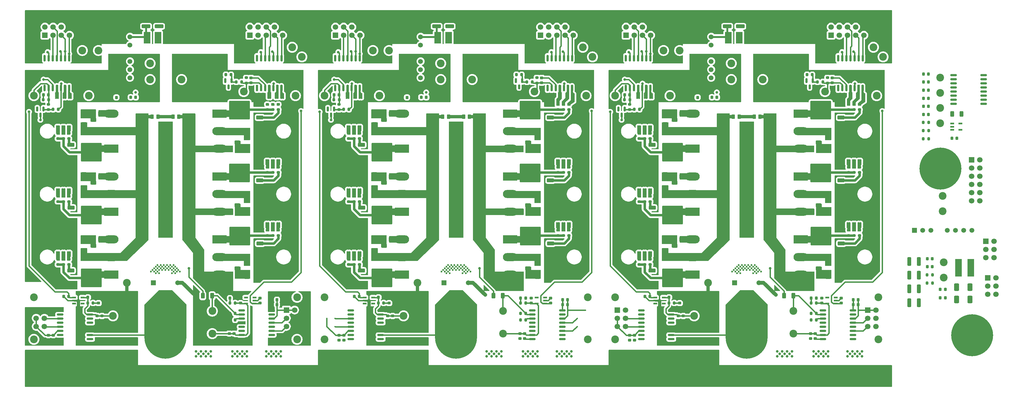
<source format=gbr>
%TF.GenerationSoftware,KiCad,Pcbnew,9.0.1*%
%TF.CreationDate,2025-07-31T04:03:31-05:00*%
%TF.ProjectId,TractionInverter,54726163-7469-46f6-9e49-6e7665727465,rev?*%
%TF.SameCoordinates,Original*%
%TF.FileFunction,Copper,L1,Top*%
%TF.FilePolarity,Positive*%
%FSLAX46Y46*%
G04 Gerber Fmt 4.6, Leading zero omitted, Abs format (unit mm)*
G04 Created by KiCad (PCBNEW 9.0.1) date 2025-07-31 04:03:31*
%MOMM*%
%LPD*%
G01*
G04 APERTURE LIST*
G04 Aperture macros list*
%AMRoundRect*
0 Rectangle with rounded corners*
0 $1 Rounding radius*
0 $2 $3 $4 $5 $6 $7 $8 $9 X,Y pos of 4 corners*
0 Add a 4 corners polygon primitive as box body*
4,1,4,$2,$3,$4,$5,$6,$7,$8,$9,$2,$3,0*
0 Add four circle primitives for the rounded corners*
1,1,$1+$1,$2,$3*
1,1,$1+$1,$4,$5*
1,1,$1+$1,$6,$7*
1,1,$1+$1,$8,$9*
0 Add four rect primitives between the rounded corners*
20,1,$1+$1,$2,$3,$4,$5,0*
20,1,$1+$1,$4,$5,$6,$7,0*
20,1,$1+$1,$6,$7,$8,$9,0*
20,1,$1+$1,$8,$9,$2,$3,0*%
G04 Aperture macros list end*
%TA.AperFunction,SMDPad,CuDef*%
%ADD10RoundRect,0.225000X-0.225000X-0.250000X0.225000X-0.250000X0.225000X0.250000X-0.225000X0.250000X0*%
%TD*%
%TA.AperFunction,ComponentPad*%
%ADD11C,2.400000*%
%TD*%
%TA.AperFunction,ComponentPad*%
%ADD12C,0.900000*%
%TD*%
%TA.AperFunction,ComponentPad*%
%ADD13C,13.000000*%
%TD*%
%TA.AperFunction,SMDPad,CuDef*%
%ADD14RoundRect,0.250000X-0.325000X-1.100000X0.325000X-1.100000X0.325000X1.100000X-0.325000X1.100000X0*%
%TD*%
%TA.AperFunction,SMDPad,CuDef*%
%ADD15R,1.150000X0.600000*%
%TD*%
%TA.AperFunction,SMDPad,CuDef*%
%ADD16RoundRect,0.218750X-0.218750X-0.256250X0.218750X-0.256250X0.218750X0.256250X-0.218750X0.256250X0*%
%TD*%
%TA.AperFunction,ComponentPad*%
%ADD17R,1.700000X1.700000*%
%TD*%
%TA.AperFunction,ComponentPad*%
%ADD18C,1.700000*%
%TD*%
%TA.AperFunction,SMDPad,CuDef*%
%ADD19RoundRect,0.150000X-0.875000X-0.150000X0.875000X-0.150000X0.875000X0.150000X-0.875000X0.150000X0*%
%TD*%
%TA.AperFunction,SMDPad,CuDef*%
%ADD20RoundRect,0.249999X-0.525001X-0.900001X0.525001X-0.900001X0.525001X0.900001X-0.525001X0.900001X0*%
%TD*%
%TA.AperFunction,SMDPad,CuDef*%
%ADD21RoundRect,0.200000X-0.200000X-0.275000X0.200000X-0.275000X0.200000X0.275000X-0.200000X0.275000X0*%
%TD*%
%TA.AperFunction,SMDPad,CuDef*%
%ADD22R,2.150000X5.500000*%
%TD*%
%TA.AperFunction,ComponentPad*%
%ADD23R,1.500000X1.500000*%
%TD*%
%TA.AperFunction,ComponentPad*%
%ADD24C,1.500000*%
%TD*%
%TA.AperFunction,SMDPad,CuDef*%
%ADD25RoundRect,0.250000X-0.312500X-0.625000X0.312500X-0.625000X0.312500X0.625000X-0.312500X0.625000X0*%
%TD*%
%TA.AperFunction,SMDPad,CuDef*%
%ADD26RoundRect,0.200000X0.275000X-0.200000X0.275000X0.200000X-0.275000X0.200000X-0.275000X-0.200000X0*%
%TD*%
%TA.AperFunction,SMDPad,CuDef*%
%ADD27RoundRect,0.200000X-0.275000X0.200000X-0.275000X-0.200000X0.275000X-0.200000X0.275000X0.200000X0*%
%TD*%
%TA.AperFunction,SMDPad,CuDef*%
%ADD28RoundRect,0.200000X0.200000X0.275000X-0.200000X0.275000X-0.200000X-0.275000X0.200000X-0.275000X0*%
%TD*%
%TA.AperFunction,SMDPad,CuDef*%
%ADD29RoundRect,0.250000X-0.625000X0.312500X-0.625000X-0.312500X0.625000X-0.312500X0.625000X0.312500X0*%
%TD*%
%TA.AperFunction,SMDPad,CuDef*%
%ADD30RoundRect,0.250000X0.625000X-0.312500X0.625000X0.312500X-0.625000X0.312500X-0.625000X-0.312500X0*%
%TD*%
%TA.AperFunction,SMDPad,CuDef*%
%ADD31RoundRect,0.250000X-0.262500X-0.450000X0.262500X-0.450000X0.262500X0.450000X-0.262500X0.450000X0*%
%TD*%
%TA.AperFunction,SMDPad,CuDef*%
%ADD32RoundRect,0.250000X0.250000X0.475000X-0.250000X0.475000X-0.250000X-0.475000X0.250000X-0.475000X0*%
%TD*%
%TA.AperFunction,SMDPad,CuDef*%
%ADD33RoundRect,0.225000X0.225000X0.250000X-0.225000X0.250000X-0.225000X-0.250000X0.225000X-0.250000X0*%
%TD*%
%TA.AperFunction,SMDPad,CuDef*%
%ADD34RoundRect,0.250000X-0.250000X-0.475000X0.250000X-0.475000X0.250000X0.475000X-0.250000X0.475000X0*%
%TD*%
%TA.AperFunction,SMDPad,CuDef*%
%ADD35RoundRect,0.225000X0.250000X-0.225000X0.250000X0.225000X-0.250000X0.225000X-0.250000X-0.225000X0*%
%TD*%
%TA.AperFunction,SMDPad,CuDef*%
%ADD36RoundRect,0.225000X-0.250000X0.225000X-0.250000X-0.225000X0.250000X-0.225000X0.250000X0.225000X0*%
%TD*%
%TA.AperFunction,SMDPad,CuDef*%
%ADD37RoundRect,0.250000X1.100000X-0.325000X1.100000X0.325000X-1.100000X0.325000X-1.100000X-0.325000X0*%
%TD*%
%TA.AperFunction,SMDPad,CuDef*%
%ADD38RoundRect,0.250000X-0.650000X-2.450000X0.650000X-2.450000X0.650000X2.450000X-0.650000X2.450000X0*%
%TD*%
%TA.AperFunction,SMDPad,CuDef*%
%ADD39RoundRect,0.250000X-0.650000X1.000000X-0.650000X-1.000000X0.650000X-1.000000X0.650000X1.000000X0*%
%TD*%
%TA.AperFunction,SMDPad,CuDef*%
%ADD40RoundRect,0.150000X-0.150000X0.587500X-0.150000X-0.587500X0.150000X-0.587500X0.150000X0.587500X0*%
%TD*%
%TA.AperFunction,SMDPad,CuDef*%
%ADD41RoundRect,0.250000X0.650000X-1.000000X0.650000X1.000000X-0.650000X1.000000X-0.650000X-1.000000X0*%
%TD*%
%TA.AperFunction,SMDPad,CuDef*%
%ADD42RoundRect,0.150000X0.150000X-0.875000X0.150000X0.875000X-0.150000X0.875000X-0.150000X-0.875000X0*%
%TD*%
%TA.AperFunction,SMDPad,CuDef*%
%ADD43RoundRect,0.218750X0.218750X0.256250X-0.218750X0.256250X-0.218750X-0.256250X0.218750X-0.256250X0*%
%TD*%
%TA.AperFunction,SMDPad,CuDef*%
%ADD44RoundRect,0.250000X0.850000X0.350000X-0.850000X0.350000X-0.850000X-0.350000X0.850000X-0.350000X0*%
%TD*%
%TA.AperFunction,SMDPad,CuDef*%
%ADD45RoundRect,0.249997X2.950003X2.650003X-2.950003X2.650003X-2.950003X-2.650003X2.950003X-2.650003X0*%
%TD*%
%TA.AperFunction,SMDPad,CuDef*%
%ADD46RoundRect,0.150000X0.875000X0.150000X-0.875000X0.150000X-0.875000X-0.150000X0.875000X-0.150000X0*%
%TD*%
%TA.AperFunction,SMDPad,CuDef*%
%ADD47RoundRect,0.218750X-0.256250X0.218750X-0.256250X-0.218750X0.256250X-0.218750X0.256250X0.218750X0*%
%TD*%
%TA.AperFunction,ComponentPad*%
%ADD48R,4.500000X2.500000*%
%TD*%
%TA.AperFunction,ComponentPad*%
%ADD49O,4.500000X2.500000*%
%TD*%
%TA.AperFunction,SMDPad,CuDef*%
%ADD50RoundRect,0.250000X-0.850000X-0.350000X0.850000X-0.350000X0.850000X0.350000X-0.850000X0.350000X0*%
%TD*%
%TA.AperFunction,SMDPad,CuDef*%
%ADD51RoundRect,0.249997X-2.950003X-2.650003X2.950003X-2.650003X2.950003X2.650003X-2.950003X2.650003X0*%
%TD*%
%TA.AperFunction,SMDPad,CuDef*%
%ADD52R,2.000000X3.600000*%
%TD*%
%TA.AperFunction,ViaPad*%
%ADD53C,0.800000*%
%TD*%
%TA.AperFunction,ViaPad*%
%ADD54C,0.600000*%
%TD*%
%TA.AperFunction,Conductor*%
%ADD55C,0.600000*%
%TD*%
%TA.AperFunction,Conductor*%
%ADD56C,0.400000*%
%TD*%
%TA.AperFunction,Conductor*%
%ADD57C,1.200000*%
%TD*%
%TA.AperFunction,Conductor*%
%ADD58C,1.000000*%
%TD*%
%TA.AperFunction,Conductor*%
%ADD59C,0.800000*%
%TD*%
%TA.AperFunction,Conductor*%
%ADD60C,2.000000*%
%TD*%
G04 APERTURE END LIST*
D10*
%TO.P,C161,1*%
%TO.N,/DC_VSense/REG5V_L*%
X292405000Y-57140000D03*
%TO.P,C161,2*%
%TO.N,HVGND*%
X293955000Y-57140000D03*
%TD*%
%TO.P,C160,1*%
%TO.N,/ISOL+*%
X292405000Y-54630000D03*
%TO.P,C160,2*%
%TO.N,HVGND*%
X293955000Y-54630000D03*
%TD*%
%TO.P,C164,1*%
%TO.N,+3V3*%
X292405000Y-64670000D03*
%TO.P,C164,2*%
%TO.N,LVGND*%
X293955000Y-64670000D03*
%TD*%
%TO.P,C162,1*%
%TO.N,/DC_VSense/REG5V_L*%
X292405000Y-59650000D03*
%TO.P,C162,2*%
%TO.N,HVGND*%
X293955000Y-59650000D03*
%TD*%
%TO.P,C163,1*%
%TO.N,/DC_VSense/REG5V_L*%
X292405000Y-62160000D03*
%TO.P,C163,2*%
%TO.N,HVGND*%
X293955000Y-62160000D03*
%TD*%
%TO.P,C165,1*%
%TO.N,+3V3*%
X292405000Y-67180000D03*
%TO.P,C165,2*%
%TO.N,LVGND*%
X293955000Y-67180000D03*
%TD*%
D11*
%TO.P,TP20,1,1*%
%TO.N,/ISOL-*%
X298700000Y-117720000D03*
%TD*%
%TO.P,TP19,1,1*%
%TO.N,/ISOL+*%
X298700000Y-112990000D03*
%TD*%
%TO.P,TP73,1,1*%
%TO.N,/DC_VSense/VoltCLK*%
X297550000Y-65200000D03*
%TD*%
%TO.P,TP71,1,1*%
%TO.N,/DC_VSense/REG5V_L*%
X297550000Y-55740000D03*
%TD*%
%TO.P,TP72,1,1*%
%TO.N,Net-(IC13-AINP)*%
X297550000Y-60470000D03*
%TD*%
%TO.P,TP74,1,1*%
%TO.N,/DC_VSense/VoltData*%
X297550000Y-69930000D03*
%TD*%
%TO.P,TP2,1,1*%
%TO.N,HVGND*%
X298370000Y-97160000D03*
%TD*%
%TO.P,TP1,1,1*%
%TO.N,HV+*%
X298370000Y-92430000D03*
%TD*%
D12*
%TO.P,J1,1,Pin_1*%
%TO.N,HV+*%
X302595354Y-135577146D03*
X304023208Y-132130000D03*
X304023208Y-139024292D03*
X307470354Y-130702146D03*
D13*
X307470354Y-135577146D03*
D12*
X307470354Y-140452146D03*
X310917500Y-132130000D03*
X310917500Y-139024292D03*
X312345354Y-135577146D03*
%TD*%
D14*
%TO.P,C42,1*%
%TO.N,/ISOL+*%
X288025000Y-112750000D03*
%TO.P,C42,2*%
%TO.N,HVGND*%
X290975000Y-112750000D03*
%TD*%
%TO.P,C46,1*%
%TO.N,HVGND*%
X288025000Y-125500000D03*
%TO.P,C46,2*%
%TO.N,/ISOL-*%
X290975000Y-125500000D03*
%TD*%
D15*
%TO.P,U11,1,VIN*%
%TO.N,/ISOL+*%
X301265000Y-70020000D03*
%TO.P,U11,2,GND*%
%TO.N,HVGND*%
X301265000Y-70970000D03*
%TO.P,U11,3,NC*%
%TO.N,unconnected-(U11-NC-Pad3)*%
X301265000Y-71920000D03*
%TO.P,U11,4,NC*%
%TO.N,unconnected-(U11-NC-Pad4)*%
X303865000Y-71920000D03*
%TO.P,U11,5,VOUT*%
%TO.N,/DC_VSense/REG5V_L*%
X303865000Y-70020000D03*
%TD*%
D16*
%TO.P,D39,1,K*%
%TO.N,HVGND*%
X301172500Y-74590000D03*
%TO.P,D39,2,A*%
%TO.N,Net-(D39-A)*%
X302747500Y-74590000D03*
%TD*%
D17*
%TO.P,J18,1,Pin_1*%
%TO.N,+24V*%
X307330000Y-81250000D03*
D18*
%TO.P,J18,2,Pin_2*%
X309870000Y-81250000D03*
%TO.P,J18,3,Pin_3*%
X307330000Y-83790000D03*
%TO.P,J18,4,Pin_4*%
%TO.N,LVGND*%
X309870000Y-83790000D03*
%TO.P,J18,5,Pin_5*%
X307330000Y-86330000D03*
%TO.P,J18,6,Pin_6*%
X309870000Y-86330000D03*
%TO.P,J18,7,Pin_7*%
X307330000Y-88870000D03*
%TO.P,J18,8,Pin_8*%
X309870000Y-88870000D03*
%TO.P,J18,9,Pin_9*%
%TO.N,+3V3*%
X307330000Y-91410000D03*
%TO.P,J18,10,Pin_10*%
%TO.N,+24V*%
X309870000Y-91410000D03*
%TO.P,J18,11,Pin_11*%
%TO.N,/DC_VSense/VoltCLK*%
X307330000Y-93950000D03*
%TO.P,J18,12,Pin_12*%
%TO.N,/DC_VSense/VoltData*%
X309870000Y-93950000D03*
%TD*%
D17*
%TO.P,J12,1,Pin_1*%
%TO.N,LVGND*%
X312330000Y-117830000D03*
D18*
%TO.P,J12,2,Pin_2*%
X314870000Y-117830000D03*
%TO.P,J12,3,Pin_3*%
%TO.N,+3V3*%
X312330000Y-120370000D03*
%TO.P,J12,4,Pin_4*%
%TO.N,/CurrData_B*%
X314870000Y-120370000D03*
%TO.P,J12,5,Pin_5*%
%TO.N,+3V3*%
X312330000Y-122910000D03*
%TO.P,J12,6,Pin_6*%
%TO.N,/CurrCLK_B*%
X314870000Y-122910000D03*
%TD*%
D19*
%TO.P,IC13,1,NC*%
%TO.N,unconnected-(IC13-NC-Pad1)*%
X301720000Y-54965000D03*
%TO.P,IC13,2,AINP*%
%TO.N,Net-(IC13-AINP)*%
X301720000Y-56235000D03*
%TO.P,IC13,3,AINN*%
%TO.N,Net-(IC13-AINN)*%
X301720000Y-57505000D03*
%TO.P,IC13,4,AGND*%
%TO.N,HVGND*%
X301720000Y-58775000D03*
%TO.P,IC13,5,NC*%
%TO.N,unconnected-(IC13-NC-Pad5)*%
X301720000Y-60045000D03*
%TO.P,IC13,6,NC*%
%TO.N,unconnected-(IC13-NC-Pad6)*%
X301720000Y-61315000D03*
%TO.P,IC13,7,AVDD*%
%TO.N,/DC_VSense/REG5V_L*%
X301720000Y-62585000D03*
%TO.P,IC13,8,AGND*%
%TO.N,HVGND*%
X301720000Y-63855000D03*
%TO.P,IC13,9,DGND*%
%TO.N,LVGND*%
X311020000Y-63855000D03*
%TO.P,IC13,10,NC*%
%TO.N,unconnected-(IC13-NC-Pad10)*%
X311020000Y-62585000D03*
%TO.P,IC13,11,DOUT*%
%TO.N,/DC_VSense/VoltData*%
X311020000Y-61315000D03*
%TO.P,IC13,12,NC*%
%TO.N,unconnected-(IC13-NC-Pad12)*%
X311020000Y-60045000D03*
%TO.P,IC13,13,CLKIN*%
%TO.N,/DC_VSense/VoltCLK*%
X311020000Y-58775000D03*
%TO.P,IC13,14,DVDD*%
%TO.N,+3V3*%
X311020000Y-57505000D03*
%TO.P,IC13,15,NC*%
%TO.N,unconnected-(IC13-NC-Pad15)*%
X311020000Y-56235000D03*
%TO.P,IC13,16,DGND*%
%TO.N,LVGND*%
X311020000Y-54965000D03*
%TD*%
D14*
%TO.P,C44,1*%
%TO.N,Net-(U2-+Vin)*%
X288025000Y-121250000D03*
%TO.P,C44,2*%
%TO.N,LVGND*%
X290975000Y-121250000D03*
%TD*%
D20*
%TO.P,C47,1*%
%TO.N,/ISOL-*%
X302615000Y-124520000D03*
%TO.P,C47,2*%
%TO.N,LVGND*%
X306765000Y-124520000D03*
%TD*%
D21*
%TO.P,R37,1*%
%TO.N,/ISOL+*%
X293505000Y-116900000D03*
%TO.P,R37,2*%
%TO.N,Net-(D4-A)*%
X295155000Y-116900000D03*
%TD*%
D22*
%TO.P,L1,1,1*%
%TO.N,+24V*%
X303203500Y-114688500D03*
%TO.P,L1,2,2*%
%TO.N,Net-(U2-+Vin)*%
X307053500Y-114688500D03*
%TD*%
D20*
%TO.P,C40,1*%
%TO.N,/ISOL+*%
X302615000Y-120670000D03*
%TO.P,C40,2*%
%TO.N,Net-(U2-+Vin)*%
X306765000Y-120670000D03*
%TD*%
D14*
%TO.P,C43,1*%
%TO.N,+24V*%
X288025000Y-117000000D03*
%TO.P,C43,2*%
%TO.N,LVGND*%
X290975000Y-117000000D03*
%TD*%
D23*
%TO.P,U2,1,-Vin*%
%TO.N,LVGND*%
X289585000Y-103120000D03*
D24*
%TO.P,U2,2,+Vin*%
%TO.N,Net-(U2-+Vin)*%
X292125000Y-103120000D03*
%TO.P,U2,3,NC*%
%TO.N,unconnected-(U2-NC-Pad3)*%
X294665000Y-103120000D03*
%TO.P,U2,5,NC*%
%TO.N,unconnected-(U2-NC-Pad5)*%
X299745000Y-103120000D03*
%TO.P,U2,6,+Vout*%
%TO.N,/ISOL+*%
X302285000Y-103120000D03*
%TO.P,U2,7,COMMON*%
%TO.N,HVGND*%
X304825000Y-103120000D03*
%TO.P,U2,8,-Vout*%
%TO.N,/ISOL-*%
X307365000Y-103120000D03*
%TD*%
D17*
%TO.P,J13,1,Pin_1*%
%TO.N,+3V3*%
X311720000Y-106500000D03*
D18*
%TO.P,J13,2,Pin_2*%
X314260000Y-106500000D03*
%TO.P,J13,3,Pin_3*%
%TO.N,/VoltCLK_B*%
X311720000Y-109040000D03*
%TO.P,J13,4,Pin_4*%
%TO.N,LVGND*%
X314260000Y-109040000D03*
%TO.P,J13,5,Pin_5*%
%TO.N,/VoltData_B*%
X311720000Y-111580000D03*
%TO.P,J13,6,Pin_6*%
%TO.N,LVGND*%
X314260000Y-111580000D03*
%TD*%
D16*
%TO.P,D4,1,K*%
%TO.N,HVGND*%
X297592500Y-121380000D03*
%TO.P,D4,2,A*%
%TO.N,Net-(D4-A)*%
X299167500Y-121380000D03*
%TD*%
D10*
%TO.P,C41,1*%
%TO.N,/ISOL+*%
X293555000Y-111880000D03*
%TO.P,C41,2*%
%TO.N,HVGND*%
X295105000Y-111880000D03*
%TD*%
D12*
%TO.P,J2,1,Pin_1*%
%TO.N,HVGND*%
X292797854Y-83922854D03*
X294225708Y-80475708D03*
X294225708Y-87370000D03*
X297672854Y-79047854D03*
D13*
X297672854Y-83922854D03*
D12*
X297672854Y-88797854D03*
X301120000Y-80475708D03*
X301120000Y-87370000D03*
X302547854Y-83922854D03*
%TD*%
D10*
%TO.P,C45,1*%
%TO.N,HVGND*%
X293555000Y-114390000D03*
%TO.P,C45,2*%
%TO.N,/ISOL-*%
X295105000Y-114390000D03*
%TD*%
D21*
%TO.P,R38,1*%
%TO.N,HVGND*%
X293505000Y-119410000D03*
%TO.P,R38,2*%
%TO.N,Net-(D5-A)*%
X295155000Y-119410000D03*
%TD*%
D16*
%TO.P,D5,1,K*%
%TO.N,/ISOL-*%
X297592500Y-123970000D03*
%TO.P,D5,2,A*%
%TO.N,Net-(D5-A)*%
X299167500Y-123970000D03*
%TD*%
D21*
%TO.P,R139,1*%
%TO.N,HVGND*%
X292355000Y-72200000D03*
%TO.P,R139,2*%
%TO.N,Net-(IC13-AINN)*%
X294005000Y-72200000D03*
%TD*%
D25*
%TO.P,R137,1*%
%TO.N,HV+*%
X301257500Y-66990000D03*
%TO.P,R137,2*%
%TO.N,Net-(IC13-AINP)*%
X304182500Y-66990000D03*
%TD*%
D21*
%TO.P,R138,1*%
%TO.N,Net-(IC13-AINP)*%
X292355000Y-69690000D03*
%TO.P,R138,2*%
%TO.N,HVGND*%
X294005000Y-69690000D03*
%TD*%
%TO.P,R140,1*%
%TO.N,/DC_VSense/REG5V_L*%
X292355000Y-74710000D03*
%TO.P,R140,2*%
%TO.N,Net-(D39-A)*%
X294005000Y-74710000D03*
%TD*%
D11*
%TO.P,TP30,1,1*%
%TO.N,/PhaseB/Phase_Driver/OC_H*%
X106893207Y-61360295D03*
%TD*%
%TO.P,TP34,1,1*%
%TO.N,LVGND*%
X171893207Y-49360295D03*
%TD*%
%TO.P,TP28,1,1*%
%TO.N,/PhaseB/SWNode*%
X142893207Y-56360295D03*
%TD*%
%TO.P,TP29,1,1*%
%TO.N,LVGND*%
X105643207Y-49360295D03*
%TD*%
%TO.P,TP31,1,1*%
%TO.N,/PhaseB/Phase_Driver/CLMPE_H*%
X123893207Y-61360295D03*
%TD*%
%TO.P,TP32,1,1*%
%TO.N,/LV_Connectors_B/IN+_H*%
X126893207Y-47360295D03*
%TD*%
%TO.P,TP27,1,1*%
%TO.N,/PhaseB/SWNode*%
X135643207Y-119360295D03*
%TD*%
%TO.P,TP33,1,1*%
%TO.N,/LV_Connectors_B/IN-_H*%
X121893207Y-47360295D03*
%TD*%
%TO.P,TP35,1,1*%
%TO.N,HVGND*%
X152643207Y-56360295D03*
%TD*%
%TO.P,TP36,1,1*%
%TO.N,/LV_Connectors_B/IN+_L*%
X189893207Y-49360295D03*
%TD*%
%TO.P,TP41,1,1*%
%TO.N,Net-(IC7-AINP)*%
X162143207Y-128110295D03*
%TD*%
%TO.P,TP39,1,1*%
%TO.N,/PhaseB/Phase_Driver/CLMPE_L*%
X187893207Y-61360295D03*
%TD*%
%TO.P,TP40,1,1*%
%TO.N,/PhaseB/Phase_VSense/REG5V_L*%
X162143207Y-135110295D03*
%TD*%
%TO.P,TP42,1,1*%
%TO.N,/VoltCLK_B*%
X188393207Y-123860295D03*
%TD*%
%TO.P,TP37,1,1*%
%TO.N,/LV_Connectors_B/IN-_L*%
X186893207Y-46360295D03*
%TD*%
%TO.P,TP47,1,1*%
%TO.N,/CurrCLK_B*%
X106893207Y-136860295D03*
%TD*%
%TO.P,TP45,1,1*%
%TO.N,/PhaseB/ISOH-*%
X142893207Y-61360295D03*
%TD*%
%TO.P,TP38,1,1*%
%TO.N,/PhaseB/Phase_Driver/OC_L*%
X171893207Y-60110295D03*
%TD*%
%TO.P,TP48,1,1*%
%TO.N,/CurrData_B*%
X106893207Y-123860295D03*
%TD*%
%TO.P,TP46,1,1*%
%TO.N,/PhaseB/Phase_CSense/REG5V_H*%
X131393207Y-129610295D03*
%TD*%
%TO.P,TP43,1,1*%
%TO.N,/VoltData_B*%
X188393207Y-136860295D03*
%TD*%
%TO.P,TP44,1,1*%
%TO.N,/PhaseB/ISOH+*%
X142893207Y-51360295D03*
%TD*%
D26*
%TO.P,R69,1*%
%TO.N,Net-(Q18-G)*%
X117743207Y-113685295D03*
%TO.P,R69,2*%
%TO.N,/PhaseB/Phase_Driver/CLMPE_H*%
X117743207Y-112035295D03*
%TD*%
D27*
%TO.P,R66,1*%
%TO.N,/PhaseB/Phase_Driver/OUT-_L*%
X180893207Y-103035295D03*
%TO.P,R66,2*%
%TO.N,/PhaseB/Phase_Out/G3_L*%
X180893207Y-104685295D03*
%TD*%
D28*
%TO.P,R70,1*%
%TO.N,Net-(D16-A)*%
X167968207Y-54860295D03*
%TO.P,R70,2*%
%TO.N,/ISOL+*%
X166318207Y-54860295D03*
%TD*%
D29*
%TO.P,R74,1*%
%TO.N,/PhaseB/Phase_Out/Switches/RCD_2*%
X125393207Y-88397795D03*
%TO.P,R74,2*%
%TO.N,HV+*%
X125393207Y-91322795D03*
%TD*%
D26*
%TO.P,R72,1*%
%TO.N,/PhaseB/Phase_Driver/OC_L*%
X172643207Y-57435295D03*
%TO.P,R72,2*%
%TO.N,HVGND*%
X172643207Y-55785295D03*
%TD*%
D27*
%TO.P,R67,1*%
%TO.N,/PhaseB/Phase_Driver/OUT-_H*%
X116043207Y-112035295D03*
%TO.P,R67,2*%
%TO.N,/PhaseB/Phase_Out/G3_H*%
X116043207Y-113685295D03*
%TD*%
D29*
%TO.P,R73,1*%
%TO.N,/PhaseB/Phase_Out/Switches/RCD_1*%
X125393207Y-68897795D03*
%TO.P,R73,2*%
%TO.N,HV+*%
X125393207Y-71822795D03*
%TD*%
D26*
%TO.P,R68,1*%
%TO.N,Net-(Q17-G)*%
X182593207Y-104685295D03*
%TO.P,R68,2*%
%TO.N,/PhaseB/Phase_Driver/CLMPE_L*%
X182593207Y-103035295D03*
%TD*%
D29*
%TO.P,R75,1*%
%TO.N,/PhaseB/Phase_Out/Switches/RCD_3*%
X125393207Y-107897795D03*
%TO.P,R75,2*%
%TO.N,HV+*%
X125393207Y-110822795D03*
%TD*%
D21*
%TO.P,R71,1*%
%TO.N,Net-(D16-A)*%
X169568207Y-57110295D03*
%TO.P,R71,2*%
%TO.N,/PhaseB/Phase_Driver/OC_L*%
X171218207Y-57110295D03*
%TD*%
D30*
%TO.P,R78,1*%
%TO.N,/PhaseB/Phase_Out/Switches/RCD_5*%
X169893207Y-95322795D03*
%TO.P,R78,2*%
%TO.N,/PhaseB/SWNode*%
X169893207Y-92397795D03*
%TD*%
D28*
%TO.P,R87,1*%
%TO.N,Net-(IC7-AINP)*%
X169218207Y-128860295D03*
%TO.P,R87,2*%
%TO.N,HVGND*%
X167568207Y-128860295D03*
%TD*%
D30*
%TO.P,R79,1*%
%TO.N,/PhaseB/Phase_Out/Switches/RCD_6*%
X169893207Y-114822795D03*
%TO.P,R79,2*%
%TO.N,/PhaseB/SWNode*%
X169893207Y-111897795D03*
%TD*%
%TO.P,R77,1*%
%TO.N,/PhaseB/Phase_Out/Switches/RCD_4*%
X169893207Y-75822795D03*
%TO.P,R77,2*%
%TO.N,/PhaseB/SWNode*%
X169893207Y-72897795D03*
%TD*%
D25*
%TO.P,R86,1*%
%TO.N,/PhaseB/SWNode*%
X159180707Y-123360295D03*
%TO.P,R86,2*%
%TO.N,Net-(IC7-AINP)*%
X162105707Y-123360295D03*
%TD*%
D21*
%TO.P,R92,1*%
%TO.N,/PhaseB/Phase_CSense/REG5V_H*%
X123568207Y-125610295D03*
%TO.P,R92,2*%
%TO.N,Net-(D26-A)*%
X125218207Y-125610295D03*
%TD*%
D31*
%TO.P,R142,1*%
%TO.N,Net-(R141-Pad2)*%
X149980707Y-67860295D03*
%TO.P,R142,2*%
%TO.N,HVGND*%
X151805707Y-67860295D03*
%TD*%
D21*
%TO.P,R88,1*%
%TO.N,HVGND*%
X167568207Y-130860295D03*
%TO.P,R88,2*%
%TO.N,Net-(IC7-AINN)*%
X169218207Y-130860295D03*
%TD*%
D28*
%TO.P,R89,1*%
%TO.N,/PhaseB/Phase_VSense/REG5V_L*%
X169218207Y-125610295D03*
%TO.P,R89,2*%
%TO.N,Net-(D23-A)*%
X167568207Y-125610295D03*
%TD*%
D31*
%TO.P,R141,1*%
%TO.N,HV+*%
X143480707Y-67860295D03*
%TO.P,R141,2*%
%TO.N,Net-(R141-Pad2)*%
X145305707Y-67860295D03*
%TD*%
D15*
%TO.P,U7,1,VIN*%
%TO.N,/PhaseB/ISOH+*%
X119343207Y-123910295D03*
%TO.P,U7,2,GND*%
%TO.N,/PhaseB/SWNode*%
X119343207Y-124860295D03*
%TO.P,U7,3,NC*%
%TO.N,unconnected-(U7-NC-Pad3)*%
X119343207Y-125810295D03*
%TO.P,U7,4,NC*%
%TO.N,unconnected-(U7-NC-Pad4)*%
X121943207Y-125810295D03*
%TO.P,U7,5,VOUT*%
%TO.N,/PhaseB/Phase_CSense/REG5V_H*%
X121943207Y-123910295D03*
%TD*%
D23*
%TO.P,U6,1,-Vin*%
%TO.N,LVGND*%
X136653207Y-40580295D03*
D24*
%TO.P,U6,2,+Vin*%
%TO.N,Net-(U6-+Vin)*%
X136653207Y-43120295D03*
%TO.P,U6,3,NC*%
%TO.N,unconnected-(U6-NC-Pad3)*%
X136653207Y-45660295D03*
%TO.P,U6,5,NC*%
%TO.N,unconnected-(U6-NC-Pad5)*%
X136653207Y-50740295D03*
%TO.P,U6,6,+Vout*%
%TO.N,/PhaseB/ISOH+*%
X136653207Y-53280295D03*
%TO.P,U6,7,COMMON*%
%TO.N,/PhaseB/SWNode*%
X136653207Y-55820295D03*
%TO.P,U6,8,-Vout*%
%TO.N,/PhaseB/ISOH-*%
X136653207Y-58360295D03*
%TD*%
D15*
%TO.P,U5,1,VIN*%
%TO.N,/ISOL+*%
X175193207Y-125810295D03*
%TO.P,U5,2,GND*%
%TO.N,HVGND*%
X175193207Y-124860295D03*
%TO.P,U5,3,NC*%
%TO.N,unconnected-(U5-NC-Pad3)*%
X175193207Y-123910295D03*
%TO.P,U5,4,NC*%
%TO.N,unconnected-(U5-NC-Pad4)*%
X172593207Y-123910295D03*
%TO.P,U5,5,VOUT*%
%TO.N,/PhaseB/Phase_VSense/REG5V_L*%
X172593207Y-125810295D03*
%TD*%
D32*
%TO.P,C74,1*%
%TO.N,/PhaseB/Phase_Out/Switches/RCD_5*%
X169843207Y-97310295D03*
%TO.P,C74,2*%
%TO.N,HVGND*%
X167943207Y-97310295D03*
%TD*%
D33*
%TO.P,C68,1*%
%TO.N,/PhaseB/Phase_Driver/OC_H*%
X111418207Y-61110295D03*
%TO.P,C68,2*%
%TO.N,/PhaseB/SWNode*%
X109868207Y-61110295D03*
%TD*%
D34*
%TO.P,C71,1*%
%TO.N,/PhaseB/Phase_Out/Switches/RCD_2*%
X125443207Y-86410295D03*
%TO.P,C71,2*%
%TO.N,/PhaseB/SWNode*%
X127343207Y-86410295D03*
%TD*%
%TO.P,C72,1*%
%TO.N,/PhaseB/Phase_Out/Switches/RCD_3*%
X125443207Y-105910295D03*
%TO.P,C72,2*%
%TO.N,/PhaseB/SWNode*%
X127343207Y-105910295D03*
%TD*%
D32*
%TO.P,C73,1*%
%TO.N,/PhaseB/Phase_Out/Switches/RCD_4*%
X169843207Y-77810295D03*
%TO.P,C73,2*%
%TO.N,HVGND*%
X167943207Y-77810295D03*
%TD*%
D34*
%TO.P,C70,1*%
%TO.N,/PhaseB/Phase_Out/Switches/RCD_1*%
X125443207Y-66910295D03*
%TO.P,C70,2*%
%TO.N,/PhaseB/SWNode*%
X127343207Y-66910295D03*
%TD*%
D35*
%TO.P,C69,1*%
%TO.N,/PhaseB/Phase_Driver/OC_L*%
X174143207Y-57385295D03*
%TO.P,C69,2*%
%TO.N,HVGND*%
X174143207Y-55835295D03*
%TD*%
D32*
%TO.P,C75,1*%
%TO.N,/PhaseB/Phase_Out/Switches/RCD_6*%
X169843207Y-116860295D03*
%TO.P,C75,2*%
%TO.N,HVGND*%
X167943207Y-116860295D03*
%TD*%
D35*
%TO.P,C95,1*%
%TO.N,/PhaseB/Phase_VSense/REG5V_L*%
X170893207Y-125635295D03*
%TO.P,C95,2*%
%TO.N,HVGND*%
X170893207Y-124085295D03*
%TD*%
%TO.P,C94,1*%
%TO.N,/ISOL+*%
X176893207Y-125635295D03*
%TO.P,C94,2*%
%TO.N,HVGND*%
X176893207Y-124085295D03*
%TD*%
D36*
%TO.P,C96,1*%
%TO.N,/PhaseB/Phase_VSense/REG5V_L*%
X167393207Y-135085295D03*
%TO.P,C96,2*%
%TO.N,HVGND*%
X167393207Y-136635295D03*
%TD*%
D33*
%TO.P,C98,1*%
%TO.N,+3V3*%
X182168207Y-126110295D03*
%TO.P,C98,2*%
%TO.N,LVGND*%
X180618207Y-126110295D03*
%TD*%
D36*
%TO.P,C97,1*%
%TO.N,/PhaseB/Phase_VSense/REG5V_L*%
X168893207Y-135085295D03*
%TO.P,C97,2*%
%TO.N,HVGND*%
X168893207Y-136635295D03*
%TD*%
D33*
%TO.P,C99,1*%
%TO.N,+3V3*%
X182168207Y-124610295D03*
%TO.P,C99,2*%
%TO.N,LVGND*%
X180618207Y-124610295D03*
%TD*%
D37*
%TO.P,C103,1*%
%TO.N,+24V*%
X145643207Y-39887795D03*
%TO.P,C103,2*%
%TO.N,LVGND*%
X145643207Y-36937795D03*
%TD*%
%TO.P,C104,1*%
%TO.N,Net-(U6-+Vin)*%
X141643207Y-39887795D03*
%TO.P,C104,2*%
%TO.N,LVGND*%
X141643207Y-36937795D03*
%TD*%
D33*
%TO.P,C108,1*%
%TO.N,/PhaseB/ISOH+*%
X117668207Y-123610295D03*
%TO.P,C108,2*%
%TO.N,/PhaseB/SWNode*%
X116118207Y-123610295D03*
%TD*%
D36*
%TO.P,C112,1*%
%TO.N,+3V3*%
X112893207Y-135585295D03*
%TO.P,C112,2*%
%TO.N,LVGND*%
X112893207Y-137135295D03*
%TD*%
D38*
%TO.P,C167,1*%
%TO.N,HV+*%
X141293207Y-72360295D03*
%TO.P,C167,2*%
%TO.N,/PhaseB/DC_Caps/CapNet*%
X146393207Y-72360295D03*
%TD*%
D36*
%TO.P,C113,1*%
%TO.N,+3V3*%
X111393207Y-135585295D03*
%TO.P,C113,2*%
%TO.N,LVGND*%
X111393207Y-137135295D03*
%TD*%
D38*
%TO.P,C168,1*%
%TO.N,HV+*%
X141293207Y-78360295D03*
%TO.P,C168,2*%
%TO.N,/PhaseB/DC_Caps/CapNet*%
X146393207Y-78360295D03*
%TD*%
%TO.P,C173,1*%
%TO.N,/PhaseB/DC_Caps/CapNet*%
X148793207Y-72360295D03*
%TO.P,C173,2*%
%TO.N,HVGND*%
X153893207Y-72360295D03*
%TD*%
%TO.P,C170,1*%
%TO.N,HV+*%
X141293207Y-90360295D03*
%TO.P,C170,2*%
%TO.N,/PhaseB/DC_Caps/CapNet*%
X146393207Y-90360295D03*
%TD*%
D10*
%TO.P,C109,1*%
%TO.N,/PhaseB/Phase_CSense/REG5V_H*%
X123618207Y-123860295D03*
%TO.P,C109,2*%
%TO.N,/PhaseB/SWNode*%
X125168207Y-123860295D03*
%TD*%
D35*
%TO.P,C110,1*%
%TO.N,/PhaseB/Phase_CSense/REG5V_H*%
X127993207Y-129635295D03*
%TO.P,C110,2*%
%TO.N,/PhaseB/SWNode*%
X127993207Y-128085295D03*
%TD*%
%TO.P,C111,1*%
%TO.N,/PhaseB/Phase_CSense/REG5V_H*%
X126493207Y-129635295D03*
%TO.P,C111,2*%
%TO.N,/PhaseB/SWNode*%
X126493207Y-128085295D03*
%TD*%
D23*
%TO.P,C166,1*%
%TO.N,HV+*%
X143893207Y-119360295D03*
D24*
%TO.P,C166,2*%
%TO.N,HVGND*%
X151393207Y-119360295D03*
%TD*%
D38*
%TO.P,C169,1*%
%TO.N,HV+*%
X141293207Y-84360295D03*
%TO.P,C169,2*%
%TO.N,/PhaseB/DC_Caps/CapNet*%
X146393207Y-84360295D03*
%TD*%
%TO.P,C171,1*%
%TO.N,HV+*%
X141293207Y-96360295D03*
%TO.P,C171,2*%
%TO.N,/PhaseB/DC_Caps/CapNet*%
X146393207Y-96360295D03*
%TD*%
%TO.P,C172,1*%
%TO.N,HV+*%
X141293207Y-102360295D03*
%TO.P,C172,2*%
%TO.N,/PhaseB/DC_Caps/CapNet*%
X146393207Y-102360295D03*
%TD*%
%TO.P,C174,1*%
%TO.N,/PhaseB/DC_Caps/CapNet*%
X148793207Y-78360295D03*
%TO.P,C174,2*%
%TO.N,HVGND*%
X153893207Y-78360295D03*
%TD*%
%TO.P,C176,1*%
%TO.N,/PhaseB/DC_Caps/CapNet*%
X148793207Y-90360295D03*
%TO.P,C176,2*%
%TO.N,HVGND*%
X153893207Y-90360295D03*
%TD*%
D39*
%TO.P,D19,1,K*%
%TO.N,/PhaseB/Phase_Out/Switches/RCD_3*%
X122393207Y-105860295D03*
%TO.P,D19,2,A*%
%TO.N,HV+*%
X122393207Y-109860295D03*
%TD*%
%TO.P,D17,1,K*%
%TO.N,/PhaseB/Phase_Out/Switches/RCD_1*%
X122393207Y-66860295D03*
%TO.P,D17,2,A*%
%TO.N,HV+*%
X122393207Y-70860295D03*
%TD*%
D40*
%TO.P,D16,1,A*%
%TO.N,Net-(D16-A)*%
X168093207Y-56735295D03*
%TO.P,D16,2,NC*%
%TO.N,unconnected-(D16-NC-Pad2)*%
X166193207Y-56735295D03*
%TO.P,D16,3,K*%
%TO.N,/PhaseB/SWNode*%
X167143207Y-58610295D03*
%TD*%
D38*
%TO.P,C178,1*%
%TO.N,/PhaseB/DC_Caps/CapNet*%
X148793207Y-102360295D03*
%TO.P,C178,2*%
%TO.N,HVGND*%
X153893207Y-102360295D03*
%TD*%
D40*
%TO.P,D15,1,A*%
%TO.N,Net-(D15-A)*%
X109843207Y-65485295D03*
%TO.P,D15,2,NC*%
%TO.N,unconnected-(D15-NC-Pad2)*%
X107943207Y-65485295D03*
%TO.P,D15,3,K*%
%TO.N,HV+*%
X108893207Y-67360295D03*
%TD*%
D16*
%TO.P,D24,1,K*%
%TO.N,/PhaseB/SWNode*%
X136855707Y-61860295D03*
%TO.P,D24,2,A*%
%TO.N,Net-(D24-A)*%
X138430707Y-61860295D03*
%TD*%
D38*
%TO.P,C175,1*%
%TO.N,/PhaseB/DC_Caps/CapNet*%
X148793207Y-84360295D03*
%TO.P,C175,2*%
%TO.N,HVGND*%
X153893207Y-84360295D03*
%TD*%
%TO.P,C177,1*%
%TO.N,/PhaseB/DC_Caps/CapNet*%
X148793207Y-96360295D03*
%TO.P,C177,2*%
%TO.N,HVGND*%
X153893207Y-96360295D03*
%TD*%
D39*
%TO.P,D18,1,K*%
%TO.N,/PhaseB/Phase_Out/Switches/RCD_2*%
X122393207Y-86360295D03*
%TO.P,D18,2,A*%
%TO.N,HV+*%
X122393207Y-90360295D03*
%TD*%
D41*
%TO.P,D20,1,K*%
%TO.N,/PhaseB/Phase_Out/Switches/RCD_4*%
X172893207Y-77860295D03*
%TO.P,D20,2,A*%
%TO.N,/PhaseB/SWNode*%
X172893207Y-73860295D03*
%TD*%
%TO.P,D22,1,K*%
%TO.N,/PhaseB/Phase_Out/Switches/RCD_6*%
X172893207Y-116860295D03*
%TO.P,D22,2,A*%
%TO.N,/PhaseB/SWNode*%
X172893207Y-112860295D03*
%TD*%
D42*
%TO.P,IC6,1,ASC*%
%TO.N,unconnected-(IC6-ASC-Pad1)*%
X175948207Y-59010295D03*
%TO.P,IC6,2,OC*%
%TO.N,/PhaseB/Phase_Driver/OC_L*%
X177218207Y-59010295D03*
%TO.P,IC6,3,COM*%
%TO.N,HVGND*%
X178488207Y-59010295D03*
%TO.P,IC6,4,OUTH*%
%TO.N,/PhaseB/Phase_Driver/OUT+_L*%
X179758207Y-59010295D03*
%TO.P,IC6,5,VDD*%
%TO.N,/ISOL+*%
X181028207Y-59010295D03*
%TO.P,IC6,6,OUTL*%
%TO.N,/PhaseB/Phase_Driver/OUT-_L*%
X182298207Y-59010295D03*
%TO.P,IC6,7,CLMPE*%
%TO.N,/PhaseB/Phase_Driver/CLMPE_L*%
X183568207Y-59010295D03*
%TO.P,IC6,8,VEE*%
%TO.N,/ISOL-*%
X184838207Y-59010295D03*
%TO.P,IC6,9,GND*%
%TO.N,LVGND*%
X184838207Y-49710295D03*
%TO.P,IC6,10,IN+*%
%TO.N,/LV_Connectors_B/IN+_L*%
X183568207Y-49710295D03*
%TO.P,IC6,11,IN-*%
%TO.N,/LV_Connectors_B/IN-_L*%
X182298207Y-49710295D03*
%TO.P,IC6,12,RDY*%
%TO.N,/LV_Connectors_B/RDY_L*%
X181028207Y-49710295D03*
%TO.P,IC6,13,FLT*%
%TO.N,/LV_Connectors_B/FLT_L*%
X179758207Y-49710295D03*
%TO.P,IC6,14,RST/EN*%
%TO.N,/LV_Connectors_B/RST{slash}EN_L*%
X178488207Y-49710295D03*
%TO.P,IC6,15,VCC*%
%TO.N,+3V3*%
X177218207Y-49710295D03*
%TO.P,IC6,16,APWM*%
%TO.N,unconnected-(IC6-APWM-Pad16)*%
X175948207Y-49710295D03*
%TD*%
D41*
%TO.P,D21,1,K*%
%TO.N,/PhaseB/Phase_Out/Switches/RCD_5*%
X172893207Y-97360295D03*
%TO.P,D21,2,A*%
%TO.N,/PhaseB/SWNode*%
X172893207Y-93360295D03*
%TD*%
D43*
%TO.P,D23,1,K*%
%TO.N,HVGND*%
X169180707Y-124110295D03*
%TO.P,D23,2,A*%
%TO.N,Net-(D23-A)*%
X167605707Y-124110295D03*
%TD*%
D19*
%TO.P,IC7,1,NC*%
%TO.N,unconnected-(IC7-NC-Pad1)*%
X171243207Y-127915295D03*
%TO.P,IC7,2,AINP*%
%TO.N,Net-(IC7-AINP)*%
X171243207Y-129185295D03*
%TO.P,IC7,3,AINN*%
%TO.N,Net-(IC7-AINN)*%
X171243207Y-130455295D03*
%TO.P,IC7,4,AGND*%
%TO.N,HVGND*%
X171243207Y-131725295D03*
%TO.P,IC7,5,NC*%
%TO.N,unconnected-(IC7-NC-Pad5)*%
X171243207Y-132995295D03*
%TO.P,IC7,6,NC*%
%TO.N,unconnected-(IC7-NC-Pad6)*%
X171243207Y-134265295D03*
%TO.P,IC7,7,AVDD*%
%TO.N,/PhaseB/Phase_VSense/REG5V_L*%
X171243207Y-135535295D03*
%TO.P,IC7,8,AGND*%
%TO.N,HVGND*%
X171243207Y-136805295D03*
%TO.P,IC7,9,DGND*%
%TO.N,LVGND*%
X180543207Y-136805295D03*
%TO.P,IC7,10,NC*%
%TO.N,unconnected-(IC7-NC-Pad10)*%
X180543207Y-135535295D03*
%TO.P,IC7,11,DOUT*%
%TO.N,/VoltData_B*%
X180543207Y-134265295D03*
%TO.P,IC7,12,NC*%
%TO.N,unconnected-(IC7-NC-Pad12)*%
X180543207Y-132995295D03*
%TO.P,IC7,13,CLKIN*%
%TO.N,/VoltCLK_B*%
X180543207Y-131725295D03*
%TO.P,IC7,14,DVDD*%
%TO.N,+3V3*%
X180543207Y-130455295D03*
%TO.P,IC7,15,NC*%
%TO.N,unconnected-(IC7-NC-Pad15)*%
X180543207Y-129185295D03*
%TO.P,IC7,16,DGND*%
%TO.N,LVGND*%
X180543207Y-127915295D03*
%TD*%
D44*
%TO.P,Q13,1,G*%
%TO.N,Net-(Q13-G)*%
X176868207Y-68140295D03*
D45*
%TO.P,Q13,2,D*%
%TO.N,/PhaseB/Phase_Out/G1_L*%
X170568207Y-65860295D03*
D44*
%TO.P,Q13,3,S*%
%TO.N,/ISOL-*%
X176868207Y-63580295D03*
%TD*%
D46*
%TO.P,IC8,1,NC*%
%TO.N,unconnected-(IC8-NC-Pad1)*%
X124293207Y-136805295D03*
%TO.P,IC8,2,AINP*%
%TO.N,/PhaseOut_B*%
X124293207Y-135535295D03*
%TO.P,IC8,3,AINN*%
%TO.N,/PhaseB/SWNode*%
X124293207Y-134265295D03*
%TO.P,IC8,4,AGND*%
X124293207Y-132995295D03*
%TO.P,IC8,5,NC*%
%TO.N,unconnected-(IC8-NC-Pad5)*%
X124293207Y-131725295D03*
%TO.P,IC8,6,NC*%
%TO.N,unconnected-(IC8-NC-Pad6)*%
X124293207Y-130455295D03*
%TO.P,IC8,7,AVDD*%
%TO.N,/PhaseB/Phase_CSense/REG5V_H*%
X124293207Y-129185295D03*
%TO.P,IC8,8,AGND*%
%TO.N,/PhaseB/SWNode*%
X124293207Y-127915295D03*
%TO.P,IC8,9,DGND*%
%TO.N,LVGND*%
X114993207Y-127915295D03*
%TO.P,IC8,10,NC*%
%TO.N,unconnected-(IC8-NC-Pad10)*%
X114993207Y-129185295D03*
%TO.P,IC8,11,DOUT*%
%TO.N,/CurrData_B*%
X114993207Y-130455295D03*
%TO.P,IC8,12,NC*%
%TO.N,unconnected-(IC8-NC-Pad12)*%
X114993207Y-131725295D03*
%TO.P,IC8,13,CLKIN*%
%TO.N,/CurrCLK_B*%
X114993207Y-132995295D03*
%TO.P,IC8,14,DVDD*%
%TO.N,+3V3*%
X114993207Y-134265295D03*
%TO.P,IC8,15,NC*%
%TO.N,unconnected-(IC8-NC-Pad15)*%
X114993207Y-135535295D03*
%TO.P,IC8,16,DGND*%
%TO.N,LVGND*%
X114993207Y-136805295D03*
%TD*%
D47*
%TO.P,D26,1,K*%
%TO.N,/PhaseB/SWNode*%
X126893207Y-124072795D03*
%TO.P,D26,2,A*%
%TO.N,Net-(D26-A)*%
X126893207Y-125647795D03*
%TD*%
D42*
%TO.P,IC5,1,ASC*%
%TO.N,unconnected-(IC5-ASC-Pad1)*%
X110198207Y-59010295D03*
%TO.P,IC5,2,OC*%
%TO.N,/PhaseB/Phase_Driver/OC_H*%
X111468207Y-59010295D03*
%TO.P,IC5,3,COM*%
%TO.N,/PhaseB/SWNode*%
X112738207Y-59010295D03*
%TO.P,IC5,4,OUTH*%
%TO.N,/PhaseB/Phase_Driver/OUT+_H*%
X114008207Y-59010295D03*
%TO.P,IC5,5,VDD*%
%TO.N,/PhaseB/ISOH+*%
X115278207Y-59010295D03*
%TO.P,IC5,6,OUTL*%
%TO.N,/PhaseB/Phase_Driver/OUT-_H*%
X116548207Y-59010295D03*
%TO.P,IC5,7,CLMPE*%
%TO.N,/PhaseB/Phase_Driver/CLMPE_H*%
X117818207Y-59010295D03*
%TO.P,IC5,8,VEE*%
%TO.N,/PhaseB/ISOH-*%
X119088207Y-59010295D03*
%TO.P,IC5,9,GND*%
%TO.N,LVGND*%
X119088207Y-49710295D03*
%TO.P,IC5,10,IN+*%
%TO.N,/LV_Connectors_B/IN+_H*%
X117818207Y-49710295D03*
%TO.P,IC5,11,IN-*%
%TO.N,/LV_Connectors_B/IN-_H*%
X116548207Y-49710295D03*
%TO.P,IC5,12,RDY*%
%TO.N,/LV_Connectors_B/RDY_H*%
X115278207Y-49710295D03*
%TO.P,IC5,13,FLT*%
%TO.N,/LV_Connectors_B/FLT_H*%
X114008207Y-49710295D03*
%TO.P,IC5,14,RST/EN*%
%TO.N,/LV_Connectors_B/RST{slash}EN_H*%
X112738207Y-49710295D03*
%TO.P,IC5,15,VCC*%
%TO.N,+3V3*%
X111468207Y-49710295D03*
%TO.P,IC5,16,APWM*%
%TO.N,unconnected-(IC5-APWM-Pad16)*%
X110198207Y-49710295D03*
%TD*%
D16*
%TO.P,D25,1,K*%
%TO.N,/PhaseB/ISOH-*%
X130855707Y-61912795D03*
%TO.P,D25,2,A*%
%TO.N,Net-(D25-A)*%
X132430707Y-61912795D03*
%TD*%
D48*
%TO.P,Q20,1,G*%
%TO.N,/PhaseB/Phase_Out/G2_H*%
X130893207Y-97310295D03*
D49*
%TO.P,Q20,2,D*%
%TO.N,HV+*%
X130893207Y-91860295D03*
%TO.P,Q20,3,S*%
%TO.N,/PhaseB/SWNode*%
X130893207Y-86410295D03*
%TD*%
D50*
%TO.P,Q18,1,G*%
%TO.N,Net-(Q18-G)*%
X118343207Y-115580295D03*
D51*
%TO.P,Q18,2,D*%
%TO.N,/PhaseB/Phase_Out/G3_H*%
X124643207Y-117860295D03*
D50*
%TO.P,Q18,3,S*%
%TO.N,/PhaseB/ISOH-*%
X118343207Y-120140295D03*
%TD*%
D48*
%TO.P,Q22,1,G*%
%TO.N,/PhaseB/Phase_Out/G1_L*%
X164393207Y-66910295D03*
D49*
%TO.P,Q22,2,D*%
%TO.N,/PhaseB/SWNode*%
X164393207Y-72360295D03*
%TO.P,Q22,3,S*%
%TO.N,HVGND*%
X164393207Y-77810295D03*
%TD*%
D52*
%TO.P,L3,1,1*%
%TO.N,+24V*%
X145343207Y-43412795D03*
%TO.P,L3,2,2*%
%TO.N,Net-(U6-+Vin)*%
X141943207Y-43412795D03*
%TD*%
D50*
%TO.P,Q14,1,G*%
%TO.N,Net-(Q14-G)*%
X118343207Y-76605295D03*
D51*
%TO.P,Q14,2,D*%
%TO.N,/PhaseB/Phase_Out/G1_H*%
X124643207Y-78885295D03*
D50*
%TO.P,Q14,3,S*%
%TO.N,/PhaseB/ISOH-*%
X118343207Y-81165295D03*
%TD*%
D44*
%TO.P,Q15,1,G*%
%TO.N,Net-(Q15-G)*%
X176868207Y-87615295D03*
D45*
%TO.P,Q15,2,D*%
%TO.N,/PhaseB/Phase_Out/G2_L*%
X170568207Y-85335295D03*
D44*
%TO.P,Q15,3,S*%
%TO.N,/ISOL-*%
X176868207Y-83055295D03*
%TD*%
%TO.P,Q17,1,G*%
%TO.N,Net-(Q17-G)*%
X176943207Y-107140295D03*
D45*
%TO.P,Q17,2,D*%
%TO.N,/PhaseB/Phase_Out/G3_L*%
X170643207Y-104860295D03*
D44*
%TO.P,Q17,3,S*%
%TO.N,/ISOL-*%
X176943207Y-102580295D03*
%TD*%
D50*
%TO.P,Q16,1,G*%
%TO.N,Net-(Q16-G)*%
X118418207Y-96105295D03*
D51*
%TO.P,Q16,2,D*%
%TO.N,/PhaseB/Phase_Out/G2_H*%
X124718207Y-98385295D03*
D50*
%TO.P,Q16,3,S*%
%TO.N,/PhaseB/ISOH-*%
X118418207Y-100665295D03*
%TD*%
D48*
%TO.P,Q19,1,G*%
%TO.N,/PhaseB/Phase_Out/G1_H*%
X130893207Y-77810295D03*
D49*
%TO.P,Q19,2,D*%
%TO.N,HV+*%
X130893207Y-72360295D03*
%TO.P,Q19,3,S*%
%TO.N,/PhaseB/SWNode*%
X130893207Y-66910295D03*
%TD*%
D48*
%TO.P,Q21,1,G*%
%TO.N,/PhaseB/Phase_Out/G3_H*%
X130893207Y-116810295D03*
D49*
%TO.P,Q21,2,D*%
%TO.N,HV+*%
X130893207Y-111360295D03*
%TO.P,Q21,3,S*%
%TO.N,/PhaseB/SWNode*%
X130893207Y-105910295D03*
%TD*%
D48*
%TO.P,Q24,1,G*%
%TO.N,/PhaseB/Phase_Out/G3_L*%
X164393207Y-105910295D03*
D49*
%TO.P,Q24,2,D*%
%TO.N,/PhaseB/SWNode*%
X164393207Y-111360295D03*
%TO.P,Q24,3,S*%
%TO.N,HVGND*%
X164393207Y-116810295D03*
%TD*%
D27*
%TO.P,R53,1*%
%TO.N,/PhaseB/Phase_Driver/OUT-_L*%
X180893207Y-64035295D03*
%TO.P,R53,2*%
%TO.N,/PhaseB/Phase_Out/G1_L*%
X180893207Y-65685295D03*
%TD*%
D26*
%TO.P,R57,1*%
%TO.N,Net-(Q14-G)*%
X117743207Y-74685295D03*
%TO.P,R57,2*%
%TO.N,/PhaseB/Phase_Driver/CLMPE_H*%
X117743207Y-73035295D03*
%TD*%
D48*
%TO.P,Q23,1,G*%
%TO.N,/PhaseB/Phase_Out/G2_L*%
X164393207Y-86410295D03*
D49*
%TO.P,Q23,2,D*%
%TO.N,/PhaseB/SWNode*%
X164393207Y-91860295D03*
%TO.P,Q23,3,S*%
%TO.N,HVGND*%
X164393207Y-97310295D03*
%TD*%
D26*
%TO.P,R50,1*%
%TO.N,/PhaseB/Phase_Out/G1_L*%
X179193207Y-65685295D03*
%TO.P,R50,2*%
%TO.N,/PhaseB/Phase_Driver/OUT+_L*%
X179193207Y-64035295D03*
%TD*%
%TO.P,R51,1*%
%TO.N,/PhaseB/Phase_Out/G1_H*%
X114343207Y-74685295D03*
%TO.P,R51,2*%
%TO.N,/PhaseB/Phase_Driver/OUT+_H*%
X114343207Y-73035295D03*
%TD*%
D27*
%TO.P,R54,1*%
%TO.N,/PhaseB/Phase_Driver/OUT-_H*%
X116043207Y-73035295D03*
%TO.P,R54,2*%
%TO.N,/PhaseB/Phase_Out/G1_H*%
X116043207Y-74685295D03*
%TD*%
D26*
%TO.P,R56,1*%
%TO.N,Net-(Q13-G)*%
X182593207Y-65685295D03*
%TO.P,R56,2*%
%TO.N,/PhaseB/Phase_Driver/CLMPE_L*%
X182593207Y-64035295D03*
%TD*%
%TO.P,R52,1*%
%TO.N,Net-(D15-A)*%
X111393207Y-65685295D03*
%TO.P,R52,2*%
%TO.N,/PhaseB/Phase_Driver/OC_H*%
X111393207Y-64035295D03*
%TD*%
D28*
%TO.P,R49,1*%
%TO.N,/PhaseB/ISOH+*%
X114468207Y-65610295D03*
%TO.P,R49,2*%
%TO.N,Net-(D15-A)*%
X112818207Y-65610295D03*
%TD*%
%TO.P,R55,1*%
%TO.N,/PhaseB/Phase_Driver/OC_H*%
X111468207Y-62610295D03*
%TO.P,R55,2*%
%TO.N,/PhaseB/SWNode*%
X109818207Y-62610295D03*
%TD*%
D26*
%TO.P,R59,1*%
%TO.N,/PhaseB/Phase_Out/G2_H*%
X114343207Y-94185295D03*
%TO.P,R59,2*%
%TO.N,/PhaseB/Phase_Driver/OUT+_H*%
X114343207Y-92535295D03*
%TD*%
%TO.P,R62,1*%
%TO.N,Net-(Q15-G)*%
X182593207Y-85185295D03*
%TO.P,R62,2*%
%TO.N,/PhaseB/Phase_Driver/CLMPE_L*%
X182593207Y-83535295D03*
%TD*%
%TO.P,R63,1*%
%TO.N,Net-(Q16-G)*%
X117743207Y-94185295D03*
%TO.P,R63,2*%
%TO.N,/PhaseB/Phase_Driver/CLMPE_H*%
X117743207Y-92535295D03*
%TD*%
%TO.P,R64,1*%
%TO.N,/PhaseB/Phase_Out/G3_L*%
X179193207Y-104685295D03*
%TO.P,R64,2*%
%TO.N,/PhaseB/Phase_Driver/OUT+_L*%
X179193207Y-103035295D03*
%TD*%
D27*
%TO.P,R61,1*%
%TO.N,/PhaseB/Phase_Driver/OUT-_H*%
X116043207Y-92535295D03*
%TO.P,R61,2*%
%TO.N,/PhaseB/Phase_Out/G2_H*%
X116043207Y-94185295D03*
%TD*%
D26*
%TO.P,R65,1*%
%TO.N,/PhaseB/Phase_Out/G3_H*%
X114343207Y-113685295D03*
%TO.P,R65,2*%
%TO.N,/PhaseB/Phase_Driver/OUT+_H*%
X114343207Y-112035295D03*
%TD*%
%TO.P,R58,1*%
%TO.N,/PhaseB/Phase_Out/G2_L*%
X179193207Y-85185295D03*
%TO.P,R58,2*%
%TO.N,/PhaseB/Phase_Driver/OUT+_L*%
X179193207Y-83535295D03*
%TD*%
D27*
%TO.P,R60,1*%
%TO.N,/PhaseB/Phase_Driver/OUT-_L*%
X180893207Y-83535295D03*
%TO.P,R60,2*%
%TO.N,/PhaseB/Phase_Out/G2_L*%
X180893207Y-85185295D03*
%TD*%
D12*
%TO.P,J4,1,Pin_1*%
%TO.N,/PhaseOut_B*%
X142768207Y-136360295D03*
X144196061Y-132913149D03*
X144196061Y-139807441D03*
X147643207Y-131485295D03*
D13*
X147643207Y-136360295D03*
D12*
X147643207Y-141235295D03*
X151090353Y-132913149D03*
X151090353Y-139807441D03*
X152518207Y-136360295D03*
%TD*%
D17*
%TO.P,J11,1,Pin_1*%
%TO.N,+3V3*%
X110293207Y-42635295D03*
D18*
%TO.P,J11,2,Pin_2*%
X110293207Y-40095295D03*
%TO.P,J11,3,Pin_3*%
%TO.N,/LV_Connectors_B/RST{slash}EN_H*%
X112833207Y-42635295D03*
%TO.P,J11,4,Pin_4*%
%TO.N,/LV_Connectors_B/FLT_H*%
X112833207Y-40095295D03*
%TO.P,J11,5,Pin_5*%
%TO.N,/LV_Connectors_B/IN-_H*%
X115373207Y-42635295D03*
%TO.P,J11,6,Pin_6*%
%TO.N,/LV_Connectors_B/RDY_H*%
X115373207Y-40095295D03*
%TO.P,J11,7,Pin_7*%
%TO.N,/LV_Connectors_B/IN+_H*%
X117913207Y-42635295D03*
%TO.P,J11,8,Pin_8*%
%TO.N,LVGND*%
X117913207Y-40095295D03*
%TO.P,J11,9,Pin_9*%
X120453207Y-42635295D03*
%TO.P,J11,10,Pin_10*%
X120453207Y-40095295D03*
%TO.P,J11,11,Pin_11*%
X122993207Y-42635295D03*
%TO.P,J11,12,Pin_12*%
X122993207Y-40095295D03*
%TD*%
D17*
%TO.P,J10,1,Pin_1*%
%TO.N,+24V*%
X173793207Y-42635295D03*
D18*
%TO.P,J10,2,Pin_2*%
X173793207Y-40095295D03*
%TO.P,J10,3,Pin_3*%
%TO.N,+3V3*%
X176333207Y-42635295D03*
%TO.P,J10,4,Pin_4*%
X176333207Y-40095295D03*
%TO.P,J10,5,Pin_5*%
%TO.N,/LV_Connectors_B/RST{slash}EN_L*%
X178873207Y-42635295D03*
%TO.P,J10,6,Pin_6*%
%TO.N,/LV_Connectors_B/FLT_L*%
X178873207Y-40095295D03*
%TO.P,J10,7,Pin_7*%
%TO.N,/LV_Connectors_B/IN-_L*%
X181413207Y-42635295D03*
%TO.P,J10,8,Pin_8*%
%TO.N,/LV_Connectors_B/RDY_L*%
X181413207Y-40095295D03*
%TO.P,J10,9,Pin_9*%
%TO.N,/LV_Connectors_B/IN+_L*%
X183953207Y-42635295D03*
%TO.P,J10,10,Pin_10*%
%TO.N,LVGND*%
X183953207Y-40095295D03*
%TO.P,J10,11,Pin_11*%
X186493207Y-42635295D03*
%TO.P,J10,12,Pin_12*%
X186493207Y-40095295D03*
%TD*%
D11*
%TO.P,TP53,1,1*%
%TO.N,/PhaseC/Phase_Driver/CLMPE_H*%
X213893207Y-61360295D03*
%TD*%
%TO.P,TP55,1,1*%
%TO.N,/LV_Connectors_C/IN-_H*%
X211893207Y-47360295D03*
%TD*%
%TO.P,TP50,1,1*%
%TO.N,/PhaseC/SWNode*%
X232893207Y-56360295D03*
%TD*%
%TO.P,TP51,1,1*%
%TO.N,LVGND*%
X195643207Y-49360295D03*
%TD*%
%TO.P,TP52,1,1*%
%TO.N,/PhaseC/Phase_Driver/OC_H*%
X196893207Y-61360295D03*
%TD*%
%TO.P,TP49,1,1*%
%TO.N,/PhaseC/SWNode*%
X225643207Y-119360295D03*
%TD*%
%TO.P,TP54,1,1*%
%TO.N,/LV_Connectors_C/IN+_H*%
X216893207Y-47360295D03*
%TD*%
%TO.P,TP56,1,1*%
%TO.N,LVGND*%
X261893207Y-49360295D03*
%TD*%
%TO.P,TP60,1,1*%
%TO.N,/PhaseC/Phase_Driver/OC_L*%
X261893207Y-60110295D03*
%TD*%
%TO.P,TP66,1,1*%
%TO.N,/PhaseC/ISOH+*%
X232893207Y-51360295D03*
%TD*%
%TO.P,TP57,1,1*%
%TO.N,HVGND*%
X242643207Y-56360295D03*
%TD*%
%TO.P,TP61,1,1*%
%TO.N,/PhaseC/Phase_Driver/CLMPE_L*%
X277893207Y-61360295D03*
%TD*%
%TO.P,TP63,1,1*%
%TO.N,Net-(IC11-AINP)*%
X252143207Y-128110295D03*
%TD*%
%TO.P,TP62,1,1*%
%TO.N,/PhaseC/Phase_VSense/REG5V_L*%
X252143207Y-135110295D03*
%TD*%
%TO.P,TP64,1,1*%
%TO.N,/VoltCLK_C*%
X278393207Y-123860295D03*
%TD*%
%TO.P,TP58,1,1*%
%TO.N,/LV_Connectors_C/IN+_L*%
X279893207Y-49360295D03*
%TD*%
%TO.P,TP59,1,1*%
%TO.N,/LV_Connectors_C/IN-_L*%
X276893207Y-46360295D03*
%TD*%
%TO.P,TP65,1,1*%
%TO.N,/VoltData_C*%
X278393207Y-136860295D03*
%TD*%
%TO.P,TP67,1,1*%
%TO.N,/PhaseC/ISOH-*%
X232893207Y-61360295D03*
%TD*%
%TO.P,TP68,1,1*%
%TO.N,/PhaseC/Phase_CSense/REG5V_H*%
X221393207Y-129610295D03*
%TD*%
%TO.P,TP69,1,1*%
%TO.N,/CurrCLK_C*%
X196893207Y-136860295D03*
%TD*%
%TO.P,TP70,1,1*%
%TO.N,/CurrData_C*%
X196893207Y-123860295D03*
%TD*%
D15*
%TO.P,U8,5,VOUT*%
%TO.N,/PhaseC/Phase_VSense/REG5V_L*%
X262593207Y-125810295D03*
%TO.P,U8,4,NC*%
%TO.N,unconnected-(U8-NC-Pad4)*%
X262593207Y-123910295D03*
%TO.P,U8,3,NC*%
%TO.N,unconnected-(U8-NC-Pad3)*%
X265193207Y-123910295D03*
%TO.P,U8,2,GND*%
%TO.N,HVGND*%
X265193207Y-124860295D03*
%TO.P,U8,1,VIN*%
%TO.N,/ISOL+*%
X265193207Y-125810295D03*
%TD*%
D24*
%TO.P,U9,8,-Vout*%
%TO.N,/PhaseC/ISOH-*%
X226653207Y-58360295D03*
%TO.P,U9,7,COMMON*%
%TO.N,/PhaseC/SWNode*%
X226653207Y-55820295D03*
%TO.P,U9,6,+Vout*%
%TO.N,/PhaseC/ISOH+*%
X226653207Y-53280295D03*
%TO.P,U9,5,NC*%
%TO.N,unconnected-(U9-NC-Pad5)*%
X226653207Y-50740295D03*
%TO.P,U9,3,NC*%
%TO.N,unconnected-(U9-NC-Pad3)*%
X226653207Y-45660295D03*
%TO.P,U9,2,+Vin*%
%TO.N,Net-(U9-+Vin)*%
X226653207Y-43120295D03*
D23*
%TO.P,U9,1,-Vin*%
%TO.N,LVGND*%
X226653207Y-40580295D03*
%TD*%
D15*
%TO.P,U10,5,VOUT*%
%TO.N,/PhaseC/Phase_CSense/REG5V_H*%
X211943207Y-123910295D03*
%TO.P,U10,4,NC*%
%TO.N,unconnected-(U10-NC-Pad4)*%
X211943207Y-125810295D03*
%TO.P,U10,3,NC*%
%TO.N,unconnected-(U10-NC-Pad3)*%
X209343207Y-125810295D03*
%TO.P,U10,2,GND*%
%TO.N,/PhaseC/SWNode*%
X209343207Y-124860295D03*
%TO.P,U10,1,VIN*%
%TO.N,/PhaseC/ISOH+*%
X209343207Y-123910295D03*
%TD*%
D28*
%TO.P,R133,2*%
%TO.N,Net-(D35-A)*%
X257568207Y-125610295D03*
%TO.P,R133,1*%
%TO.N,/PhaseC/Phase_VSense/REG5V_L*%
X259218207Y-125610295D03*
%TD*%
D30*
%TO.P,R122,2*%
%TO.N,/PhaseC/SWNode*%
X259893207Y-92397795D03*
%TO.P,R122,1*%
%TO.N,/PhaseC/Phase_Out/Switches/RCD_5*%
X259893207Y-95322795D03*
%TD*%
%TO.P,R123,2*%
%TO.N,/PhaseC/SWNode*%
X259893207Y-111897795D03*
%TO.P,R123,1*%
%TO.N,/PhaseC/Phase_Out/Switches/RCD_6*%
X259893207Y-114822795D03*
%TD*%
D25*
%TO.P,R130,2*%
%TO.N,Net-(IC11-AINP)*%
X252105707Y-123360295D03*
%TO.P,R130,1*%
%TO.N,/PhaseC/SWNode*%
X249180707Y-123360295D03*
%TD*%
D28*
%TO.P,R131,2*%
%TO.N,HVGND*%
X257568207Y-128860295D03*
%TO.P,R131,1*%
%TO.N,Net-(IC11-AINP)*%
X259218207Y-128860295D03*
%TD*%
D21*
%TO.P,R132,2*%
%TO.N,Net-(IC11-AINN)*%
X259218207Y-130860295D03*
%TO.P,R132,1*%
%TO.N,HVGND*%
X257568207Y-130860295D03*
%TD*%
%TO.P,R136,2*%
%TO.N,Net-(D38-A)*%
X215218207Y-125610295D03*
%TO.P,R136,1*%
%TO.N,/PhaseC/Phase_CSense/REG5V_H*%
X213568207Y-125610295D03*
%TD*%
D31*
%TO.P,R143,2*%
%TO.N,Net-(R143-Pad2)*%
X235305707Y-67860295D03*
%TO.P,R143,1*%
%TO.N,HV+*%
X233480707Y-67860295D03*
%TD*%
%TO.P,R144,2*%
%TO.N,HVGND*%
X241805707Y-67860295D03*
%TO.P,R144,1*%
%TO.N,Net-(R143-Pad2)*%
X239980707Y-67860295D03*
%TD*%
D32*
%TO.P,C120,2*%
%TO.N,HVGND*%
X257943207Y-97310295D03*
%TO.P,C120,1*%
%TO.N,/PhaseC/Phase_Out/Switches/RCD_5*%
X259843207Y-97310295D03*
%TD*%
D33*
%TO.P,C114,2*%
%TO.N,/PhaseC/SWNode*%
X199868207Y-61110295D03*
%TO.P,C114,1*%
%TO.N,/PhaseC/Phase_Driver/OC_H*%
X201418207Y-61110295D03*
%TD*%
D35*
%TO.P,C115,2*%
%TO.N,HVGND*%
X264143207Y-55835295D03*
%TO.P,C115,1*%
%TO.N,/PhaseC/Phase_Driver/OC_L*%
X264143207Y-57385295D03*
%TD*%
D34*
%TO.P,C116,2*%
%TO.N,/PhaseC/SWNode*%
X217343207Y-66910295D03*
%TO.P,C116,1*%
%TO.N,/PhaseC/Phase_Out/Switches/RCD_1*%
X215443207Y-66910295D03*
%TD*%
%TO.P,C117,2*%
%TO.N,/PhaseC/SWNode*%
X217343207Y-86410295D03*
%TO.P,C117,1*%
%TO.N,/PhaseC/Phase_Out/Switches/RCD_2*%
X215443207Y-86410295D03*
%TD*%
D32*
%TO.P,C119,2*%
%TO.N,HVGND*%
X257943207Y-77810295D03*
%TO.P,C119,1*%
%TO.N,/PhaseC/Phase_Out/Switches/RCD_4*%
X259843207Y-77810295D03*
%TD*%
D34*
%TO.P,C118,2*%
%TO.N,/PhaseC/SWNode*%
X217343207Y-105910295D03*
%TO.P,C118,1*%
%TO.N,/PhaseC/Phase_Out/Switches/RCD_3*%
X215443207Y-105910295D03*
%TD*%
D32*
%TO.P,C121,2*%
%TO.N,HVGND*%
X257943207Y-116860295D03*
%TO.P,C121,1*%
%TO.N,/PhaseC/Phase_Out/Switches/RCD_6*%
X259843207Y-116860295D03*
%TD*%
D35*
%TO.P,C141,2*%
%TO.N,HVGND*%
X260893207Y-124085295D03*
%TO.P,C141,1*%
%TO.N,/PhaseC/Phase_VSense/REG5V_L*%
X260893207Y-125635295D03*
%TD*%
D37*
%TO.P,C149,2*%
%TO.N,LVGND*%
X235643207Y-36937795D03*
%TO.P,C149,1*%
%TO.N,+24V*%
X235643207Y-39887795D03*
%TD*%
D35*
%TO.P,C140,2*%
%TO.N,HVGND*%
X266893207Y-124085295D03*
%TO.P,C140,1*%
%TO.N,/ISOL+*%
X266893207Y-125635295D03*
%TD*%
D36*
%TO.P,C142,2*%
%TO.N,HVGND*%
X257393207Y-136635295D03*
%TO.P,C142,1*%
%TO.N,/PhaseC/Phase_VSense/REG5V_L*%
X257393207Y-135085295D03*
%TD*%
%TO.P,C143,2*%
%TO.N,HVGND*%
X258893207Y-136635295D03*
%TO.P,C143,1*%
%TO.N,/PhaseC/Phase_VSense/REG5V_L*%
X258893207Y-135085295D03*
%TD*%
D33*
%TO.P,C144,2*%
%TO.N,LVGND*%
X270618207Y-126110295D03*
%TO.P,C144,1*%
%TO.N,+3V3*%
X272168207Y-126110295D03*
%TD*%
%TO.P,C145,2*%
%TO.N,LVGND*%
X270618207Y-124610295D03*
%TO.P,C145,1*%
%TO.N,+3V3*%
X272168207Y-124610295D03*
%TD*%
D37*
%TO.P,C150,2*%
%TO.N,LVGND*%
X231643207Y-36937795D03*
%TO.P,C150,1*%
%TO.N,Net-(U9-+Vin)*%
X231643207Y-39887795D03*
%TD*%
D35*
%TO.P,C156,2*%
%TO.N,/PhaseC/SWNode*%
X217993207Y-128085295D03*
%TO.P,C156,1*%
%TO.N,/PhaseC/Phase_CSense/REG5V_H*%
X217993207Y-129635295D03*
%TD*%
%TO.P,C157,2*%
%TO.N,/PhaseC/SWNode*%
X216493207Y-128085295D03*
%TO.P,C157,1*%
%TO.N,/PhaseC/Phase_CSense/REG5V_H*%
X216493207Y-129635295D03*
%TD*%
D38*
%TO.P,C180,2*%
%TO.N,/PhaseC/DC_Caps/CapNet*%
X236393207Y-72360295D03*
%TO.P,C180,1*%
%TO.N,HV+*%
X231293207Y-72360295D03*
%TD*%
D36*
%TO.P,C159,2*%
%TO.N,LVGND*%
X201393207Y-137135295D03*
%TO.P,C159,1*%
%TO.N,+3V3*%
X201393207Y-135585295D03*
%TD*%
D10*
%TO.P,C155,2*%
%TO.N,/PhaseC/SWNode*%
X215168207Y-123860295D03*
%TO.P,C155,1*%
%TO.N,/PhaseC/Phase_CSense/REG5V_H*%
X213618207Y-123860295D03*
%TD*%
D24*
%TO.P,C179,2*%
%TO.N,HVGND*%
X241393207Y-119360295D03*
D23*
%TO.P,C179,1*%
%TO.N,HV+*%
X233893207Y-119360295D03*
%TD*%
D38*
%TO.P,C184,2*%
%TO.N,/PhaseC/DC_Caps/CapNet*%
X236393207Y-96360295D03*
%TO.P,C184,1*%
%TO.N,HV+*%
X231293207Y-96360295D03*
%TD*%
%TO.P,C181,2*%
%TO.N,/PhaseC/DC_Caps/CapNet*%
X236393207Y-78360295D03*
%TO.P,C181,1*%
%TO.N,HV+*%
X231293207Y-78360295D03*
%TD*%
D33*
%TO.P,C154,2*%
%TO.N,/PhaseC/SWNode*%
X206118207Y-123610295D03*
%TO.P,C154,1*%
%TO.N,/PhaseC/ISOH+*%
X207668207Y-123610295D03*
%TD*%
D36*
%TO.P,C158,2*%
%TO.N,LVGND*%
X202893207Y-137135295D03*
%TO.P,C158,1*%
%TO.N,+3V3*%
X202893207Y-135585295D03*
%TD*%
D38*
%TO.P,C182,2*%
%TO.N,/PhaseC/DC_Caps/CapNet*%
X236393207Y-84360295D03*
%TO.P,C182,1*%
%TO.N,HV+*%
X231293207Y-84360295D03*
%TD*%
%TO.P,C183,2*%
%TO.N,/PhaseC/DC_Caps/CapNet*%
X236393207Y-90360295D03*
%TO.P,C183,1*%
%TO.N,HV+*%
X231293207Y-90360295D03*
%TD*%
%TO.P,C191,2*%
%TO.N,HVGND*%
X243893207Y-102360295D03*
%TO.P,C191,1*%
%TO.N,/PhaseC/DC_Caps/CapNet*%
X238793207Y-102360295D03*
%TD*%
%TO.P,C187,2*%
%TO.N,HVGND*%
X243893207Y-78360295D03*
%TO.P,C187,1*%
%TO.N,/PhaseC/DC_Caps/CapNet*%
X238793207Y-78360295D03*
%TD*%
%TO.P,C190,2*%
%TO.N,HVGND*%
X243893207Y-96360295D03*
%TO.P,C190,1*%
%TO.N,/PhaseC/DC_Caps/CapNet*%
X238793207Y-96360295D03*
%TD*%
D39*
%TO.P,D31,2,A*%
%TO.N,HV+*%
X212393207Y-109860295D03*
%TO.P,D31,1,K*%
%TO.N,/PhaseC/Phase_Out/Switches/RCD_3*%
X212393207Y-105860295D03*
%TD*%
D38*
%TO.P,C188,2*%
%TO.N,HVGND*%
X243893207Y-84360295D03*
%TO.P,C188,1*%
%TO.N,/PhaseC/DC_Caps/CapNet*%
X238793207Y-84360295D03*
%TD*%
%TO.P,C185,2*%
%TO.N,/PhaseC/DC_Caps/CapNet*%
X236393207Y-102360295D03*
%TO.P,C185,1*%
%TO.N,HV+*%
X231293207Y-102360295D03*
%TD*%
%TO.P,C186,2*%
%TO.N,HVGND*%
X243893207Y-72360295D03*
%TO.P,C186,1*%
%TO.N,/PhaseC/DC_Caps/CapNet*%
X238793207Y-72360295D03*
%TD*%
%TO.P,C189,2*%
%TO.N,HVGND*%
X243893207Y-90360295D03*
%TO.P,C189,1*%
%TO.N,/PhaseC/DC_Caps/CapNet*%
X238793207Y-90360295D03*
%TD*%
D40*
%TO.P,D27,3,K*%
%TO.N,HV+*%
X198893207Y-67360295D03*
%TO.P,D27,2,NC*%
%TO.N,unconnected-(D27-NC-Pad2)*%
X197943207Y-65485295D03*
%TO.P,D27,1,A*%
%TO.N,Net-(D27-A)*%
X199843207Y-65485295D03*
%TD*%
%TO.P,D28,3,K*%
%TO.N,/PhaseC/SWNode*%
X257143207Y-58610295D03*
%TO.P,D28,2,NC*%
%TO.N,unconnected-(D28-NC-Pad2)*%
X256193207Y-56735295D03*
%TO.P,D28,1,A*%
%TO.N,Net-(D28-A)*%
X258093207Y-56735295D03*
%TD*%
D39*
%TO.P,D29,2,A*%
%TO.N,HV+*%
X212393207Y-70860295D03*
%TO.P,D29,1,K*%
%TO.N,/PhaseC/Phase_Out/Switches/RCD_1*%
X212393207Y-66860295D03*
%TD*%
%TO.P,D30,2,A*%
%TO.N,HV+*%
X212393207Y-90360295D03*
%TO.P,D30,1,K*%
%TO.N,/PhaseC/Phase_Out/Switches/RCD_2*%
X212393207Y-86360295D03*
%TD*%
D41*
%TO.P,D32,2,A*%
%TO.N,/PhaseC/SWNode*%
X262893207Y-73860295D03*
%TO.P,D32,1,K*%
%TO.N,/PhaseC/Phase_Out/Switches/RCD_4*%
X262893207Y-77860295D03*
%TD*%
D42*
%TO.P,IC10,16,APWM*%
%TO.N,unconnected-(IC10-APWM-Pad16)*%
X265948207Y-49710295D03*
%TO.P,IC10,15,VCC*%
%TO.N,+3V3*%
X267218207Y-49710295D03*
%TO.P,IC10,14,RST/EN*%
%TO.N,/LV_Connectors_C/RST{slash}EN_L*%
X268488207Y-49710295D03*
%TO.P,IC10,13,FLT*%
%TO.N,/LV_Connectors_C/FLT_L*%
X269758207Y-49710295D03*
%TO.P,IC10,12,RDY*%
%TO.N,/LV_Connectors_C/RDY_L*%
X271028207Y-49710295D03*
%TO.P,IC10,11,IN-*%
%TO.N,/LV_Connectors_C/IN-_L*%
X272298207Y-49710295D03*
%TO.P,IC10,10,IN+*%
%TO.N,/LV_Connectors_C/IN+_L*%
X273568207Y-49710295D03*
%TO.P,IC10,9,GND*%
%TO.N,LVGND*%
X274838207Y-49710295D03*
%TO.P,IC10,8,VEE*%
%TO.N,/ISOL-*%
X274838207Y-59010295D03*
%TO.P,IC10,7,CLMPE*%
%TO.N,/PhaseC/Phase_Driver/CLMPE_L*%
X273568207Y-59010295D03*
%TO.P,IC10,6,OUTL*%
%TO.N,/PhaseC/Phase_Driver/OUT-_L*%
X272298207Y-59010295D03*
%TO.P,IC10,5,VDD*%
%TO.N,/ISOL+*%
X271028207Y-59010295D03*
%TO.P,IC10,4,OUTH*%
%TO.N,/PhaseC/Phase_Driver/OUT+_L*%
X269758207Y-59010295D03*
%TO.P,IC10,3,COM*%
%TO.N,HVGND*%
X268488207Y-59010295D03*
%TO.P,IC10,2,OC*%
%TO.N,/PhaseC/Phase_Driver/OC_L*%
X267218207Y-59010295D03*
%TO.P,IC10,1,ASC*%
%TO.N,unconnected-(IC10-ASC-Pad1)*%
X265948207Y-59010295D03*
%TD*%
D46*
%TO.P,IC12,16,DGND*%
%TO.N,LVGND*%
X204993207Y-136805295D03*
%TO.P,IC12,15,NC*%
%TO.N,unconnected-(IC12-NC-Pad15)*%
X204993207Y-135535295D03*
%TO.P,IC12,14,DVDD*%
%TO.N,+3V3*%
X204993207Y-134265295D03*
%TO.P,IC12,13,CLKIN*%
%TO.N,/CurrCLK_C*%
X204993207Y-132995295D03*
%TO.P,IC12,12,NC*%
%TO.N,unconnected-(IC12-NC-Pad12)*%
X204993207Y-131725295D03*
%TO.P,IC12,11,DOUT*%
%TO.N,/CurrData_C*%
X204993207Y-130455295D03*
%TO.P,IC12,10,NC*%
%TO.N,unconnected-(IC12-NC-Pad10)*%
X204993207Y-129185295D03*
%TO.P,IC12,9,DGND*%
%TO.N,LVGND*%
X204993207Y-127915295D03*
%TO.P,IC12,8,AGND*%
%TO.N,/PhaseC/SWNode*%
X214293207Y-127915295D03*
%TO.P,IC12,7,AVDD*%
%TO.N,/PhaseC/Phase_CSense/REG5V_H*%
X214293207Y-129185295D03*
%TO.P,IC12,6,NC*%
%TO.N,unconnected-(IC12-NC-Pad6)*%
X214293207Y-130455295D03*
%TO.P,IC12,5,NC*%
%TO.N,unconnected-(IC12-NC-Pad5)*%
X214293207Y-131725295D03*
%TO.P,IC12,4,AGND*%
%TO.N,/PhaseC/SWNode*%
X214293207Y-132995295D03*
%TO.P,IC12,3,AINN*%
X214293207Y-134265295D03*
%TO.P,IC12,2,AINP*%
%TO.N,/PhaseOut_C*%
X214293207Y-135535295D03*
%TO.P,IC12,1,NC*%
%TO.N,unconnected-(IC12-NC-Pad1)*%
X214293207Y-136805295D03*
%TD*%
D41*
%TO.P,D33,2,A*%
%TO.N,/PhaseC/SWNode*%
X262893207Y-93360295D03*
%TO.P,D33,1,K*%
%TO.N,/PhaseC/Phase_Out/Switches/RCD_5*%
X262893207Y-97360295D03*
%TD*%
D43*
%TO.P,D35,2,A*%
%TO.N,Net-(D35-A)*%
X257605707Y-124110295D03*
%TO.P,D35,1,K*%
%TO.N,HVGND*%
X259180707Y-124110295D03*
%TD*%
D16*
%TO.P,D37,2,A*%
%TO.N,Net-(D37-A)*%
X222430707Y-61912795D03*
%TO.P,D37,1,K*%
%TO.N,/PhaseC/ISOH-*%
X220855707Y-61912795D03*
%TD*%
%TO.P,D36,2,A*%
%TO.N,Net-(D36-A)*%
X228430707Y-61860295D03*
%TO.P,D36,1,K*%
%TO.N,/PhaseC/SWNode*%
X226855707Y-61860295D03*
%TD*%
D47*
%TO.P,D38,2,A*%
%TO.N,Net-(D38-A)*%
X216893207Y-125647795D03*
%TO.P,D38,1,K*%
%TO.N,/PhaseC/SWNode*%
X216893207Y-124072795D03*
%TD*%
D41*
%TO.P,D34,2,A*%
%TO.N,/PhaseC/SWNode*%
X262893207Y-112860295D03*
%TO.P,D34,1,K*%
%TO.N,/PhaseC/Phase_Out/Switches/RCD_6*%
X262893207Y-116860295D03*
%TD*%
D42*
%TO.P,IC9,16,APWM*%
%TO.N,unconnected-(IC9-APWM-Pad16)*%
X200198207Y-49710295D03*
%TO.P,IC9,15,VCC*%
%TO.N,+3V3*%
X201468207Y-49710295D03*
%TO.P,IC9,14,RST/EN*%
%TO.N,/LV_Connectors_C/RST{slash}EN_H*%
X202738207Y-49710295D03*
%TO.P,IC9,13,FLT*%
%TO.N,/LV_Connectors_C/FLT_H*%
X204008207Y-49710295D03*
%TO.P,IC9,12,RDY*%
%TO.N,/LV_Connectors_C/RDY_H*%
X205278207Y-49710295D03*
%TO.P,IC9,11,IN-*%
%TO.N,/LV_Connectors_C/IN-_H*%
X206548207Y-49710295D03*
%TO.P,IC9,10,IN+*%
%TO.N,/LV_Connectors_C/IN+_H*%
X207818207Y-49710295D03*
%TO.P,IC9,9,GND*%
%TO.N,LVGND*%
X209088207Y-49710295D03*
%TO.P,IC9,8,VEE*%
%TO.N,/PhaseC/ISOH-*%
X209088207Y-59010295D03*
%TO.P,IC9,7,CLMPE*%
%TO.N,/PhaseC/Phase_Driver/CLMPE_H*%
X207818207Y-59010295D03*
%TO.P,IC9,6,OUTL*%
%TO.N,/PhaseC/Phase_Driver/OUT-_H*%
X206548207Y-59010295D03*
%TO.P,IC9,5,VDD*%
%TO.N,/PhaseC/ISOH+*%
X205278207Y-59010295D03*
%TO.P,IC9,4,OUTH*%
%TO.N,/PhaseC/Phase_Driver/OUT+_H*%
X204008207Y-59010295D03*
%TO.P,IC9,3,COM*%
%TO.N,/PhaseC/SWNode*%
X202738207Y-59010295D03*
%TO.P,IC9,2,OC*%
%TO.N,/PhaseC/Phase_Driver/OC_H*%
X201468207Y-59010295D03*
%TO.P,IC9,1,ASC*%
%TO.N,unconnected-(IC9-ASC-Pad1)*%
X200198207Y-59010295D03*
%TD*%
D19*
%TO.P,IC11,16,DGND*%
%TO.N,LVGND*%
X270543207Y-127915295D03*
%TO.P,IC11,15,NC*%
%TO.N,unconnected-(IC11-NC-Pad15)*%
X270543207Y-129185295D03*
%TO.P,IC11,14,DVDD*%
%TO.N,+3V3*%
X270543207Y-130455295D03*
%TO.P,IC11,13,CLKIN*%
%TO.N,/VoltCLK_C*%
X270543207Y-131725295D03*
%TO.P,IC11,12,NC*%
%TO.N,unconnected-(IC11-NC-Pad12)*%
X270543207Y-132995295D03*
%TO.P,IC11,11,DOUT*%
%TO.N,/VoltData_C*%
X270543207Y-134265295D03*
%TO.P,IC11,10,NC*%
%TO.N,unconnected-(IC11-NC-Pad10)*%
X270543207Y-135535295D03*
%TO.P,IC11,9,DGND*%
%TO.N,LVGND*%
X270543207Y-136805295D03*
%TO.P,IC11,8,AGND*%
%TO.N,HVGND*%
X261243207Y-136805295D03*
%TO.P,IC11,7,AVDD*%
%TO.N,/PhaseC/Phase_VSense/REG5V_L*%
X261243207Y-135535295D03*
%TO.P,IC11,6,NC*%
%TO.N,unconnected-(IC11-NC-Pad6)*%
X261243207Y-134265295D03*
%TO.P,IC11,5,NC*%
%TO.N,unconnected-(IC11-NC-Pad5)*%
X261243207Y-132995295D03*
%TO.P,IC11,4,AGND*%
%TO.N,HVGND*%
X261243207Y-131725295D03*
%TO.P,IC11,3,AINN*%
%TO.N,Net-(IC11-AINN)*%
X261243207Y-130455295D03*
%TO.P,IC11,2,AINP*%
%TO.N,Net-(IC11-AINP)*%
X261243207Y-129185295D03*
%TO.P,IC11,1,NC*%
%TO.N,unconnected-(IC11-NC-Pad1)*%
X261243207Y-127915295D03*
%TD*%
D50*
%TO.P,Q26,3,S*%
%TO.N,/PhaseC/ISOH-*%
X208343207Y-81165295D03*
D51*
%TO.P,Q26,2,D*%
%TO.N,/PhaseC/Phase_Out/G1_H*%
X214643207Y-78885295D03*
D50*
%TO.P,Q26,1,G*%
%TO.N,Net-(Q26-G)*%
X208343207Y-76605295D03*
%TD*%
%TO.P,Q28,3,S*%
%TO.N,/PhaseC/ISOH-*%
X208418207Y-100665295D03*
D51*
%TO.P,Q28,2,D*%
%TO.N,/PhaseC/Phase_Out/G2_H*%
X214718207Y-98385295D03*
D50*
%TO.P,Q28,1,G*%
%TO.N,Net-(Q28-G)*%
X208418207Y-96105295D03*
%TD*%
D12*
%TO.P,J5,1,Pin_1*%
%TO.N,/PhaseOut_C*%
X242518207Y-136360295D03*
X241090353Y-139807441D03*
X241090353Y-132913149D03*
X237643207Y-141235295D03*
D13*
X237643207Y-136360295D03*
D12*
X237643207Y-131485295D03*
X234196061Y-139807441D03*
X234196061Y-132913149D03*
X232768207Y-136360295D03*
%TD*%
D18*
%TO.P,J17,6,Pin_6*%
%TO.N,LVGND*%
X277658207Y-132900295D03*
%TO.P,J17,5,Pin_5*%
%TO.N,/VoltData_C*%
X275118207Y-132900295D03*
%TO.P,J17,4,Pin_4*%
%TO.N,LVGND*%
X277658207Y-130360295D03*
%TO.P,J17,3,Pin_3*%
%TO.N,/VoltCLK_C*%
X275118207Y-130360295D03*
%TO.P,J17,2,Pin_2*%
%TO.N,+3V3*%
X277658207Y-127820295D03*
D17*
%TO.P,J17,1,Pin_1*%
X275118207Y-127820295D03*
%TD*%
D18*
%TO.P,J14,12,Pin_12*%
%TO.N,LVGND*%
X276493207Y-40095295D03*
%TO.P,J14,11,Pin_11*%
X276493207Y-42635295D03*
%TO.P,J14,10,Pin_10*%
X273953207Y-40095295D03*
%TO.P,J14,9,Pin_9*%
%TO.N,/LV_Connectors_C/IN+_L*%
X273953207Y-42635295D03*
%TO.P,J14,8,Pin_8*%
%TO.N,/LV_Connectors_C/RDY_L*%
X271413207Y-40095295D03*
%TO.P,J14,7,Pin_7*%
%TO.N,/LV_Connectors_C/IN-_L*%
X271413207Y-42635295D03*
%TO.P,J14,6,Pin_6*%
%TO.N,/LV_Connectors_C/FLT_L*%
X268873207Y-40095295D03*
%TO.P,J14,5,Pin_5*%
%TO.N,/LV_Connectors_C/RST{slash}EN_L*%
X268873207Y-42635295D03*
%TO.P,J14,4,Pin_4*%
%TO.N,+3V3*%
X266333207Y-40095295D03*
%TO.P,J14,3,Pin_3*%
X266333207Y-42635295D03*
%TO.P,J14,2,Pin_2*%
%TO.N,+24V*%
X263793207Y-40095295D03*
D17*
%TO.P,J14,1,Pin_1*%
X263793207Y-42635295D03*
%TD*%
D18*
%TO.P,J15,12,Pin_12*%
%TO.N,LVGND*%
X212993207Y-40095295D03*
%TO.P,J15,11,Pin_11*%
X212993207Y-42635295D03*
%TO.P,J15,10,Pin_10*%
X210453207Y-40095295D03*
%TO.P,J15,9,Pin_9*%
X210453207Y-42635295D03*
%TO.P,J15,8,Pin_8*%
X207913207Y-40095295D03*
%TO.P,J15,7,Pin_7*%
%TO.N,/LV_Connectors_C/IN+_H*%
X207913207Y-42635295D03*
%TO.P,J15,6,Pin_6*%
%TO.N,/LV_Connectors_C/RDY_H*%
X205373207Y-40095295D03*
%TO.P,J15,5,Pin_5*%
%TO.N,/LV_Connectors_C/IN-_H*%
X205373207Y-42635295D03*
%TO.P,J15,4,Pin_4*%
%TO.N,/LV_Connectors_C/FLT_H*%
X202833207Y-40095295D03*
%TO.P,J15,3,Pin_3*%
%TO.N,/LV_Connectors_C/RST{slash}EN_H*%
X202833207Y-42635295D03*
%TO.P,J15,2,Pin_2*%
%TO.N,+3V3*%
X200293207Y-40095295D03*
D17*
%TO.P,J15,1,Pin_1*%
X200293207Y-42635295D03*
%TD*%
D18*
%TO.P,J16,6,Pin_6*%
%TO.N,/CurrCLK_C*%
X200158207Y-132860295D03*
%TO.P,J16,5,Pin_5*%
%TO.N,+3V3*%
X197618207Y-132860295D03*
%TO.P,J16,4,Pin_4*%
%TO.N,/CurrData_C*%
X200158207Y-130320295D03*
%TO.P,J16,3,Pin_3*%
%TO.N,+3V3*%
X197618207Y-130320295D03*
%TO.P,J16,2,Pin_2*%
%TO.N,LVGND*%
X200158207Y-127780295D03*
D17*
%TO.P,J16,1,Pin_1*%
X197618207Y-127780295D03*
%TD*%
D52*
%TO.P,L4,2,2*%
%TO.N,Net-(U9-+Vin)*%
X231943207Y-43412795D03*
%TO.P,L4,1,1*%
%TO.N,+24V*%
X235343207Y-43412795D03*
%TD*%
D44*
%TO.P,Q25,3,S*%
%TO.N,/ISOL-*%
X266868207Y-63580295D03*
D45*
%TO.P,Q25,2,D*%
%TO.N,/PhaseC/Phase_Out/G1_L*%
X260568207Y-65860295D03*
D44*
%TO.P,Q25,1,G*%
%TO.N,Net-(Q25-G)*%
X266868207Y-68140295D03*
%TD*%
%TO.P,Q27,3,S*%
%TO.N,/ISOL-*%
X266868207Y-83055295D03*
D45*
%TO.P,Q27,2,D*%
%TO.N,/PhaseC/Phase_Out/G2_L*%
X260568207Y-85335295D03*
D44*
%TO.P,Q27,1,G*%
%TO.N,Net-(Q27-G)*%
X266868207Y-87615295D03*
%TD*%
D49*
%TO.P,Q36,3,S*%
%TO.N,HVGND*%
X254393207Y-116810295D03*
%TO.P,Q36,2,D*%
%TO.N,/PhaseC/SWNode*%
X254393207Y-111360295D03*
D48*
%TO.P,Q36,1,G*%
%TO.N,/PhaseC/Phase_Out/G3_L*%
X254393207Y-105910295D03*
%TD*%
D49*
%TO.P,Q32,3,S*%
%TO.N,/PhaseC/SWNode*%
X220893207Y-86410295D03*
%TO.P,Q32,2,D*%
%TO.N,HV+*%
X220893207Y-91860295D03*
D48*
%TO.P,Q32,1,G*%
%TO.N,/PhaseC/Phase_Out/G2_H*%
X220893207Y-97310295D03*
%TD*%
D49*
%TO.P,Q31,3,S*%
%TO.N,/PhaseC/SWNode*%
X220893207Y-66910295D03*
%TO.P,Q31,2,D*%
%TO.N,HV+*%
X220893207Y-72360295D03*
D48*
%TO.P,Q31,1,G*%
%TO.N,/PhaseC/Phase_Out/G1_H*%
X220893207Y-77810295D03*
%TD*%
D50*
%TO.P,Q30,3,S*%
%TO.N,/PhaseC/ISOH-*%
X208343207Y-120140295D03*
D51*
%TO.P,Q30,2,D*%
%TO.N,/PhaseC/Phase_Out/G3_H*%
X214643207Y-117860295D03*
D50*
%TO.P,Q30,1,G*%
%TO.N,Net-(Q30-G)*%
X208343207Y-115580295D03*
%TD*%
D49*
%TO.P,Q35,3,S*%
%TO.N,HVGND*%
X254393207Y-97310295D03*
%TO.P,Q35,2,D*%
%TO.N,/PhaseC/SWNode*%
X254393207Y-91860295D03*
D48*
%TO.P,Q35,1,G*%
%TO.N,/PhaseC/Phase_Out/G2_L*%
X254393207Y-86410295D03*
%TD*%
D26*
%TO.P,R95,2*%
%TO.N,/PhaseC/Phase_Driver/OUT+_H*%
X204343207Y-73035295D03*
%TO.P,R95,1*%
%TO.N,/PhaseC/Phase_Out/G1_H*%
X204343207Y-74685295D03*
%TD*%
D49*
%TO.P,Q33,3,S*%
%TO.N,/PhaseC/SWNode*%
X220893207Y-105910295D03*
%TO.P,Q33,2,D*%
%TO.N,HV+*%
X220893207Y-111360295D03*
D48*
%TO.P,Q33,1,G*%
%TO.N,/PhaseC/Phase_Out/G3_H*%
X220893207Y-116810295D03*
%TD*%
D44*
%TO.P,Q29,3,S*%
%TO.N,/ISOL-*%
X266943207Y-102580295D03*
D45*
%TO.P,Q29,2,D*%
%TO.N,/PhaseC/Phase_Out/G3_L*%
X260643207Y-104860295D03*
D44*
%TO.P,Q29,1,G*%
%TO.N,Net-(Q29-G)*%
X266943207Y-107140295D03*
%TD*%
D49*
%TO.P,Q34,3,S*%
%TO.N,HVGND*%
X254393207Y-77810295D03*
%TO.P,Q34,2,D*%
%TO.N,/PhaseC/SWNode*%
X254393207Y-72360295D03*
D48*
%TO.P,Q34,1,G*%
%TO.N,/PhaseC/Phase_Out/G1_L*%
X254393207Y-66910295D03*
%TD*%
D26*
%TO.P,R94,2*%
%TO.N,/PhaseC/Phase_Driver/OUT+_L*%
X269193207Y-64035295D03*
%TO.P,R94,1*%
%TO.N,/PhaseC/Phase_Out/G1_L*%
X269193207Y-65685295D03*
%TD*%
%TO.P,R101,2*%
%TO.N,/PhaseC/Phase_Driver/CLMPE_H*%
X207743207Y-73035295D03*
%TO.P,R101,1*%
%TO.N,Net-(Q26-G)*%
X207743207Y-74685295D03*
%TD*%
D28*
%TO.P,R93,2*%
%TO.N,Net-(D27-A)*%
X202818207Y-65610295D03*
%TO.P,R93,1*%
%TO.N,/PhaseC/ISOH+*%
X204468207Y-65610295D03*
%TD*%
D26*
%TO.P,R102,2*%
%TO.N,/PhaseC/Phase_Driver/OUT+_L*%
X269193207Y-83535295D03*
%TO.P,R102,1*%
%TO.N,/PhaseC/Phase_Out/G2_L*%
X269193207Y-85185295D03*
%TD*%
D28*
%TO.P,R99,2*%
%TO.N,/PhaseC/SWNode*%
X199818207Y-62610295D03*
%TO.P,R99,1*%
%TO.N,/PhaseC/Phase_Driver/OC_H*%
X201468207Y-62610295D03*
%TD*%
D26*
%TO.P,R100,2*%
%TO.N,/PhaseC/Phase_Driver/CLMPE_L*%
X272593207Y-64035295D03*
%TO.P,R100,1*%
%TO.N,Net-(Q25-G)*%
X272593207Y-65685295D03*
%TD*%
D27*
%TO.P,R97,2*%
%TO.N,/PhaseC/Phase_Out/G1_L*%
X270893207Y-65685295D03*
%TO.P,R97,1*%
%TO.N,/PhaseC/Phase_Driver/OUT-_L*%
X270893207Y-64035295D03*
%TD*%
D26*
%TO.P,R96,2*%
%TO.N,/PhaseC/Phase_Driver/OC_H*%
X201393207Y-64035295D03*
%TO.P,R96,1*%
%TO.N,Net-(D27-A)*%
X201393207Y-65685295D03*
%TD*%
D27*
%TO.P,R98,2*%
%TO.N,/PhaseC/Phase_Out/G1_H*%
X206043207Y-74685295D03*
%TO.P,R98,1*%
%TO.N,/PhaseC/Phase_Driver/OUT-_H*%
X206043207Y-73035295D03*
%TD*%
D26*
%TO.P,R106,2*%
%TO.N,/PhaseC/Phase_Driver/CLMPE_L*%
X272593207Y-83535295D03*
%TO.P,R106,1*%
%TO.N,Net-(Q27-G)*%
X272593207Y-85185295D03*
%TD*%
%TO.P,R112,2*%
%TO.N,/PhaseC/Phase_Driver/CLMPE_L*%
X272593207Y-103035295D03*
%TO.P,R112,1*%
%TO.N,Net-(Q29-G)*%
X272593207Y-104685295D03*
%TD*%
D27*
%TO.P,R105,2*%
%TO.N,/PhaseC/Phase_Out/G2_H*%
X206043207Y-94185295D03*
%TO.P,R105,1*%
%TO.N,/PhaseC/Phase_Driver/OUT-_H*%
X206043207Y-92535295D03*
%TD*%
%TO.P,R104,2*%
%TO.N,/PhaseC/Phase_Out/G2_L*%
X270893207Y-85185295D03*
%TO.P,R104,1*%
%TO.N,/PhaseC/Phase_Driver/OUT-_L*%
X270893207Y-83535295D03*
%TD*%
D26*
%TO.P,R107,2*%
%TO.N,/PhaseC/Phase_Driver/CLMPE_H*%
X207743207Y-92535295D03*
%TO.P,R107,1*%
%TO.N,Net-(Q28-G)*%
X207743207Y-94185295D03*
%TD*%
%TO.P,R108,2*%
%TO.N,/PhaseC/Phase_Driver/OUT+_L*%
X269193207Y-103035295D03*
%TO.P,R108,1*%
%TO.N,/PhaseC/Phase_Out/G3_L*%
X269193207Y-104685295D03*
%TD*%
D27*
%TO.P,R110,2*%
%TO.N,/PhaseC/Phase_Out/G3_L*%
X270893207Y-104685295D03*
%TO.P,R110,1*%
%TO.N,/PhaseC/Phase_Driver/OUT-_L*%
X270893207Y-103035295D03*
%TD*%
%TO.P,R111,2*%
%TO.N,/PhaseC/Phase_Out/G3_H*%
X206043207Y-113685295D03*
%TO.P,R111,1*%
%TO.N,/PhaseC/Phase_Driver/OUT-_H*%
X206043207Y-112035295D03*
%TD*%
D26*
%TO.P,R103,2*%
%TO.N,/PhaseC/Phase_Driver/OUT+_H*%
X204343207Y-92535295D03*
%TO.P,R103,1*%
%TO.N,/PhaseC/Phase_Out/G2_H*%
X204343207Y-94185295D03*
%TD*%
%TO.P,R109,2*%
%TO.N,/PhaseC/Phase_Driver/OUT+_H*%
X204343207Y-112035295D03*
%TO.P,R109,1*%
%TO.N,/PhaseC/Phase_Out/G3_H*%
X204343207Y-113685295D03*
%TD*%
D28*
%TO.P,R114,2*%
%TO.N,/ISOL+*%
X256318207Y-54860295D03*
%TO.P,R114,1*%
%TO.N,Net-(D28-A)*%
X257968207Y-54860295D03*
%TD*%
D26*
%TO.P,R116,2*%
%TO.N,HVGND*%
X262643207Y-55785295D03*
%TO.P,R116,1*%
%TO.N,/PhaseC/Phase_Driver/OC_L*%
X262643207Y-57435295D03*
%TD*%
D29*
%TO.P,R117,2*%
%TO.N,HV+*%
X215393207Y-71822795D03*
%TO.P,R117,1*%
%TO.N,/PhaseC/Phase_Out/Switches/RCD_1*%
X215393207Y-68897795D03*
%TD*%
D26*
%TO.P,R113,2*%
%TO.N,/PhaseC/Phase_Driver/CLMPE_H*%
X207743207Y-112035295D03*
%TO.P,R113,1*%
%TO.N,Net-(Q30-G)*%
X207743207Y-113685295D03*
%TD*%
D29*
%TO.P,R119,2*%
%TO.N,HV+*%
X215393207Y-110822795D03*
%TO.P,R119,1*%
%TO.N,/PhaseC/Phase_Out/Switches/RCD_3*%
X215393207Y-107897795D03*
%TD*%
D30*
%TO.P,R121,2*%
%TO.N,/PhaseC/SWNode*%
X259893207Y-72897795D03*
%TO.P,R121,1*%
%TO.N,/PhaseC/Phase_Out/Switches/RCD_4*%
X259893207Y-75822795D03*
%TD*%
D21*
%TO.P,R115,2*%
%TO.N,/PhaseC/Phase_Driver/OC_L*%
X261218207Y-57110295D03*
%TO.P,R115,1*%
%TO.N,Net-(D28-A)*%
X259568207Y-57110295D03*
%TD*%
D29*
%TO.P,R118,2*%
%TO.N,HV+*%
X215393207Y-91322795D03*
%TO.P,R118,1*%
%TO.N,/PhaseC/Phase_Out/Switches/RCD_2*%
X215393207Y-88397795D03*
%TD*%
D38*
%TO.P,C2,2*%
%TO.N,/PhaseA/DC_Caps/CapNet*%
X56393207Y-72360295D03*
%TO.P,C2,1*%
%TO.N,HV+*%
X51293207Y-72360295D03*
%TD*%
%TO.P,C12,2*%
%TO.N,HVGND*%
X63893207Y-96360295D03*
%TO.P,C12,1*%
%TO.N,/PhaseA/DC_Caps/CapNet*%
X58793207Y-96360295D03*
%TD*%
%TO.P,C9,2*%
%TO.N,HVGND*%
X63893207Y-78360295D03*
%TO.P,C9,1*%
%TO.N,/PhaseA/DC_Caps/CapNet*%
X58793207Y-78360295D03*
%TD*%
%TO.P,C6,2*%
%TO.N,/PhaseA/DC_Caps/CapNet*%
X56393207Y-96360295D03*
%TO.P,C6,1*%
%TO.N,HV+*%
X51293207Y-96360295D03*
%TD*%
D31*
%TO.P,R2,2*%
%TO.N,HVGND*%
X61805707Y-67860295D03*
%TO.P,R2,1*%
%TO.N,Net-(R1-Pad2)*%
X59980707Y-67860295D03*
%TD*%
D38*
%TO.P,C8,2*%
%TO.N,HVGND*%
X63893207Y-72360295D03*
%TO.P,C8,1*%
%TO.N,/PhaseA/DC_Caps/CapNet*%
X58793207Y-72360295D03*
%TD*%
%TO.P,C7,2*%
%TO.N,/PhaseA/DC_Caps/CapNet*%
X56393207Y-102360295D03*
%TO.P,C7,1*%
%TO.N,HV+*%
X51293207Y-102360295D03*
%TD*%
%TO.P,C5,2*%
%TO.N,/PhaseA/DC_Caps/CapNet*%
X56393207Y-90360295D03*
%TO.P,C5,1*%
%TO.N,HV+*%
X51293207Y-90360295D03*
%TD*%
%TO.P,C13,2*%
%TO.N,HVGND*%
X63893207Y-102360295D03*
%TO.P,C13,1*%
%TO.N,/PhaseA/DC_Caps/CapNet*%
X58793207Y-102360295D03*
%TD*%
%TO.P,C11,2*%
%TO.N,HVGND*%
X63893207Y-90360295D03*
%TO.P,C11,1*%
%TO.N,/PhaseA/DC_Caps/CapNet*%
X58793207Y-90360295D03*
%TD*%
%TO.P,C3,2*%
%TO.N,/PhaseA/DC_Caps/CapNet*%
X56393207Y-78360295D03*
%TO.P,C3,1*%
%TO.N,HV+*%
X51293207Y-78360295D03*
%TD*%
%TO.P,C4,2*%
%TO.N,/PhaseA/DC_Caps/CapNet*%
X56393207Y-84360295D03*
%TO.P,C4,1*%
%TO.N,HV+*%
X51293207Y-84360295D03*
%TD*%
%TO.P,C10,2*%
%TO.N,HVGND*%
X63893207Y-84360295D03*
%TO.P,C10,1*%
%TO.N,/PhaseA/DC_Caps/CapNet*%
X58793207Y-84360295D03*
%TD*%
D32*
%TO.P,C65,2*%
%TO.N,HVGND*%
X77943207Y-77810295D03*
%TO.P,C65,1*%
%TO.N,/PhaseA/Phase_Out/Switches/RCD_4*%
X79843207Y-77810295D03*
%TD*%
D31*
%TO.P,R1,2*%
%TO.N,Net-(R1-Pad2)*%
X55305707Y-67860295D03*
%TO.P,R1,1*%
%TO.N,HV+*%
X53480707Y-67860295D03*
%TD*%
D24*
%TO.P,C1,2*%
%TO.N,HVGND*%
X61393207Y-119360295D03*
D23*
%TO.P,C1,1*%
%TO.N,HV+*%
X53893207Y-119360295D03*
%TD*%
D34*
%TO.P,C64,2*%
%TO.N,/PhaseA/SWNode*%
X37343207Y-105910295D03*
%TO.P,C64,1*%
%TO.N,/PhaseA/Phase_Out/Switches/RCD_3*%
X35443207Y-105910295D03*
%TD*%
%TO.P,C62,2*%
%TO.N,/PhaseA/SWNode*%
X37343207Y-66910295D03*
%TO.P,C62,1*%
%TO.N,/PhaseA/Phase_Out/Switches/RCD_1*%
X35443207Y-66910295D03*
%TD*%
D32*
%TO.P,C66,2*%
%TO.N,HVGND*%
X77943207Y-97310295D03*
%TO.P,C66,1*%
%TO.N,/PhaseA/Phase_Out/Switches/RCD_5*%
X79843207Y-97310295D03*
%TD*%
%TO.P,C67,2*%
%TO.N,HVGND*%
X77943207Y-116860295D03*
%TO.P,C67,1*%
%TO.N,/PhaseA/Phase_Out/Switches/RCD_6*%
X79843207Y-116860295D03*
%TD*%
D34*
%TO.P,C63,2*%
%TO.N,/PhaseA/SWNode*%
X37343207Y-86410295D03*
%TO.P,C63,1*%
%TO.N,/PhaseA/Phase_Out/Switches/RCD_2*%
X35443207Y-86410295D03*
%TD*%
D44*
%TO.P,Q3,3,S*%
%TO.N,/ISOL-*%
X86868207Y-83055295D03*
D45*
%TO.P,Q3,2,D*%
%TO.N,/PhaseA/Phase_Out/G2_L*%
X80568207Y-85335295D03*
D44*
%TO.P,Q3,1,G*%
%TO.N,Net-(Q3-G)*%
X86868207Y-87615295D03*
%TD*%
%TO.P,Q5,3,S*%
%TO.N,/ISOL-*%
X86943207Y-102580295D03*
D45*
%TO.P,Q5,2,D*%
%TO.N,/PhaseA/Phase_Out/G3_L*%
X80643207Y-104860295D03*
D44*
%TO.P,Q5,1,G*%
%TO.N,Net-(Q5-G)*%
X86943207Y-107140295D03*
%TD*%
D50*
%TO.P,Q2,3,S*%
%TO.N,/PhaseA/ISOH-*%
X28343207Y-81165295D03*
D51*
%TO.P,Q2,2,D*%
%TO.N,/PhaseA/Phase_Out/G1_H*%
X34643207Y-78885295D03*
D50*
%TO.P,Q2,1,G*%
%TO.N,Net-(Q2-G)*%
X28343207Y-76605295D03*
%TD*%
D44*
%TO.P,Q1,3,S*%
%TO.N,/ISOL-*%
X86868207Y-63580295D03*
D45*
%TO.P,Q1,2,D*%
%TO.N,/PhaseA/Phase_Out/G1_L*%
X80568207Y-65860295D03*
D44*
%TO.P,Q1,1,G*%
%TO.N,Net-(Q1-G)*%
X86868207Y-68140295D03*
%TD*%
D50*
%TO.P,Q6,3,S*%
%TO.N,/PhaseA/ISOH-*%
X28343207Y-120140295D03*
D51*
%TO.P,Q6,2,D*%
%TO.N,/PhaseA/Phase_Out/G3_H*%
X34643207Y-117860295D03*
D50*
%TO.P,Q6,1,G*%
%TO.N,Net-(Q6-G)*%
X28343207Y-115580295D03*
%TD*%
%TO.P,Q4,3,S*%
%TO.N,/PhaseA/ISOH-*%
X28418207Y-100665295D03*
D51*
%TO.P,Q4,2,D*%
%TO.N,/PhaseA/Phase_Out/G2_H*%
X34718207Y-98385295D03*
D50*
%TO.P,Q4,1,G*%
%TO.N,Net-(Q4-G)*%
X28418207Y-96105295D03*
%TD*%
D49*
%TO.P,Q8,3,S*%
%TO.N,/PhaseA/SWNode*%
X40893207Y-86410295D03*
%TO.P,Q8,2,D*%
%TO.N,HV+*%
X40893207Y-91860295D03*
D48*
%TO.P,Q8,1,G*%
%TO.N,/PhaseA/Phase_Out/G2_H*%
X40893207Y-97310295D03*
%TD*%
D49*
%TO.P,Q7,3,S*%
%TO.N,/PhaseA/SWNode*%
X40893207Y-66910295D03*
%TO.P,Q7,2,D*%
%TO.N,HV+*%
X40893207Y-72360295D03*
D48*
%TO.P,Q7,1,G*%
%TO.N,/PhaseA/Phase_Out/G1_H*%
X40893207Y-77810295D03*
%TD*%
D11*
%TO.P,TP15,1,1*%
%TO.N,/PhaseA/Phase_VSense/REG5V_L*%
X72143207Y-135110295D03*
%TD*%
%TO.P,TP16,1,1*%
%TO.N,Net-(IC3-AINP)*%
X72143207Y-128110295D03*
%TD*%
%TO.P,TP17,1,1*%
%TO.N,/VoltCLK_A*%
X98393207Y-123860295D03*
%TD*%
%TO.P,TP18,1,1*%
%TO.N,/VoltData_A*%
X98393207Y-136860295D03*
%TD*%
%TO.P,TP23,1,1*%
%TO.N,/PhaseA/Phase_CSense/REG5V_H*%
X41393207Y-129610295D03*
%TD*%
%TO.P,TP4,1,1*%
%TO.N,LVGND*%
X15643207Y-49360295D03*
%TD*%
%TO.P,TP26,1,1*%
%TO.N,/PhaseA/SWNode*%
X45643207Y-119360295D03*
%TD*%
%TO.P,TP24,1,1*%
%TO.N,/CurrCLK_A*%
X16893207Y-136860295D03*
%TD*%
%TO.P,TP25,1,1*%
%TO.N,/CurrData_A*%
X16893207Y-123860295D03*
%TD*%
%TO.P,TP21,1,1*%
%TO.N,/PhaseA/ISOH+*%
X52893207Y-51360295D03*
%TD*%
%TO.P,TP22,1,1*%
%TO.N,/PhaseA/ISOH-*%
X52893207Y-61360295D03*
%TD*%
%TO.P,TP10,1,1*%
%TO.N,HVGND*%
X62643207Y-56360295D03*
%TD*%
%TO.P,TP12,1,1*%
%TO.N,/LV_Connector_A/IN-_L*%
X96893207Y-46360295D03*
%TD*%
%TO.P,TP11,1,1*%
%TO.N,/LV_Connector_A/IN+_L*%
X99893207Y-49360295D03*
%TD*%
%TO.P,TP6,1,1*%
%TO.N,/PhaseA/Phase_Driver/CLMPE_H*%
X33893207Y-61360295D03*
%TD*%
%TO.P,TP7,1,1*%
%TO.N,/LV_Connector_A/IN+_H*%
X36893207Y-47360295D03*
%TD*%
%TO.P,TP8,1,1*%
%TO.N,/LV_Connector_A/IN-_H*%
X31893207Y-47360295D03*
%TD*%
%TO.P,TP9,1,1*%
%TO.N,LVGND*%
X81893207Y-49360295D03*
%TD*%
%TO.P,TP3,1,1*%
%TO.N,/PhaseA/SWNode*%
X52893207Y-56360295D03*
%TD*%
%TO.P,TP5,1,1*%
%TO.N,/PhaseA/Phase_Driver/OC_H*%
X16893207Y-61360295D03*
%TD*%
%TO.P,TP13,1,1*%
%TO.N,/PhaseA/Phase_Driver/OC_L*%
X81893207Y-60110295D03*
%TD*%
%TO.P,TP14,1,1*%
%TO.N,/PhaseA/Phase_Driver/CLMPE_L*%
X97893207Y-61360295D03*
%TD*%
D43*
%TO.P,D3,2,A*%
%TO.N,Net-(D3-A)*%
X77605707Y-124110295D03*
%TO.P,D3,1,K*%
%TO.N,HVGND*%
X79180707Y-124110295D03*
%TD*%
D12*
%TO.P,J3,1,Pin_1*%
%TO.N,/PhaseOut_A*%
X62518207Y-136360295D03*
X61090353Y-139807441D03*
X61090353Y-132913149D03*
X57643207Y-141235295D03*
D13*
X57643207Y-136360295D03*
D12*
X57643207Y-131485295D03*
X54196061Y-139807441D03*
X54196061Y-132913149D03*
X52768207Y-136360295D03*
%TD*%
D18*
%TO.P,J8,6,Pin_6*%
%TO.N,/CurrCLK_A*%
X20143207Y-132860295D03*
%TO.P,J8,5,Pin_5*%
%TO.N,+3V3*%
X17603207Y-132860295D03*
%TO.P,J8,4,Pin_4*%
%TO.N,/CurrData_A*%
X20143207Y-130320295D03*
%TO.P,J8,3,Pin_3*%
%TO.N,+3V3*%
X17603207Y-130320295D03*
%TO.P,J8,2,Pin_2*%
%TO.N,LVGND*%
X20143207Y-127780295D03*
D17*
%TO.P,J8,1,Pin_1*%
X17603207Y-127780295D03*
%TD*%
D27*
%TO.P,R21,2*%
%TO.N,/PhaseA/Phase_Out/G2_H*%
X26043207Y-94185295D03*
%TO.P,R21,1*%
%TO.N,/PhaseA/Phase_Driver/OUT-_H*%
X26043207Y-92535295D03*
%TD*%
D26*
%TO.P,R32,2*%
%TO.N,HVGND*%
X82643207Y-55785295D03*
%TO.P,R32,1*%
%TO.N,/PhaseA/Phase_Driver/OC_L*%
X82643207Y-57435295D03*
%TD*%
%TO.P,R28,2*%
%TO.N,/PhaseA/Phase_Driver/CLMPE_L*%
X92593207Y-103035295D03*
%TO.P,R28,1*%
%TO.N,Net-(Q5-G)*%
X92593207Y-104685295D03*
%TD*%
D21*
%TO.P,R31,2*%
%TO.N,/PhaseA/Phase_Driver/OC_L*%
X81218207Y-57110295D03*
%TO.P,R31,1*%
%TO.N,Net-(D2-A)*%
X79568207Y-57110295D03*
%TD*%
D35*
%TO.P,C35,2*%
%TO.N,HVGND*%
X80893207Y-124085295D03*
%TO.P,C35,1*%
%TO.N,/PhaseA/Phase_VSense/REG5V_L*%
X80893207Y-125635295D03*
%TD*%
D26*
%TO.P,R19,2*%
%TO.N,/PhaseA/Phase_Driver/OUT+_H*%
X24343207Y-92535295D03*
%TO.P,R19,1*%
%TO.N,/PhaseA/Phase_Out/G2_H*%
X24343207Y-94185295D03*
%TD*%
D39*
%TO.P,D10,2,A*%
%TO.N,HV+*%
X32393207Y-90360295D03*
%TO.P,D10,1,K*%
%TO.N,/PhaseA/Phase_Out/Switches/RCD_2*%
X32393207Y-86360295D03*
%TD*%
D28*
%TO.P,R36,2*%
%TO.N,Net-(D3-A)*%
X77568207Y-125610295D03*
%TO.P,R36,1*%
%TO.N,/PhaseA/Phase_VSense/REG5V_L*%
X79218207Y-125610295D03*
%TD*%
D24*
%TO.P,U3,8,-Vout*%
%TO.N,/PhaseA/ISOH-*%
X46653207Y-58360295D03*
%TO.P,U3,7,COMMON*%
%TO.N,/PhaseA/SWNode*%
X46653207Y-55820295D03*
%TO.P,U3,6,+Vout*%
%TO.N,/PhaseA/ISOH+*%
X46653207Y-53280295D03*
%TO.P,U3,5,NC*%
%TO.N,unconnected-(U3-NC-Pad5)*%
X46653207Y-50740295D03*
%TO.P,U3,3,NC*%
%TO.N,unconnected-(U3-NC-Pad3)*%
X46653207Y-45660295D03*
%TO.P,U3,2,+Vin*%
%TO.N,Net-(U3-+Vin)*%
X46653207Y-43120295D03*
D23*
%TO.P,U3,1,-Vin*%
%TO.N,LVGND*%
X46653207Y-40580295D03*
%TD*%
D36*
%TO.P,C36,2*%
%TO.N,HVGND*%
X77393207Y-136635295D03*
%TO.P,C36,1*%
%TO.N,/PhaseA/Phase_VSense/REG5V_L*%
X77393207Y-135085295D03*
%TD*%
D26*
%TO.P,R10,2*%
%TO.N,/PhaseA/Phase_Driver/OUT+_L*%
X89193207Y-64035295D03*
%TO.P,R10,1*%
%TO.N,/PhaseA/Phase_Out/G1_L*%
X89193207Y-65685295D03*
%TD*%
%TO.P,R22,2*%
%TO.N,/PhaseA/Phase_Driver/CLMPE_L*%
X92593207Y-83535295D03*
%TO.P,R22,1*%
%TO.N,Net-(Q3-G)*%
X92593207Y-85185295D03*
%TD*%
D18*
%TO.P,J6,12,Pin_12*%
%TO.N,LVGND*%
X96493207Y-40095295D03*
%TO.P,J6,11,Pin_11*%
X96493207Y-42635295D03*
%TO.P,J6,10,Pin_10*%
X93953207Y-40095295D03*
%TO.P,J6,9,Pin_9*%
%TO.N,/LV_Connector_A/IN+_L*%
X93953207Y-42635295D03*
%TO.P,J6,8,Pin_8*%
%TO.N,/LV_Connector_A/RDY_L*%
X91413207Y-40095295D03*
%TO.P,J6,7,Pin_7*%
%TO.N,/LV_Connector_A/IN-_L*%
X91413207Y-42635295D03*
%TO.P,J6,6,Pin_6*%
%TO.N,/LV_Connector_A/FLT_L*%
X88873207Y-40095295D03*
%TO.P,J6,5,Pin_5*%
%TO.N,/LV_Connector_A/RST{slash}EN_L*%
X88873207Y-42635295D03*
%TO.P,J6,4,Pin_4*%
%TO.N,+3V3*%
X86333207Y-40095295D03*
%TO.P,J6,3,Pin_3*%
X86333207Y-42635295D03*
%TO.P,J6,2,Pin_2*%
%TO.N,+24V*%
X83793207Y-40095295D03*
D17*
%TO.P,J6,1,Pin_1*%
X83793207Y-42635295D03*
%TD*%
D10*
%TO.P,C57,2*%
%TO.N,/PhaseA/SWNode*%
X35168207Y-123860295D03*
%TO.P,C57,1*%
%TO.N,/PhaseA/Phase_CSense/REG5V_H*%
X33618207Y-123860295D03*
%TD*%
D46*
%TO.P,IC4,16,DGND*%
%TO.N,LVGND*%
X24993207Y-136805295D03*
%TO.P,IC4,15,NC*%
%TO.N,unconnected-(IC4-NC-Pad15)*%
X24993207Y-135535295D03*
%TO.P,IC4,14,DVDD*%
%TO.N,+3V3*%
X24993207Y-134265295D03*
%TO.P,IC4,13,CLKIN*%
%TO.N,/CurrCLK_A*%
X24993207Y-132995295D03*
%TO.P,IC4,12,NC*%
%TO.N,unconnected-(IC4-NC-Pad12)*%
X24993207Y-131725295D03*
%TO.P,IC4,11,DOUT*%
%TO.N,/CurrData_A*%
X24993207Y-130455295D03*
%TO.P,IC4,10,NC*%
%TO.N,unconnected-(IC4-NC-Pad10)*%
X24993207Y-129185295D03*
%TO.P,IC4,9,DGND*%
%TO.N,LVGND*%
X24993207Y-127915295D03*
%TO.P,IC4,8,AGND*%
%TO.N,/PhaseA/SWNode*%
X34293207Y-127915295D03*
%TO.P,IC4,7,AVDD*%
%TO.N,/PhaseA/Phase_CSense/REG5V_H*%
X34293207Y-129185295D03*
%TO.P,IC4,6,NC*%
%TO.N,unconnected-(IC4-NC-Pad6)*%
X34293207Y-130455295D03*
%TO.P,IC4,5,NC*%
%TO.N,unconnected-(IC4-NC-Pad5)*%
X34293207Y-131725295D03*
%TO.P,IC4,4,AGND*%
%TO.N,/PhaseA/SWNode*%
X34293207Y-132995295D03*
%TO.P,IC4,3,AINN*%
X34293207Y-134265295D03*
%TO.P,IC4,2,AINP*%
%TO.N,/PhaseOut_A*%
X34293207Y-135535295D03*
%TO.P,IC4,1,NC*%
%TO.N,unconnected-(IC4-NC-Pad1)*%
X34293207Y-136805295D03*
%TD*%
D25*
%TO.P,R33,2*%
%TO.N,Net-(IC3-AINP)*%
X72105707Y-123360295D03*
%TO.P,R33,1*%
%TO.N,/PhaseA/SWNode*%
X69180707Y-123360295D03*
%TD*%
D42*
%TO.P,IC1,16,APWM*%
%TO.N,unconnected-(IC1-APWM-Pad16)*%
X20198207Y-49710295D03*
%TO.P,IC1,15,VCC*%
%TO.N,+3V3*%
X21468207Y-49710295D03*
%TO.P,IC1,14,RST/EN*%
%TO.N,/LV_Connector_A/RST{slash}EN_H*%
X22738207Y-49710295D03*
%TO.P,IC1,13,FLT*%
%TO.N,/LV_Connector_A/FLT_H*%
X24008207Y-49710295D03*
%TO.P,IC1,12,RDY*%
%TO.N,/LV_Connector_A/RDY_H*%
X25278207Y-49710295D03*
%TO.P,IC1,11,IN-*%
%TO.N,/LV_Connector_A/IN-_H*%
X26548207Y-49710295D03*
%TO.P,IC1,10,IN+*%
%TO.N,/LV_Connector_A/IN+_H*%
X27818207Y-49710295D03*
%TO.P,IC1,9,GND*%
%TO.N,LVGND*%
X29088207Y-49710295D03*
%TO.P,IC1,8,VEE*%
%TO.N,/PhaseA/ISOH-*%
X29088207Y-59010295D03*
%TO.P,IC1,7,CLMPE*%
%TO.N,/PhaseA/Phase_Driver/CLMPE_H*%
X27818207Y-59010295D03*
%TO.P,IC1,6,OUTL*%
%TO.N,/PhaseA/Phase_Driver/OUT-_H*%
X26548207Y-59010295D03*
%TO.P,IC1,5,VDD*%
%TO.N,/PhaseA/ISOH+*%
X25278207Y-59010295D03*
%TO.P,IC1,4,OUTH*%
%TO.N,/PhaseA/Phase_Driver/OUT+_H*%
X24008207Y-59010295D03*
%TO.P,IC1,3,COM*%
%TO.N,/PhaseA/SWNode*%
X22738207Y-59010295D03*
%TO.P,IC1,2,OC*%
%TO.N,/PhaseA/Phase_Driver/OC_H*%
X21468207Y-59010295D03*
%TO.P,IC1,1,ASC*%
%TO.N,unconnected-(IC1-ASC-Pad1)*%
X20198207Y-59010295D03*
%TD*%
D26*
%TO.P,R29,2*%
%TO.N,/PhaseA/Phase_Driver/CLMPE_H*%
X27743207Y-112035295D03*
%TO.P,R29,1*%
%TO.N,Net-(Q6-G)*%
X27743207Y-113685295D03*
%TD*%
D40*
%TO.P,D2,3,K*%
%TO.N,/PhaseA/SWNode*%
X77143207Y-58610295D03*
%TO.P,D2,2,NC*%
%TO.N,unconnected-(D2-NC-Pad2)*%
X76193207Y-56735295D03*
%TO.P,D2,1,A*%
%TO.N,Net-(D2-A)*%
X78093207Y-56735295D03*
%TD*%
D21*
%TO.P,R35,2*%
%TO.N,Net-(IC3-AINN)*%
X79218207Y-130860295D03*
%TO.P,R35,1*%
%TO.N,HVGND*%
X77568207Y-130860295D03*
%TD*%
D35*
%TO.P,C34,2*%
%TO.N,HVGND*%
X86893207Y-124085295D03*
%TO.P,C34,1*%
%TO.N,/ISOL+*%
X86893207Y-125635295D03*
%TD*%
D19*
%TO.P,IC3,16,DGND*%
%TO.N,LVGND*%
X90543207Y-127915295D03*
%TO.P,IC3,15,NC*%
%TO.N,unconnected-(IC3-NC-Pad15)*%
X90543207Y-129185295D03*
%TO.P,IC3,14,DVDD*%
%TO.N,+3V3*%
X90543207Y-130455295D03*
%TO.P,IC3,13,CLKIN*%
%TO.N,/VoltCLK_A*%
X90543207Y-131725295D03*
%TO.P,IC3,12,NC*%
%TO.N,unconnected-(IC3-NC-Pad12)*%
X90543207Y-132995295D03*
%TO.P,IC3,11,DOUT*%
%TO.N,/VoltData_A*%
X90543207Y-134265295D03*
%TO.P,IC3,10,NC*%
%TO.N,unconnected-(IC3-NC-Pad10)*%
X90543207Y-135535295D03*
%TO.P,IC3,9,DGND*%
%TO.N,LVGND*%
X90543207Y-136805295D03*
%TO.P,IC3,8,AGND*%
%TO.N,HVGND*%
X81243207Y-136805295D03*
%TO.P,IC3,7,AVDD*%
%TO.N,/PhaseA/Phase_VSense/REG5V_L*%
X81243207Y-135535295D03*
%TO.P,IC3,6,NC*%
%TO.N,unconnected-(IC3-NC-Pad6)*%
X81243207Y-134265295D03*
%TO.P,IC3,5,NC*%
%TO.N,unconnected-(IC3-NC-Pad5)*%
X81243207Y-132995295D03*
%TO.P,IC3,4,AGND*%
%TO.N,HVGND*%
X81243207Y-131725295D03*
%TO.P,IC3,3,AINN*%
%TO.N,Net-(IC3-AINN)*%
X81243207Y-130455295D03*
%TO.P,IC3,2,AINP*%
%TO.N,Net-(IC3-AINP)*%
X81243207Y-129185295D03*
%TO.P,IC3,1,NC*%
%TO.N,unconnected-(IC3-NC-Pad1)*%
X81243207Y-127915295D03*
%TD*%
D27*
%TO.P,R27,2*%
%TO.N,/PhaseA/Phase_Out/G3_H*%
X26043207Y-113685295D03*
%TO.P,R27,1*%
%TO.N,/PhaseA/Phase_Driver/OUT-_H*%
X26043207Y-112035295D03*
%TD*%
D41*
%TO.P,D13,2,A*%
%TO.N,/PhaseA/SWNode*%
X82893207Y-93360295D03*
%TO.P,D13,1,K*%
%TO.N,/PhaseA/Phase_Out/Switches/RCD_5*%
X82893207Y-97360295D03*
%TD*%
D42*
%TO.P,IC2,16,APWM*%
%TO.N,unconnected-(IC2-APWM-Pad16)*%
X85948207Y-49710295D03*
%TO.P,IC2,15,VCC*%
%TO.N,+3V3*%
X87218207Y-49710295D03*
%TO.P,IC2,14,RST/EN*%
%TO.N,/LV_Connector_A/RST{slash}EN_L*%
X88488207Y-49710295D03*
%TO.P,IC2,13,FLT*%
%TO.N,/LV_Connector_A/FLT_L*%
X89758207Y-49710295D03*
%TO.P,IC2,12,RDY*%
%TO.N,/LV_Connector_A/RDY_L*%
X91028207Y-49710295D03*
%TO.P,IC2,11,IN-*%
%TO.N,/LV_Connector_A/IN-_L*%
X92298207Y-49710295D03*
%TO.P,IC2,10,IN+*%
%TO.N,/LV_Connector_A/IN+_L*%
X93568207Y-49710295D03*
%TO.P,IC2,9,GND*%
%TO.N,LVGND*%
X94838207Y-49710295D03*
%TO.P,IC2,8,VEE*%
%TO.N,/ISOL-*%
X94838207Y-59010295D03*
%TO.P,IC2,7,CLMPE*%
%TO.N,/PhaseA/Phase_Driver/CLMPE_L*%
X93568207Y-59010295D03*
%TO.P,IC2,6,OUTL*%
%TO.N,/PhaseA/Phase_Driver/OUT-_L*%
X92298207Y-59010295D03*
%TO.P,IC2,5,VDD*%
%TO.N,/ISOL+*%
X91028207Y-59010295D03*
%TO.P,IC2,4,OUTH*%
%TO.N,/PhaseA/Phase_Driver/OUT+_L*%
X89758207Y-59010295D03*
%TO.P,IC2,3,COM*%
%TO.N,HVGND*%
X88488207Y-59010295D03*
%TO.P,IC2,2,OC*%
%TO.N,/PhaseA/Phase_Driver/OC_L*%
X87218207Y-59010295D03*
%TO.P,IC2,1,ASC*%
%TO.N,unconnected-(IC2-ASC-Pad1)*%
X85948207Y-59010295D03*
%TD*%
D33*
%TO.P,C39,2*%
%TO.N,LVGND*%
X90618207Y-124610295D03*
%TO.P,C39,1*%
%TO.N,+3V3*%
X92168207Y-124610295D03*
%TD*%
D18*
%TO.P,J9,6,Pin_6*%
%TO.N,LVGND*%
X97643207Y-132860295D03*
%TO.P,J9,5,Pin_5*%
%TO.N,/VoltData_A*%
X95103207Y-132860295D03*
%TO.P,J9,4,Pin_4*%
%TO.N,LVGND*%
X97643207Y-130320295D03*
%TO.P,J9,3,Pin_3*%
%TO.N,/VoltCLK_A*%
X95103207Y-130320295D03*
%TO.P,J9,2,Pin_2*%
%TO.N,+3V3*%
X97643207Y-127780295D03*
D17*
%TO.P,J9,1,Pin_1*%
X95103207Y-127780295D03*
%TD*%
D35*
%TO.P,C58,2*%
%TO.N,/PhaseA/SWNode*%
X37993207Y-128085295D03*
%TO.P,C58,1*%
%TO.N,/PhaseA/Phase_CSense/REG5V_H*%
X37993207Y-129635295D03*
%TD*%
D52*
%TO.P,L2,2,2*%
%TO.N,Net-(U3-+Vin)*%
X51943207Y-43412795D03*
%TO.P,L2,1,1*%
%TO.N,+24V*%
X55343207Y-43412795D03*
%TD*%
D33*
%TO.P,C38,2*%
%TO.N,LVGND*%
X90618207Y-126110295D03*
%TO.P,C38,1*%
%TO.N,+3V3*%
X92168207Y-126110295D03*
%TD*%
D47*
%TO.P,D8,2,A*%
%TO.N,Net-(D8-A)*%
X36893207Y-125647795D03*
%TO.P,D8,1,K*%
%TO.N,/PhaseA/SWNode*%
X36893207Y-124072795D03*
%TD*%
D16*
%TO.P,D6,2,A*%
%TO.N,Net-(D6-A)*%
X48430707Y-61860295D03*
%TO.P,D6,1,K*%
%TO.N,/PhaseA/SWNode*%
X46855707Y-61860295D03*
%TD*%
D18*
%TO.P,J7,12,Pin_12*%
%TO.N,LVGND*%
X33013207Y-40095295D03*
%TO.P,J7,11,Pin_11*%
X33013207Y-42635295D03*
%TO.P,J7,10,Pin_10*%
X30473207Y-40095295D03*
%TO.P,J7,9,Pin_9*%
X30473207Y-42635295D03*
%TO.P,J7,8,Pin_8*%
X27933207Y-40095295D03*
%TO.P,J7,7,Pin_7*%
%TO.N,/LV_Connector_A/IN+_H*%
X27933207Y-42635295D03*
%TO.P,J7,6,Pin_6*%
%TO.N,/LV_Connector_A/RDY_H*%
X25393207Y-40095295D03*
%TO.P,J7,5,Pin_5*%
%TO.N,/LV_Connector_A/IN-_H*%
X25393207Y-42635295D03*
%TO.P,J7,4,Pin_4*%
%TO.N,/LV_Connector_A/FLT_H*%
X22853207Y-40095295D03*
%TO.P,J7,3,Pin_3*%
%TO.N,/LV_Connector_A/RST{slash}EN_H*%
X22853207Y-42635295D03*
%TO.P,J7,2,Pin_2*%
%TO.N,+3V3*%
X20313207Y-40095295D03*
D17*
%TO.P,J7,1,Pin_1*%
X20313207Y-42635295D03*
%TD*%
D33*
%TO.P,C32,2*%
%TO.N,/PhaseA/SWNode*%
X19868207Y-61110295D03*
%TO.P,C32,1*%
%TO.N,/PhaseA/Phase_Driver/OC_H*%
X21418207Y-61110295D03*
%TD*%
D35*
%TO.P,C59,2*%
%TO.N,/PhaseA/SWNode*%
X36493207Y-128085295D03*
%TO.P,C59,1*%
%TO.N,/PhaseA/Phase_CSense/REG5V_H*%
X36493207Y-129635295D03*
%TD*%
%TO.P,C33,2*%
%TO.N,HVGND*%
X84143207Y-55835295D03*
%TO.P,C33,1*%
%TO.N,/PhaseA/Phase_Driver/OC_L*%
X84143207Y-57385295D03*
%TD*%
D36*
%TO.P,C60,2*%
%TO.N,LVGND*%
X22893207Y-137135295D03*
%TO.P,C60,1*%
%TO.N,+3V3*%
X22893207Y-135585295D03*
%TD*%
D41*
%TO.P,D12,2,A*%
%TO.N,/PhaseA/SWNode*%
X82893207Y-73860295D03*
%TO.P,D12,1,K*%
%TO.N,/PhaseA/Phase_Out/Switches/RCD_4*%
X82893207Y-77860295D03*
%TD*%
%TO.P,D14,2,A*%
%TO.N,/PhaseA/SWNode*%
X82893207Y-112860295D03*
%TO.P,D14,1,K*%
%TO.N,/PhaseA/Phase_Out/Switches/RCD_6*%
X82893207Y-116860295D03*
%TD*%
D28*
%TO.P,R34,2*%
%TO.N,HVGND*%
X77568207Y-128860295D03*
%TO.P,R34,1*%
%TO.N,Net-(IC3-AINP)*%
X79218207Y-128860295D03*
%TD*%
D16*
%TO.P,D7,2,A*%
%TO.N,Net-(D7-A)*%
X42430707Y-61912795D03*
%TO.P,D7,1,K*%
%TO.N,/PhaseA/ISOH-*%
X40855707Y-61912795D03*
%TD*%
D36*
%TO.P,C61,2*%
%TO.N,LVGND*%
X21393207Y-137135295D03*
%TO.P,C61,1*%
%TO.N,+3V3*%
X21393207Y-135585295D03*
%TD*%
D37*
%TO.P,C52,2*%
%TO.N,LVGND*%
X51643207Y-36937795D03*
%TO.P,C52,1*%
%TO.N,Net-(U3-+Vin)*%
X51643207Y-39887795D03*
%TD*%
D33*
%TO.P,C56,2*%
%TO.N,/PhaseA/SWNode*%
X26118207Y-123610295D03*
%TO.P,C56,1*%
%TO.N,/PhaseA/ISOH+*%
X27668207Y-123610295D03*
%TD*%
D28*
%TO.P,R15,2*%
%TO.N,/PhaseA/SWNode*%
X19818207Y-62610295D03*
%TO.P,R15,1*%
%TO.N,/PhaseA/Phase_Driver/OC_H*%
X21468207Y-62610295D03*
%TD*%
D27*
%TO.P,R13,2*%
%TO.N,/PhaseA/Phase_Out/G1_L*%
X90893207Y-65685295D03*
%TO.P,R13,1*%
%TO.N,/PhaseA/Phase_Driver/OUT-_L*%
X90893207Y-64035295D03*
%TD*%
D36*
%TO.P,C37,2*%
%TO.N,HVGND*%
X78893207Y-136635295D03*
%TO.P,C37,1*%
%TO.N,/PhaseA/Phase_VSense/REG5V_L*%
X78893207Y-135085295D03*
%TD*%
D27*
%TO.P,R20,2*%
%TO.N,/PhaseA/Phase_Out/G2_L*%
X90893207Y-85185295D03*
%TO.P,R20,1*%
%TO.N,/PhaseA/Phase_Driver/OUT-_L*%
X90893207Y-83535295D03*
%TD*%
D39*
%TO.P,D9,2,A*%
%TO.N,HV+*%
X32393207Y-70860295D03*
%TO.P,D9,1,K*%
%TO.N,/PhaseA/Phase_Out/Switches/RCD_1*%
X32393207Y-66860295D03*
%TD*%
D26*
%TO.P,R25,2*%
%TO.N,/PhaseA/Phase_Driver/OUT+_H*%
X24343207Y-112035295D03*
%TO.P,R25,1*%
%TO.N,/PhaseA/Phase_Out/G3_H*%
X24343207Y-113685295D03*
%TD*%
D39*
%TO.P,D11,2,A*%
%TO.N,HV+*%
X32393207Y-109860295D03*
%TO.P,D11,1,K*%
%TO.N,/PhaseA/Phase_Out/Switches/RCD_3*%
X32393207Y-105860295D03*
%TD*%
D28*
%TO.P,R9,2*%
%TO.N,Net-(D1-A)*%
X22818207Y-65610295D03*
%TO.P,R9,1*%
%TO.N,/PhaseA/ISOH+*%
X24468207Y-65610295D03*
%TD*%
D37*
%TO.P,C51,2*%
%TO.N,LVGND*%
X55643207Y-36937795D03*
%TO.P,C51,1*%
%TO.N,+24V*%
X55643207Y-39887795D03*
%TD*%
D21*
%TO.P,R41,2*%
%TO.N,Net-(D8-A)*%
X35218207Y-125610295D03*
%TO.P,R41,1*%
%TO.N,/PhaseA/Phase_CSense/REG5V_H*%
X33568207Y-125610295D03*
%TD*%
D26*
%TO.P,R17,2*%
%TO.N,/PhaseA/Phase_Driver/CLMPE_H*%
X27743207Y-73035295D03*
%TO.P,R17,1*%
%TO.N,Net-(Q2-G)*%
X27743207Y-74685295D03*
%TD*%
D15*
%TO.P,U4,5,VOUT*%
%TO.N,/PhaseA/Phase_CSense/REG5V_H*%
X31943207Y-123910295D03*
%TO.P,U4,4,NC*%
%TO.N,unconnected-(U4-NC-Pad4)*%
X31943207Y-125810295D03*
%TO.P,U4,3,NC*%
%TO.N,unconnected-(U4-NC-Pad3)*%
X29343207Y-125810295D03*
%TO.P,U4,2,GND*%
%TO.N,/PhaseA/SWNode*%
X29343207Y-124860295D03*
%TO.P,U4,1,VIN*%
%TO.N,/PhaseA/ISOH+*%
X29343207Y-123910295D03*
%TD*%
D26*
%TO.P,R12,2*%
%TO.N,/PhaseA/Phase_Driver/OC_H*%
X21393207Y-64035295D03*
%TO.P,R12,1*%
%TO.N,Net-(D1-A)*%
X21393207Y-65685295D03*
%TD*%
D27*
%TO.P,R14,2*%
%TO.N,/PhaseA/Phase_Out/G1_H*%
X26043207Y-74685295D03*
%TO.P,R14,1*%
%TO.N,/PhaseA/Phase_Driver/OUT-_H*%
X26043207Y-73035295D03*
%TD*%
D26*
%TO.P,R16,2*%
%TO.N,/PhaseA/Phase_Driver/CLMPE_L*%
X92593207Y-64035295D03*
%TO.P,R16,1*%
%TO.N,Net-(Q1-G)*%
X92593207Y-65685295D03*
%TD*%
%TO.P,R11,2*%
%TO.N,/PhaseA/Phase_Driver/OUT+_H*%
X24343207Y-73035295D03*
%TO.P,R11,1*%
%TO.N,/PhaseA/Phase_Out/G1_H*%
X24343207Y-74685295D03*
%TD*%
D15*
%TO.P,U1,5,VOUT*%
%TO.N,/PhaseA/Phase_VSense/REG5V_L*%
X82593207Y-125810295D03*
%TO.P,U1,4,NC*%
%TO.N,unconnected-(U1-NC-Pad4)*%
X82593207Y-123910295D03*
%TO.P,U1,3,NC*%
%TO.N,unconnected-(U1-NC-Pad3)*%
X85193207Y-123910295D03*
%TO.P,U1,2,GND*%
%TO.N,HVGND*%
X85193207Y-124860295D03*
%TO.P,U1,1,VIN*%
%TO.N,/ISOL+*%
X85193207Y-125810295D03*
%TD*%
D26*
%TO.P,R24,2*%
%TO.N,/PhaseA/Phase_Driver/OUT+_L*%
X89193207Y-103035295D03*
%TO.P,R24,1*%
%TO.N,/PhaseA/Phase_Out/G3_L*%
X89193207Y-104685295D03*
%TD*%
%TO.P,R18,2*%
%TO.N,/PhaseA/Phase_Driver/OUT+_L*%
X89193207Y-83535295D03*
%TO.P,R18,1*%
%TO.N,/PhaseA/Phase_Out/G2_L*%
X89193207Y-85185295D03*
%TD*%
%TO.P,R23,2*%
%TO.N,/PhaseA/Phase_Driver/CLMPE_H*%
X27743207Y-92535295D03*
%TO.P,R23,1*%
%TO.N,Net-(Q4-G)*%
X27743207Y-94185295D03*
%TD*%
D27*
%TO.P,R26,2*%
%TO.N,/PhaseA/Phase_Out/G3_L*%
X90893207Y-104685295D03*
%TO.P,R26,1*%
%TO.N,/PhaseA/Phase_Driver/OUT-_L*%
X90893207Y-103035295D03*
%TD*%
D28*
%TO.P,R30,2*%
%TO.N,/ISOL+*%
X76318207Y-54860295D03*
%TO.P,R30,1*%
%TO.N,Net-(D2-A)*%
X77968207Y-54860295D03*
%TD*%
D40*
%TO.P,D1,3,K*%
%TO.N,HV+*%
X18893207Y-67360295D03*
%TO.P,D1,2,NC*%
%TO.N,unconnected-(D1-NC-Pad2)*%
X17943207Y-65485295D03*
%TO.P,D1,1,A*%
%TO.N,Net-(D1-A)*%
X19843207Y-65485295D03*
%TD*%
D49*
%TO.P,Q11,3,S*%
%TO.N,HVGND*%
X74393207Y-97310295D03*
%TO.P,Q11,2,D*%
%TO.N,/PhaseA/SWNode*%
X74393207Y-91860295D03*
D48*
%TO.P,Q11,1,G*%
%TO.N,/PhaseA/Phase_Out/G2_L*%
X74393207Y-86410295D03*
%TD*%
D29*
%TO.P,R44,2*%
%TO.N,HV+*%
X35393207Y-110822795D03*
%TO.P,R44,1*%
%TO.N,/PhaseA/Phase_Out/Switches/RCD_3*%
X35393207Y-107897795D03*
%TD*%
D49*
%TO.P,Q10,3,S*%
%TO.N,HVGND*%
X74393207Y-77810295D03*
%TO.P,Q10,2,D*%
%TO.N,/PhaseA/SWNode*%
X74393207Y-72360295D03*
D48*
%TO.P,Q10,1,G*%
%TO.N,/PhaseA/Phase_Out/G1_L*%
X74393207Y-66910295D03*
%TD*%
D29*
%TO.P,R43,2*%
%TO.N,HV+*%
X35393207Y-91322795D03*
%TO.P,R43,1*%
%TO.N,/PhaseA/Phase_Out/Switches/RCD_2*%
X35393207Y-88397795D03*
%TD*%
D30*
%TO.P,R47,2*%
%TO.N,/PhaseA/SWNode*%
X79893207Y-92397795D03*
%TO.P,R47,1*%
%TO.N,/PhaseA/Phase_Out/Switches/RCD_5*%
X79893207Y-95322795D03*
%TD*%
%TO.P,R48,2*%
%TO.N,/PhaseA/SWNode*%
X79893207Y-111897795D03*
%TO.P,R48,1*%
%TO.N,/PhaseA/Phase_Out/Switches/RCD_6*%
X79893207Y-114822795D03*
%TD*%
D29*
%TO.P,R42,2*%
%TO.N,HV+*%
X35393207Y-71822795D03*
%TO.P,R42,1*%
%TO.N,/PhaseA/Phase_Out/Switches/RCD_1*%
X35393207Y-68897795D03*
%TD*%
D49*
%TO.P,Q9,3,S*%
%TO.N,/PhaseA/SWNode*%
X40893207Y-105910295D03*
%TO.P,Q9,2,D*%
%TO.N,HV+*%
X40893207Y-111360295D03*
D48*
%TO.P,Q9,1,G*%
%TO.N,/PhaseA/Phase_Out/G3_H*%
X40893207Y-116810295D03*
%TD*%
D49*
%TO.P,Q12,3,S*%
%TO.N,HVGND*%
X74393207Y-116810295D03*
%TO.P,Q12,2,D*%
%TO.N,/PhaseA/SWNode*%
X74393207Y-111360295D03*
D48*
%TO.P,Q12,1,G*%
%TO.N,/PhaseA/Phase_Out/G3_L*%
X74393207Y-105910295D03*
%TD*%
D30*
%TO.P,R46,2*%
%TO.N,/PhaseA/SWNode*%
X79893207Y-72897795D03*
%TO.P,R46,1*%
%TO.N,/PhaseA/Phase_Out/Switches/RCD_4*%
X79893207Y-75822795D03*
%TD*%
D53*
%TO.N,HVGND*%
X169893207Y-142110295D03*
X170643207Y-141360295D03*
X168393207Y-142110295D03*
X178893207Y-140610295D03*
X178893207Y-142110295D03*
%TO.N,HV+*%
X136643207Y-142110295D03*
X127393207Y-140610295D03*
%TO.N,HVGND*%
X172143207Y-141360295D03*
X171393207Y-142110295D03*
%TO.N,HV+*%
X122893207Y-140610295D03*
X116393207Y-142110295D03*
%TO.N,HVGND*%
X160893207Y-141360295D03*
%TO.N,HV+*%
X126643207Y-141360295D03*
%TO.N,HVGND*%
X180393207Y-142110295D03*
%TO.N,HV+*%
X135143207Y-140610295D03*
X125893207Y-142110295D03*
%TO.N,HVGND*%
X179643207Y-141360295D03*
%TO.N,HV+*%
X111893207Y-142110295D03*
X115643207Y-141360295D03*
%TO.N,HVGND*%
X160143207Y-140610295D03*
%TO.N,HV+*%
X114893207Y-142110295D03*
%TO.N,HVGND*%
X181893207Y-142110295D03*
X183393207Y-142110295D03*
%TO.N,HV+*%
X138143207Y-142110295D03*
%TO.N,HVGND*%
X158643207Y-142110295D03*
X157143207Y-142110295D03*
X160143207Y-142110295D03*
%TO.N,HV+*%
X124393207Y-140610295D03*
%TO.N,HVGND*%
X169143207Y-141360295D03*
%TO.N,HV+*%
X111893207Y-140610295D03*
%TO.N,HVGND*%
X181143207Y-141360295D03*
%TO.N,HV+*%
X113393207Y-142110295D03*
X114893207Y-140610295D03*
%TO.N,HVGND*%
X157893207Y-141360295D03*
%TO.N,HV+*%
X125893207Y-140610295D03*
%TO.N,HVGND*%
X182643207Y-141360295D03*
X158643207Y-140610295D03*
%TO.N,HV+*%
X137393207Y-141360295D03*
X112643207Y-141360295D03*
%TO.N,HVGND*%
X161643207Y-140610295D03*
X172893207Y-140610295D03*
%TO.N,HV+*%
X124393207Y-142110295D03*
%TO.N,HVGND*%
X171393207Y-140610295D03*
%TO.N,HV+*%
X114143207Y-141360295D03*
X136643207Y-140610295D03*
X113393207Y-140610295D03*
%TO.N,HVGND*%
X157143207Y-140610295D03*
%TO.N,HV+*%
X133643207Y-142110295D03*
%TO.N,HVGND*%
X180393207Y-140610295D03*
X181893207Y-140610295D03*
%TO.N,HV+*%
X138143207Y-140610295D03*
%TO.N,HVGND*%
X172893207Y-142110295D03*
X161643207Y-142110295D03*
%TO.N,HV+*%
X135143207Y-142110295D03*
%TO.N,HVGND*%
X168393207Y-140610295D03*
X159393207Y-141360295D03*
%TO.N,HV+*%
X125143207Y-141360295D03*
X122893207Y-142110295D03*
%TO.N,HVGND*%
X183393207Y-140610295D03*
%TO.N,HV+*%
X116393207Y-140610295D03*
X127393207Y-142110295D03*
X135893207Y-141360295D03*
X134393207Y-141360295D03*
X123643207Y-141360295D03*
%TO.N,HVGND*%
X169893207Y-140610295D03*
%TO.N,HV+*%
X133643207Y-140610295D03*
%TO.N,HVGND*%
X167568207Y-128860295D03*
D54*
%TO.N,/PhaseB/Phase_Driver/OUT+_L*%
X179493207Y-102060295D03*
X180093207Y-61460295D03*
%TO.N,/PhaseB/Phase_Driver/CLMPE_L*%
X183493207Y-61460295D03*
X183493207Y-60860295D03*
X182293207Y-82560295D03*
X182893207Y-81360295D03*
X182293207Y-81360295D03*
X184093207Y-61460295D03*
%TO.N,/PhaseB/Phase_Driver/OUT+_L*%
X179493207Y-81360295D03*
%TO.N,/PhaseB/Phase_Driver/CLMPE_L*%
X182893207Y-102060295D03*
X184093207Y-62060295D03*
X182293207Y-81960295D03*
X182293207Y-102060295D03*
X182293207Y-100860295D03*
X184093207Y-60860295D03*
X182893207Y-100860295D03*
X182893207Y-81960295D03*
X182893207Y-82560295D03*
%TO.N,/PhaseB/Phase_Driver/OUT+_L*%
X178893207Y-81960295D03*
X178893207Y-101460295D03*
%TO.N,/PhaseB/Phase_Driver/CLMPE_L*%
X182893207Y-101460295D03*
%TO.N,/PhaseB/Phase_Driver/OUT+_L*%
X179493207Y-62060295D03*
X178893207Y-100860295D03*
%TO.N,/PhaseB/Phase_Driver/CLMPE_L*%
X183493207Y-62060295D03*
%TO.N,/PhaseB/Phase_Driver/OUT+_L*%
X179493207Y-61460295D03*
%TO.N,/PhaseB/Phase_Driver/CLMPE_L*%
X182293207Y-101460295D03*
%TO.N,/PhaseB/Phase_Driver/OUT+_L*%
X179493207Y-81960295D03*
X179493207Y-100860295D03*
X178893207Y-81360295D03*
%TO.N,/PhaseB/Phase_Driver/OUT-_L*%
X180593207Y-102060295D03*
%TO.N,/PhaseB/Phase_Driver/OUT+_L*%
X179493207Y-60860295D03*
X180093207Y-62060295D03*
%TO.N,/PhaseB/Phase_Driver/OUT-_L*%
X181193207Y-82560295D03*
%TO.N,/PhaseB/Phase_Driver/CLMPE_H*%
X118343207Y-60860295D03*
X118043207Y-91560295D03*
%TO.N,/PhaseB/Phase_Driver/OUT-_L*%
X180593207Y-101460295D03*
X180593207Y-81960295D03*
X181193207Y-81360295D03*
X181793207Y-60860295D03*
X181793207Y-61460295D03*
X181793207Y-62060295D03*
X180593207Y-82560295D03*
X181193207Y-81960295D03*
X181193207Y-100860295D03*
X181193207Y-101460295D03*
X180593207Y-81360295D03*
X182393207Y-60860295D03*
%TO.N,/PhaseB/Phase_Driver/OUT+_L*%
X179493207Y-101460295D03*
X178893207Y-82560295D03*
%TO.N,/PhaseB/Phase_Driver/OUT-_L*%
X180593207Y-100860295D03*
%TO.N,/PhaseB/Phase_Driver/OUT+_L*%
X179493207Y-82560295D03*
%TO.N,/PhaseB/Phase_Driver/CLMPE_H*%
X117443207Y-91560295D03*
%TO.N,/PhaseB/Phase_Driver/OUT+_L*%
X178893207Y-102060295D03*
%TO.N,/PhaseB/Phase_Driver/OUT-_L*%
X182393207Y-61460295D03*
X181193207Y-102060295D03*
%TO.N,/PhaseB/Phase_Driver/OUT+_L*%
X180093207Y-60860295D03*
D53*
%TO.N,/LV_Connectors_B/IN+_H*%
X117818207Y-48360295D03*
D54*
%TO.N,/PhaseB/Phase_Driver/CLMPE_H*%
X117743207Y-62060295D03*
X118043207Y-109860295D03*
%TO.N,/PhaseB/Phase_Driver/OUT-_L*%
X182393207Y-62060295D03*
%TO.N,/PhaseB/Phase_Driver/CLMPE_H*%
X117443207Y-90960295D03*
X117743207Y-60860295D03*
X118343207Y-62060295D03*
X118043207Y-90360295D03*
%TO.N,/PhaseB/Phase_Driver/OUT+_H*%
X114643207Y-70860295D03*
%TO.N,/PhaseB/Phase_Driver/CLMPE_H*%
X118043207Y-90960295D03*
X117743207Y-61460295D03*
X118043207Y-70860295D03*
X117443207Y-109860295D03*
%TO.N,/PhaseB/Phase_Driver/OUT+_H*%
X114343207Y-60860295D03*
X114643207Y-111060295D03*
X114643207Y-110460295D03*
%TO.N,/PhaseB/Phase_Driver/CLMPE_H*%
X118043207Y-71460295D03*
%TO.N,/PhaseB/Phase_Driver/OUT+_H*%
X114643207Y-91560295D03*
%TO.N,/PhaseB/Phase_Driver/CLMPE_H*%
X118343207Y-61460295D03*
%TO.N,/PhaseB/Phase_Driver/OUT+_H*%
X114043207Y-111060295D03*
X114643207Y-90360295D03*
X114343207Y-62060295D03*
%TO.N,/PhaseB/Phase_Driver/CLMPE_H*%
X117443207Y-72060295D03*
%TO.N,/PhaseB/Phase_Driver/OUT+_H*%
X114643207Y-90960295D03*
%TO.N,/PhaseB/Phase_Driver/CLMPE_H*%
X118043207Y-110460295D03*
X117443207Y-71460295D03*
X117443207Y-90360295D03*
X118043207Y-72060295D03*
X117443207Y-111060295D03*
X118043207Y-111060295D03*
D53*
%TO.N,/LV_Connectors_B/IN-_H*%
X116548207Y-47610295D03*
D54*
%TO.N,/PhaseB/Phase_Driver/OUT+_H*%
X114043207Y-90960295D03*
%TO.N,/PhaseB/Phase_Driver/CLMPE_H*%
X117443207Y-110460295D03*
X117443207Y-70860295D03*
%TO.N,/PhaseB/Phase_Driver/OUT+_H*%
X114043207Y-110460295D03*
X114043207Y-71460295D03*
X114043207Y-91560295D03*
X113743207Y-62060295D03*
X114643207Y-72060295D03*
X113743207Y-60860295D03*
X114643207Y-71460295D03*
X114043207Y-72060295D03*
X113743207Y-61460295D03*
X114343207Y-61460295D03*
X114043207Y-70860295D03*
X114043207Y-90360295D03*
X114643207Y-109860295D03*
X114043207Y-109860295D03*
%TO.N,/PhaseB/Phase_Driver/OUT-_H*%
X116643207Y-62060295D03*
X115743207Y-70860295D03*
X115743207Y-90360295D03*
X115743207Y-71460295D03*
X115743207Y-90960295D03*
X116643207Y-60860295D03*
X115743207Y-72060295D03*
X116343207Y-71460295D03*
X116343207Y-111060295D03*
X115743207Y-111060295D03*
X116343207Y-70860295D03*
X116343207Y-90960295D03*
D53*
%TO.N,/PhaseB/ISOH-*%
X121393207Y-57585295D03*
%TO.N,/PhaseB/SWNode*%
X109893207Y-56360295D03*
%TO.N,Net-(D25-A)*%
X132430707Y-61912795D03*
%TO.N,+24V*%
X145643207Y-39887795D03*
%TO.N,/PhaseB/ISOH+*%
X115393207Y-57635295D03*
%TO.N,+3V3*%
X111168207Y-47860295D03*
D54*
%TO.N,/PhaseB/Phase_Driver/OUT-_H*%
X116343207Y-110460295D03*
X116643207Y-61460295D03*
X116343207Y-91560295D03*
X116343207Y-109860295D03*
X115743207Y-109860295D03*
X116043207Y-61460295D03*
X116043207Y-62060295D03*
D53*
%TO.N,Net-(D24-A)*%
X138430707Y-61860295D03*
%TO.N,+24V*%
X146393207Y-39887795D03*
%TO.N,/LV_Connectors_B/RDY_L*%
X180768207Y-47735295D03*
%TO.N,/PhaseB/ISOH-*%
X120493207Y-57635295D03*
D54*
%TO.N,/PhaseB/Phase_Driver/OUT-_H*%
X115743207Y-91560295D03*
D53*
%TO.N,+24V*%
X144893207Y-39887795D03*
X145343207Y-44360295D03*
D54*
%TO.N,/PhaseB/Phase_Driver/OUT-_H*%
X116343207Y-90360295D03*
D53*
%TO.N,/PhaseB/ISOH-*%
X122293207Y-57585295D03*
D54*
%TO.N,/PhaseB/Phase_Driver/OUT-_H*%
X115743207Y-110460295D03*
X116043207Y-60860295D03*
X116343207Y-72060295D03*
D53*
%TO.N,+24V*%
X145343207Y-43360295D03*
X145343207Y-42360295D03*
%TO.N,/LV_Connectors_B/RDY_H*%
X115143207Y-47610295D03*
%TO.N,/PhaseB/SWNode*%
X109868207Y-61110295D03*
X136855707Y-61860295D03*
%TO.N,/PhaseB/ISOH+*%
X138393207Y-60337795D03*
%TO.N,+3V3*%
X177168207Y-47860295D03*
%TO.N,HVGND*%
X169180707Y-124110295D03*
D54*
%TO.N,/PhaseOut_B*%
X149143207Y-124860295D03*
X146143207Y-124860295D03*
X144143207Y-124860295D03*
X151143207Y-124860295D03*
D53*
%TO.N,/PhaseB/ISOH+*%
X105393207Y-66360295D03*
D54*
%TO.N,/PhaseOut_B*%
X145143207Y-124860295D03*
D53*
%TO.N,LVGND*%
X177158207Y-37885295D03*
%TO.N,HV+*%
X108893207Y-68860295D03*
D54*
%TO.N,/PhaseOut_B*%
X150143207Y-124860295D03*
D53*
%TO.N,/ISOL-*%
X186143207Y-57597795D03*
D54*
%TO.N,/PhaseOut_B*%
X149643207Y-124360295D03*
D53*
%TO.N,HVGND*%
X167568207Y-130860295D03*
X174143207Y-55835295D03*
D54*
%TO.N,/PhaseOut_B*%
X148143207Y-124860295D03*
D53*
%TO.N,LVGND*%
X109618207Y-47860295D03*
%TO.N,/ISOL+*%
X181143207Y-57635295D03*
%TO.N,/ISOL-*%
X187130707Y-57597795D03*
%TO.N,/ISOL+*%
X166318207Y-54860295D03*
%TO.N,HVGND*%
X170893207Y-124085295D03*
X176893207Y-124085295D03*
%TO.N,/ISOL+*%
X189643207Y-66110295D03*
%TO.N,LVGND*%
X111118207Y-37885295D03*
%TO.N,HVGND*%
X172643207Y-55785295D03*
X167393207Y-136635295D03*
%TO.N,/ISOL-*%
X188143207Y-57610295D03*
%TO.N,HVGND*%
X168893207Y-136635295D03*
D54*
%TO.N,/PhaseOut_B*%
X150643207Y-125360295D03*
X147143207Y-124860295D03*
X143643207Y-124360295D03*
X151643207Y-124360295D03*
X146643207Y-124360295D03*
X146643207Y-125360295D03*
X148143207Y-123860295D03*
X148643207Y-123360295D03*
X146643207Y-123360295D03*
X144643207Y-123360295D03*
X146143207Y-123860295D03*
X145643207Y-123360295D03*
X149643207Y-125360295D03*
X150643207Y-124360295D03*
X148643207Y-124360295D03*
X148643207Y-125360295D03*
X150143207Y-123860295D03*
X145643207Y-124360295D03*
X144143207Y-123860295D03*
X145143207Y-123860295D03*
X145643207Y-125360295D03*
X144643207Y-125360295D03*
X151143207Y-123860295D03*
X144643207Y-124360295D03*
X150143207Y-122860295D03*
X147643207Y-125360295D03*
X147143207Y-123860295D03*
X147643207Y-124360295D03*
X145143207Y-122860295D03*
X149643207Y-123360295D03*
X150643207Y-123360295D03*
X149143207Y-123860295D03*
X147643207Y-123360295D03*
%TO.N,/PhaseB/SWNode*%
X146643207Y-114360295D03*
X148643207Y-114360295D03*
X151143207Y-115860295D03*
X151643207Y-115360295D03*
X150643207Y-114360295D03*
X143143207Y-115860295D03*
X148143207Y-114860295D03*
X147643207Y-115360295D03*
X148643207Y-115360295D03*
X145643207Y-115360295D03*
X146643207Y-115360295D03*
X149643207Y-115360295D03*
X149643207Y-116360295D03*
X150143207Y-114860295D03*
X144643207Y-116360295D03*
X144643207Y-115360295D03*
X147143207Y-114860295D03*
X150143207Y-115860295D03*
X145643207Y-116360295D03*
X145143207Y-115860295D03*
X149143207Y-114860295D03*
X146143207Y-114860295D03*
D53*
X154893207Y-114860295D03*
D54*
X150643207Y-115360295D03*
X145143207Y-114860295D03*
X150643207Y-116360295D03*
X145643207Y-114360295D03*
X147643207Y-114360295D03*
X149643207Y-114360295D03*
X152143207Y-115860295D03*
X151143207Y-114860295D03*
X144143207Y-115860295D03*
X143643207Y-115360295D03*
X144143207Y-114860295D03*
X144643207Y-114360295D03*
X145143207Y-113860295D03*
X149143207Y-113860295D03*
X148143207Y-113860295D03*
X147143207Y-113860295D03*
X150143207Y-113860295D03*
X146143207Y-113860295D03*
%TO.N,/PhaseC/Phase_Driver/CLMPE_L*%
X272893207Y-81360295D03*
X272893207Y-101460295D03*
X272893207Y-81960295D03*
X272293207Y-82560295D03*
X272293207Y-102060295D03*
X273493207Y-62060295D03*
D53*
%TO.N,HVGND*%
X257568207Y-128860295D03*
D54*
%TO.N,/PhaseC/Phase_Driver/CLMPE_L*%
X273493207Y-61460295D03*
X272293207Y-101460295D03*
X272893207Y-102060295D03*
X273493207Y-60860295D03*
X274093207Y-60860295D03*
X272293207Y-81360295D03*
X272293207Y-81960295D03*
%TO.N,/PhaseC/Phase_Driver/OUT+_L*%
X269493207Y-81360295D03*
%TO.N,/PhaseC/Phase_Driver/CLMPE_L*%
X272293207Y-100860295D03*
X274093207Y-61460295D03*
X274093207Y-62060295D03*
%TO.N,/PhaseC/Phase_Driver/OUT+_L*%
X269493207Y-61460295D03*
X270093207Y-61460295D03*
X268893207Y-81960295D03*
%TO.N,/PhaseC/Phase_Driver/OUT-_L*%
X270593207Y-82560295D03*
X271193207Y-81960295D03*
X270593207Y-101460295D03*
%TO.N,/PhaseC/Phase_Driver/OUT+_L*%
X268893207Y-102060295D03*
%TO.N,/PhaseC/Phase_Driver/OUT-_L*%
X270593207Y-81360295D03*
%TO.N,/PhaseC/Phase_Driver/CLMPE_L*%
X272893207Y-82560295D03*
%TO.N,/PhaseC/Phase_Driver/OUT+_L*%
X269493207Y-62060295D03*
X270093207Y-60860295D03*
X268893207Y-101460295D03*
X269493207Y-82560295D03*
%TO.N,/PhaseC/Phase_Driver/OUT-_L*%
X270593207Y-81960295D03*
%TO.N,/PhaseC/Phase_Driver/OUT+_L*%
X269493207Y-81960295D03*
%TO.N,/PhaseC/Phase_Driver/OUT-_L*%
X270593207Y-102060295D03*
%TO.N,/PhaseC/Phase_Driver/OUT+_L*%
X269493207Y-101460295D03*
%TO.N,/PhaseC/Phase_Driver/OUT-_L*%
X271193207Y-82560295D03*
%TO.N,/PhaseC/Phase_Driver/CLMPE_L*%
X272893207Y-100860295D03*
%TO.N,/PhaseC/Phase_Driver/OUT+_L*%
X270093207Y-62060295D03*
%TO.N,/PhaseC/Phase_Driver/OUT-_L*%
X271193207Y-81360295D03*
%TO.N,/PhaseC/Phase_Driver/OUT+_L*%
X268893207Y-100860295D03*
%TO.N,/PhaseC/Phase_Driver/OUT-_L*%
X271193207Y-100860295D03*
X271793207Y-62060295D03*
X271193207Y-101460295D03*
%TO.N,/PhaseC/Phase_Driver/OUT+_L*%
X269493207Y-102060295D03*
X269493207Y-60860295D03*
X269493207Y-100860295D03*
X268893207Y-82560295D03*
X268893207Y-81360295D03*
%TO.N,/PhaseC/Phase_Driver/OUT-_L*%
X270593207Y-100860295D03*
X271793207Y-60860295D03*
X271793207Y-61460295D03*
X272393207Y-62060295D03*
%TO.N,/PhaseC/Phase_Driver/CLMPE_H*%
X207443207Y-90960295D03*
X208043207Y-110460295D03*
X207443207Y-90360295D03*
%TO.N,/PhaseC/Phase_Driver/OUT-_L*%
X272393207Y-61460295D03*
%TO.N,/PhaseC/Phase_Driver/CLMPE_H*%
X207443207Y-91560295D03*
X208043207Y-109860295D03*
X208343207Y-60860295D03*
X207743207Y-60860295D03*
X207443207Y-71460295D03*
X208043207Y-90360295D03*
X208343207Y-62060295D03*
X208043207Y-71460295D03*
%TO.N,/PhaseC/Phase_Driver/OUT-_L*%
X271193207Y-102060295D03*
D53*
%TO.N,/LV_Connectors_C/IN+_H*%
X207818207Y-48360295D03*
D54*
%TO.N,/PhaseC/Phase_Driver/CLMPE_H*%
X207443207Y-70860295D03*
X207443207Y-111060295D03*
X207743207Y-62060295D03*
X207443207Y-72060295D03*
%TO.N,/PhaseC/Phase_Driver/OUT-_L*%
X272393207Y-60860295D03*
%TO.N,/PhaseC/Phase_Driver/CLMPE_H*%
X208043207Y-91560295D03*
X207443207Y-110460295D03*
X208043207Y-72060295D03*
X208043207Y-90960295D03*
X208043207Y-111060295D03*
X208043207Y-70860295D03*
%TO.N,/PhaseC/Phase_Driver/OUT+_H*%
X204043207Y-90360295D03*
X204043207Y-109860295D03*
X204643207Y-111060295D03*
X204643207Y-90960295D03*
%TO.N,/PhaseC/Phase_Driver/CLMPE_H*%
X207743207Y-61460295D03*
%TO.N,/PhaseC/Phase_Driver/OUT+_H*%
X204043207Y-111060295D03*
X204343207Y-61460295D03*
X204043207Y-91560295D03*
X204643207Y-110460295D03*
X204643207Y-70860295D03*
X204643207Y-109860295D03*
X204643207Y-90360295D03*
X204043207Y-70860295D03*
X204343207Y-62060295D03*
%TO.N,/PhaseC/Phase_Driver/CLMPE_H*%
X207443207Y-109860295D03*
%TO.N,/PhaseC/Phase_Driver/OUT+_H*%
X204043207Y-71460295D03*
X204343207Y-60860295D03*
X204643207Y-91560295D03*
X204043207Y-110460295D03*
X204643207Y-72060295D03*
%TO.N,/PhaseC/Phase_Driver/CLMPE_H*%
X208343207Y-61460295D03*
%TO.N,/PhaseC/Phase_Driver/OUT+_H*%
X203743207Y-62060295D03*
X204043207Y-90960295D03*
X203743207Y-60860295D03*
X204643207Y-71460295D03*
X204043207Y-72060295D03*
D53*
%TO.N,/LV_Connectors_C/IN-_H*%
X206548207Y-47610295D03*
D54*
%TO.N,/PhaseC/Phase_Driver/OUT+_H*%
X203743207Y-61460295D03*
D53*
%TO.N,HVGND*%
X259893207Y-142110295D03*
X260643207Y-141360295D03*
X258393207Y-142110295D03*
X268893207Y-140610295D03*
X261393207Y-142110295D03*
X248643207Y-142110295D03*
X271143207Y-141360295D03*
X250893207Y-141360295D03*
X269643207Y-141360295D03*
X259143207Y-141360295D03*
X273393207Y-142110295D03*
X271893207Y-142110295D03*
X270393207Y-142110295D03*
%TO.N,HV+*%
X206393207Y-142110295D03*
X201893207Y-140610295D03*
%TO.N,HVGND*%
X268893207Y-142110295D03*
%TO.N,HV+*%
X203393207Y-142110295D03*
%TO.N,HVGND*%
X250143207Y-142110295D03*
%TO.N,HV+*%
X201893207Y-142110295D03*
X205643207Y-141360295D03*
X225143207Y-140610295D03*
X228143207Y-142110295D03*
X226643207Y-142110295D03*
%TO.N,HVGND*%
X247143207Y-142110295D03*
X250143207Y-140610295D03*
%TO.N,HV+*%
X214393207Y-140610295D03*
X215893207Y-142110295D03*
X204893207Y-140610295D03*
X204893207Y-142110295D03*
X217393207Y-140610295D03*
X212893207Y-140610295D03*
%TO.N,HVGND*%
X247893207Y-141360295D03*
%TO.N,HV+*%
X216643207Y-141360295D03*
%TO.N,HVGND*%
X262143207Y-141360295D03*
X251643207Y-142110295D03*
X249393207Y-141360295D03*
X251643207Y-140610295D03*
X262893207Y-142110295D03*
%TO.N,HV+*%
X203393207Y-140610295D03*
X206393207Y-140610295D03*
X204143207Y-141360295D03*
X215893207Y-140610295D03*
X217393207Y-142110295D03*
X215143207Y-141360295D03*
X214393207Y-142110295D03*
%TO.N,HVGND*%
X272643207Y-141360295D03*
%TO.N,HV+*%
X226643207Y-140610295D03*
X225143207Y-142110295D03*
X225893207Y-141360295D03*
%TO.N,HVGND*%
X248643207Y-140610295D03*
X258393207Y-140610295D03*
X247143207Y-140610295D03*
X270393207Y-140610295D03*
%TO.N,HV+*%
X224393207Y-141360295D03*
X223643207Y-142110295D03*
%TO.N,HVGND*%
X271893207Y-140610295D03*
%TO.N,HV+*%
X227393207Y-141360295D03*
X213643207Y-141360295D03*
X228143207Y-140610295D03*
X212893207Y-142110295D03*
X202643207Y-141360295D03*
%TO.N,HVGND*%
X273393207Y-140610295D03*
X259893207Y-140610295D03*
X262893207Y-140610295D03*
X261393207Y-140610295D03*
%TO.N,HV+*%
X223643207Y-140610295D03*
D54*
%TO.N,/PhaseC/Phase_Driver/OUT-_H*%
X206343207Y-71460295D03*
X206343207Y-109860295D03*
D53*
%TO.N,+24V*%
X236393207Y-39887795D03*
D54*
%TO.N,/PhaseC/Phase_Driver/OUT-_H*%
X205743207Y-71460295D03*
X206343207Y-90360295D03*
X206643207Y-62060295D03*
X206343207Y-91560295D03*
X205743207Y-110460295D03*
X205743207Y-91560295D03*
X206643207Y-60860295D03*
X205743207Y-90960295D03*
X205743207Y-90360295D03*
X205743207Y-111060295D03*
X206043207Y-60860295D03*
X206043207Y-61460295D03*
X206343207Y-110460295D03*
X205743207Y-109860295D03*
X206343207Y-90960295D03*
D53*
%TO.N,Net-(D37-A)*%
X222430707Y-61912795D03*
D54*
%TO.N,/PhaseC/Phase_Driver/OUT-_H*%
X206043207Y-62060295D03*
D53*
%TO.N,Net-(D36-A)*%
X228430707Y-61860295D03*
D54*
%TO.N,/PhaseC/Phase_Driver/OUT-_H*%
X205743207Y-70860295D03*
X206343207Y-70860295D03*
X206343207Y-72060295D03*
D53*
%TO.N,+24V*%
X234893207Y-39887795D03*
D54*
%TO.N,/PhaseC/Phase_Driver/OUT-_H*%
X206343207Y-111060295D03*
X205743207Y-72060295D03*
X206643207Y-61460295D03*
D53*
%TO.N,+24V*%
X235643207Y-39887795D03*
%TO.N,/ISOL-*%
X278143207Y-57610295D03*
%TO.N,/PhaseC/SWNode*%
X226855707Y-61860295D03*
%TO.N,HV+*%
X198893207Y-68860295D03*
%TO.N,/PhaseC/ISOH+*%
X205393207Y-57635295D03*
%TO.N,/PhaseC/SWNode*%
X199868207Y-61110295D03*
%TO.N,LVGND*%
X267158207Y-37885295D03*
%TO.N,/ISOL-*%
X277130707Y-57597795D03*
X276143207Y-57597795D03*
%TO.N,HVGND*%
X264143207Y-55835295D03*
%TO.N,/PhaseC/ISOH-*%
X210493207Y-57635295D03*
D54*
%TO.N,/PhaseOut_C*%
X240643207Y-125360295D03*
D53*
%TO.N,HVGND*%
X258893207Y-136635295D03*
X257568207Y-130860295D03*
%TO.N,+24V*%
X235343207Y-44360295D03*
%TO.N,/LV_Connectors_C/RDY_L*%
X270768207Y-47735295D03*
%TO.N,/PhaseC/ISOH-*%
X211393207Y-57585295D03*
%TO.N,+3V3*%
X267168207Y-47860295D03*
%TO.N,/PhaseC/SWNode*%
X199893207Y-56360295D03*
%TO.N,/ISOL+*%
X271143207Y-57635295D03*
%TO.N,+3V3*%
X201168207Y-47860295D03*
%TO.N,HVGND*%
X262643207Y-55785295D03*
%TO.N,/PhaseC/ISOH-*%
X212293207Y-57585295D03*
%TO.N,+24V*%
X235343207Y-42360295D03*
%TO.N,/PhaseC/ISOH+*%
X228393207Y-60337795D03*
%TO.N,/LV_Connectors_C/RDY_H*%
X205143207Y-47610295D03*
%TO.N,LVGND*%
X201118207Y-37885295D03*
%TO.N,+24V*%
X235343207Y-43360295D03*
%TO.N,HVGND*%
X260893207Y-124085295D03*
X259180707Y-124110295D03*
X266893207Y-124085295D03*
%TO.N,/PhaseC/ISOH+*%
X195393207Y-66360295D03*
%TO.N,/ISOL+*%
X256318207Y-54860295D03*
%TO.N,LVGND*%
X199618207Y-47860295D03*
%TO.N,HVGND*%
X257393207Y-136635295D03*
%TO.N,/ISOL+*%
X279643207Y-66110295D03*
D54*
%TO.N,/PhaseOut_C*%
X238143207Y-124860295D03*
X237643207Y-125360295D03*
X236143207Y-123860295D03*
X237143207Y-124860295D03*
X235643207Y-124360295D03*
X239143207Y-124860295D03*
X236143207Y-124860295D03*
X234143207Y-124860295D03*
X236643207Y-123360295D03*
X241643207Y-124360295D03*
X241143207Y-124860295D03*
X241143207Y-123860295D03*
X235143207Y-122860295D03*
X233643207Y-124360295D03*
X235143207Y-124860295D03*
X240143207Y-124860295D03*
X234643207Y-124360295D03*
X238643207Y-124360295D03*
X237643207Y-124360295D03*
X234143207Y-123860295D03*
X234643207Y-123360295D03*
X235643207Y-123360295D03*
X235143207Y-123860295D03*
X240643207Y-124360295D03*
X239643207Y-125360295D03*
X236643207Y-124360295D03*
X238643207Y-125360295D03*
X239643207Y-124360295D03*
%TO.N,/PhaseC/SWNode*%
X240643207Y-116360295D03*
X240143207Y-114860295D03*
%TO.N,/PhaseOut_C*%
X240643207Y-123360295D03*
X238643207Y-123360295D03*
X239143207Y-123860295D03*
X239643207Y-123360295D03*
X236643207Y-125360295D03*
X237643207Y-123360295D03*
D53*
%TO.N,/PhaseC/SWNode*%
X244893207Y-114860295D03*
D54*
X237643207Y-115360295D03*
X239143207Y-114860295D03*
%TO.N,/PhaseOut_C*%
X237143207Y-123860295D03*
%TO.N,/PhaseC/SWNode*%
X237143207Y-114860295D03*
X236643207Y-115360295D03*
%TO.N,/PhaseOut_C*%
X240143207Y-122860295D03*
X240143207Y-123860295D03*
%TO.N,/PhaseC/SWNode*%
X235643207Y-115360295D03*
%TO.N,/PhaseOut_C*%
X235643207Y-125360295D03*
X238143207Y-123860295D03*
%TO.N,/PhaseC/SWNode*%
X238643207Y-115360295D03*
X236143207Y-114860295D03*
X239643207Y-115360295D03*
X240143207Y-115860295D03*
X239643207Y-116360295D03*
X235643207Y-116360295D03*
X238143207Y-114860295D03*
%TO.N,/PhaseOut_C*%
X234643207Y-125360295D03*
%TO.N,/PhaseC/SWNode*%
X240643207Y-115360295D03*
X235143207Y-115860295D03*
X234643207Y-116360295D03*
X234643207Y-115360295D03*
X235143207Y-114860295D03*
X235643207Y-114360295D03*
X236643207Y-114360295D03*
X237643207Y-114360295D03*
X238643207Y-114360295D03*
X239643207Y-114360295D03*
X235143207Y-113860295D03*
X240143207Y-113860295D03*
X241143207Y-115860295D03*
X236143207Y-113860295D03*
X238143207Y-113860295D03*
X234143207Y-115860295D03*
X233143207Y-115860295D03*
X242143207Y-115860295D03*
X241143207Y-114860295D03*
X240643207Y-114360295D03*
X234143207Y-114860295D03*
X241643207Y-115360295D03*
X233643207Y-115360295D03*
X234643207Y-114360295D03*
X237143207Y-113860295D03*
X239143207Y-113860295D03*
D53*
%TO.N,/PhaseA/ISOH+*%
X25393207Y-57635295D03*
%TO.N,/PhaseA/SWNode*%
X46855707Y-61860295D03*
X19868207Y-61110295D03*
%TO.N,HV+*%
X18893207Y-68860295D03*
%TO.N,LVGND*%
X87158207Y-37885295D03*
X21118207Y-37885295D03*
%TO.N,+3V3*%
X21168207Y-47860295D03*
X87168207Y-47860295D03*
%TO.N,/PhaseA/ISOH+*%
X48393207Y-60337795D03*
D54*
%TO.N,/PhaseA/Phase_Driver/OUT-_H*%
X26343207Y-90960295D03*
D53*
%TO.N,/PhaseA/ISOH-*%
X30493207Y-57635295D03*
D54*
%TO.N,/PhaseA/Phase_Driver/OUT-_H*%
X26343207Y-72060295D03*
X26343207Y-110460295D03*
D53*
%TO.N,/PhaseA/SWNode*%
X19893207Y-56360295D03*
D54*
%TO.N,/PhaseA/Phase_Driver/OUT-_H*%
X25743207Y-109860295D03*
D53*
%TO.N,Net-(D6-A)*%
X48430707Y-61860295D03*
D54*
%TO.N,/PhaseA/Phase_Driver/OUT-_H*%
X25743207Y-91560295D03*
D53*
%TO.N,/LV_Connector_A/RDY_H*%
X25143207Y-47610295D03*
D54*
%TO.N,/PhaseA/Phase_Driver/OUT-_H*%
X26343207Y-109860295D03*
D53*
%TO.N,+24V*%
X55343207Y-43360295D03*
%TO.N,/LV_Connector_A/RDY_L*%
X90768207Y-47735295D03*
D54*
%TO.N,/PhaseA/Phase_Driver/OUT-_H*%
X26343207Y-90360295D03*
X26343207Y-91560295D03*
D53*
%TO.N,/PhaseA/ISOH-*%
X31393207Y-57585295D03*
X32293207Y-57585295D03*
%TO.N,+24V*%
X56393207Y-39887795D03*
X55643207Y-39887795D03*
D54*
%TO.N,/PhaseA/Phase_Driver/OUT-_H*%
X26043207Y-62060295D03*
D53*
%TO.N,+24V*%
X55343207Y-44360295D03*
D54*
%TO.N,/PhaseA/Phase_Driver/OUT-_H*%
X25743207Y-110460295D03*
D53*
%TO.N,+24V*%
X54893207Y-39887795D03*
X55343207Y-42360295D03*
%TO.N,Net-(D7-A)*%
X42430707Y-61912795D03*
D54*
%TO.N,/PhaseA/Phase_Driver/OUT-_H*%
X26043207Y-61460295D03*
X26043207Y-60860295D03*
X26643207Y-61460295D03*
%TO.N,/PhaseA/Phase_Driver/OUT+_H*%
X24343207Y-61460295D03*
X24643207Y-90960295D03*
%TO.N,/PhaseA/Phase_Driver/OUT-_H*%
X25743207Y-70860295D03*
%TO.N,/PhaseA/Phase_Driver/OUT+_H*%
X24043207Y-71460295D03*
X24043207Y-91560295D03*
X24043207Y-90960295D03*
%TO.N,/PhaseA/Phase_Driver/OUT-_H*%
X25743207Y-111060295D03*
X25743207Y-71460295D03*
%TO.N,/PhaseA/Phase_Driver/OUT+_H*%
X24043207Y-90360295D03*
D53*
%TO.N,/LV_Connector_A/IN-_H*%
X26548207Y-47610295D03*
D54*
%TO.N,/PhaseA/Phase_Driver/OUT-_H*%
X25743207Y-90960295D03*
X25743207Y-72060295D03*
X26643207Y-60860295D03*
%TO.N,/PhaseA/Phase_Driver/OUT+_H*%
X24643207Y-90360295D03*
X23743207Y-60860295D03*
X24643207Y-109860295D03*
%TO.N,/PhaseA/Phase_Driver/OUT-_H*%
X26343207Y-71460295D03*
%TO.N,/PhaseA/Phase_Driver/OUT+_H*%
X24043207Y-111060295D03*
X23743207Y-61460295D03*
X24043207Y-109860295D03*
X23743207Y-62060295D03*
%TO.N,/PhaseA/Phase_Driver/OUT-_H*%
X26643207Y-62060295D03*
X26343207Y-70860295D03*
%TO.N,/PhaseA/Phase_Driver/OUT+_H*%
X24343207Y-62060295D03*
%TO.N,/PhaseA/Phase_Driver/OUT-_H*%
X26343207Y-111060295D03*
X25743207Y-90360295D03*
%TO.N,/PhaseA/Phase_Driver/OUT+_H*%
X24043207Y-70860295D03*
X24043207Y-72060295D03*
X24643207Y-71460295D03*
X24643207Y-72060295D03*
X24643207Y-70860295D03*
X24043207Y-110460295D03*
X24643207Y-91560295D03*
X24643207Y-110460295D03*
X24643207Y-111060295D03*
X24343207Y-60860295D03*
%TO.N,/PhaseA/Phase_Driver/CLMPE_H*%
X28043207Y-111060295D03*
%TO.N,/PhaseA/Phase_Driver/OUT-_L*%
X91193207Y-102060295D03*
X92393207Y-61460295D03*
X92393207Y-62060295D03*
%TO.N,/PhaseA/Phase_Driver/CLMPE_H*%
X27443207Y-70860295D03*
X28043207Y-72060295D03*
X28043207Y-71460295D03*
X27443207Y-109860295D03*
X28043207Y-91560295D03*
X28043207Y-110460295D03*
X28043207Y-70860295D03*
X27443207Y-91560295D03*
X28043207Y-90960295D03*
X27443207Y-110460295D03*
X27443207Y-90960295D03*
X28343207Y-60860295D03*
D53*
%TO.N,/LV_Connector_A/IN+_H*%
X27818207Y-48360295D03*
D54*
%TO.N,/PhaseA/Phase_Driver/CLMPE_H*%
X28343207Y-61460295D03*
X27743207Y-61460295D03*
X27443207Y-72060295D03*
X27443207Y-71460295D03*
X28043207Y-90360295D03*
X27443207Y-111060295D03*
X27443207Y-90360295D03*
X28343207Y-62060295D03*
X27743207Y-60860295D03*
X28043207Y-109860295D03*
X27743207Y-62060295D03*
%TO.N,/PhaseA/Phase_Driver/OUT-_L*%
X92393207Y-60860295D03*
X90593207Y-81360295D03*
%TO.N,/PhaseA/Phase_Driver/OUT+_L*%
X88893207Y-100860295D03*
%TO.N,/PhaseA/Phase_Driver/OUT-_L*%
X91793207Y-61460295D03*
X91793207Y-60860295D03*
X91793207Y-62060295D03*
X90593207Y-101460295D03*
X91193207Y-82560295D03*
X90593207Y-102060295D03*
X91193207Y-100860295D03*
X90593207Y-100860295D03*
%TO.N,/PhaseA/Phase_Driver/OUT+_L*%
X89493207Y-60860295D03*
X90093207Y-60860295D03*
X88893207Y-81360295D03*
X89493207Y-101460295D03*
%TO.N,/PhaseA/Phase_Driver/OUT-_L*%
X91193207Y-81360295D03*
%TO.N,/PhaseA/Phase_Driver/OUT+_L*%
X89493207Y-100860295D03*
X89493207Y-81960295D03*
X89493207Y-61460295D03*
%TO.N,/PhaseA/Phase_Driver/OUT-_L*%
X91193207Y-101460295D03*
%TO.N,/PhaseA/Phase_Driver/OUT+_L*%
X88893207Y-102060295D03*
X90093207Y-62060295D03*
%TO.N,/PhaseA/Phase_Driver/OUT-_L*%
X91193207Y-81960295D03*
%TO.N,/PhaseA/Phase_Driver/OUT+_L*%
X88893207Y-82560295D03*
%TO.N,/PhaseA/Phase_Driver/OUT-_L*%
X90593207Y-82560295D03*
%TO.N,/PhaseA/Phase_Driver/OUT+_L*%
X90093207Y-61460295D03*
%TO.N,/PhaseA/Phase_Driver/OUT-_L*%
X90593207Y-81960295D03*
%TO.N,/PhaseA/Phase_Driver/OUT+_L*%
X89493207Y-82560295D03*
X89493207Y-102060295D03*
X89493207Y-62060295D03*
X88893207Y-101460295D03*
X88893207Y-81960295D03*
X89493207Y-81360295D03*
%TO.N,/PhaseA/Phase_Driver/CLMPE_L*%
X94093207Y-61460295D03*
X92893207Y-82560295D03*
X94093207Y-62060295D03*
X92293207Y-81360295D03*
X93493207Y-60860295D03*
X93493207Y-61460295D03*
X92293207Y-100860295D03*
X92893207Y-81960295D03*
X92893207Y-100860295D03*
X94093207Y-60860295D03*
X92893207Y-102060295D03*
X92293207Y-101460295D03*
X92293207Y-82560295D03*
X92293207Y-102060295D03*
X92293207Y-81960295D03*
X93493207Y-62060295D03*
X92893207Y-101460295D03*
X92893207Y-81360295D03*
D53*
%TO.N,HVGND*%
X79893207Y-142110295D03*
X80643207Y-141360295D03*
X81393207Y-142110295D03*
X78393207Y-142110295D03*
X88893207Y-140610295D03*
X68643207Y-142110295D03*
X91143207Y-141360295D03*
X70893207Y-141360295D03*
X89643207Y-141360295D03*
X93393207Y-142110295D03*
X79143207Y-141360295D03*
X90393207Y-142110295D03*
X88893207Y-142110295D03*
X82143207Y-141360295D03*
X69393207Y-141360295D03*
X70143207Y-142110295D03*
X71643207Y-142110295D03*
X67143207Y-142110295D03*
X70143207Y-140610295D03*
X67893207Y-141360295D03*
X71643207Y-140610295D03*
X82893207Y-142110295D03*
X91893207Y-142110295D03*
%TO.N,HV+*%
X24893207Y-140610295D03*
X23393207Y-140610295D03*
X23393207Y-142110295D03*
X26393207Y-140610295D03*
X26393207Y-142110295D03*
X24143207Y-141360295D03*
X24893207Y-142110295D03*
X21893207Y-140610295D03*
X25643207Y-141360295D03*
D54*
%TO.N,/PhaseOut_A*%
X58143207Y-123860295D03*
X57643207Y-123360295D03*
X56643207Y-125360295D03*
X59143207Y-123860295D03*
X60643207Y-123360295D03*
X59643207Y-123360295D03*
X57143207Y-123860295D03*
X60143207Y-123860295D03*
X58643207Y-123360295D03*
X60143207Y-122860295D03*
X54643207Y-125360295D03*
X55643207Y-125360295D03*
X57643207Y-125360295D03*
X58643207Y-125360295D03*
X59643207Y-125360295D03*
D53*
%TO.N,/ISOL-*%
X98143207Y-57610295D03*
D54*
%TO.N,/PhaseOut_A*%
X55143207Y-122860295D03*
X56143207Y-123860295D03*
X55143207Y-123860295D03*
X55643207Y-123360295D03*
X54643207Y-123360295D03*
X56643207Y-123360295D03*
D53*
%TO.N,HVGND*%
X84143207Y-55835295D03*
%TO.N,/ISOL+*%
X91143207Y-57635295D03*
%TO.N,HVGND*%
X82643207Y-55785295D03*
%TO.N,HV+*%
X34393207Y-140610295D03*
X37393207Y-140610295D03*
X32893207Y-140610295D03*
X36643207Y-141360295D03*
X35893207Y-140610295D03*
X37393207Y-142110295D03*
X35893207Y-142110295D03*
X35143207Y-141360295D03*
X34393207Y-142110295D03*
%TO.N,LVGND*%
X19618207Y-47860295D03*
%TO.N,/ISOL-*%
X96143207Y-57597795D03*
X97130707Y-57597795D03*
%TO.N,HV+*%
X21893207Y-142110295D03*
%TO.N,/ISOL+*%
X76318207Y-54860295D03*
%TO.N,HVGND*%
X77568207Y-130860295D03*
X80893207Y-124085295D03*
X79180707Y-124110295D03*
X86893207Y-124085295D03*
X77568207Y-128860295D03*
X77393207Y-136635295D03*
X78893207Y-136635295D03*
D54*
%TO.N,/PhaseOut_A*%
X54143207Y-123860295D03*
X60643207Y-124360295D03*
X61143207Y-123860295D03*
X57643207Y-124360295D03*
X58643207Y-124360295D03*
X55643207Y-124360295D03*
X54643207Y-124360295D03*
X59643207Y-124360295D03*
X56643207Y-124360295D03*
X60143207Y-124860295D03*
X58143207Y-124860295D03*
X61143207Y-124860295D03*
X61643207Y-124360295D03*
X54143207Y-124860295D03*
X55143207Y-124860295D03*
X53643207Y-124360295D03*
X56143207Y-124860295D03*
X57143207Y-124860295D03*
X59143207Y-124860295D03*
D53*
%TO.N,/ISOL+*%
X99643207Y-66110295D03*
%TO.N,HVGND*%
X92643207Y-141360295D03*
%TO.N,HV+*%
X46643207Y-140610295D03*
X45143207Y-140610295D03*
X45143207Y-142110295D03*
X48143207Y-142110295D03*
X45893207Y-141360295D03*
X46643207Y-142110295D03*
X43643207Y-140610295D03*
X47393207Y-141360295D03*
X48143207Y-140610295D03*
X43643207Y-142110295D03*
X44393207Y-141360295D03*
D54*
%TO.N,/PhaseOut_A*%
X60643207Y-125360295D03*
D53*
%TO.N,HV+*%
X32893207Y-142110295D03*
X33643207Y-141360295D03*
%TO.N,/PhaseA/ISOH+*%
X15393207Y-66360295D03*
%TO.N,HV+*%
X22643207Y-141360295D03*
%TO.N,HVGND*%
X68643207Y-140610295D03*
X67143207Y-140610295D03*
X93393207Y-140610295D03*
X91893207Y-140610295D03*
X90393207Y-140610295D03*
D54*
%TO.N,/PhaseA/SWNode*%
X57643207Y-115360295D03*
X58143207Y-114860295D03*
D53*
X64893207Y-114860295D03*
%TO.N,HVGND*%
X79893207Y-140610295D03*
X82893207Y-140610295D03*
X78393207Y-140610295D03*
X81393207Y-140610295D03*
D54*
%TO.N,/PhaseA/SWNode*%
X54643207Y-115360295D03*
X55143207Y-114860295D03*
X55143207Y-115860295D03*
X57643207Y-114360295D03*
X62143207Y-115860295D03*
X58643207Y-115360295D03*
X59643207Y-116360295D03*
X60643207Y-115360295D03*
X58643207Y-114360295D03*
X61643207Y-115360295D03*
X56143207Y-114860295D03*
X54643207Y-116360295D03*
X59643207Y-115360295D03*
X56643207Y-115360295D03*
X59143207Y-114860295D03*
X55643207Y-114360295D03*
X59643207Y-114360295D03*
X61143207Y-115860295D03*
X60143207Y-114860295D03*
X60643207Y-116360295D03*
X57143207Y-114860295D03*
X56643207Y-114360295D03*
X55643207Y-115360295D03*
X60143207Y-115860295D03*
X55643207Y-116360295D03*
X60143207Y-113860295D03*
X59143207Y-113860295D03*
X57143207Y-113860295D03*
X55143207Y-113860295D03*
X53643207Y-115360295D03*
X60643207Y-114360295D03*
X61143207Y-114860295D03*
X58143207Y-113860295D03*
X56143207Y-113860295D03*
X54143207Y-115860295D03*
X54643207Y-114360295D03*
X53143207Y-115860295D03*
X54143207Y-114860295D03*
%TD*%
D55*
%TO.N,/PhaseB/SWNode*%
X120143207Y-124860295D02*
X120419207Y-125136295D01*
D56*
%TO.N,/CurrData_B*%
X110278207Y-130455295D02*
X110143207Y-130320295D01*
%TO.N,/CurrCLK_B*%
X110278207Y-132995295D02*
X110143207Y-132860295D01*
D55*
%TO.N,/PhaseB/SWNode*%
X120867207Y-126611295D02*
X120867207Y-127334295D01*
D56*
%TO.N,/PhaseB/Phase_CSense/REG5V_H*%
X123268208Y-129185295D02*
X124293207Y-129185295D01*
X123618207Y-123860295D02*
X123618207Y-125560295D01*
X123568207Y-125610295D02*
X123568207Y-126435295D01*
D55*
%TO.N,/PhaseB/SWNode*%
X120419207Y-127334295D02*
X120867207Y-127334295D01*
D56*
%TO.N,+3V3*%
X107603207Y-130320295D02*
X107603207Y-132860295D01*
D55*
%TO.N,/PhaseB/SWNode*%
X120643207Y-124860295D02*
X120867207Y-125084295D01*
D56*
%TO.N,/PhaseB/Phase_CSense/REG5V_H*%
X122643207Y-128560294D02*
X123268208Y-129185295D01*
%TO.N,Net-(IC7-AINP)*%
X162105707Y-123360295D02*
X163718207Y-123360295D01*
%TO.N,/PhaseB/Phase_VSense/REG5V_L*%
X162143207Y-135110295D02*
X167368207Y-135110295D01*
%TO.N,/PhaseB/Phase_CSense/REG5V_H*%
X123568207Y-126435295D02*
X122643207Y-127360295D01*
X122643207Y-127360295D02*
X122643207Y-128560294D01*
D55*
%TO.N,/PhaseB/SWNode*%
X120143207Y-124860295D02*
X120643207Y-124860295D01*
X120867207Y-125084295D02*
X120867207Y-126611295D01*
D56*
%TO.N,/CurrData_B*%
X114993207Y-130455295D02*
X110278207Y-130455295D01*
%TO.N,/CurrCLK_B*%
X114993207Y-132995295D02*
X110278207Y-132995295D01*
%TO.N,/PhaseB/Phase_CSense/REG5V_H*%
X123618207Y-125560295D02*
X123568207Y-125610295D01*
%TO.N,Net-(D26-A)*%
X126855707Y-125610295D02*
X126893207Y-125647795D01*
D55*
%TO.N,/PhaseB/SWNode*%
X120419207Y-127334295D02*
X120393207Y-127360295D01*
X120867207Y-127334295D02*
X120893207Y-127360295D01*
D56*
%TO.N,Net-(IC7-AINP)*%
X163718207Y-123360295D02*
X169218207Y-128860295D01*
%TO.N,/PhaseB/Phase_CSense/REG5V_H*%
X127993207Y-129635295D02*
X131368207Y-129635295D01*
X131368207Y-129635295D02*
X131393207Y-129610295D01*
%TO.N,Net-(D26-A)*%
X125218207Y-125610295D02*
X126855707Y-125610295D01*
%TO.N,Net-(IC7-AINP)*%
X162105707Y-128072795D02*
X162143207Y-128110295D01*
%TO.N,/PhaseB/Phase_CSense/REG5V_H*%
X123568207Y-123910295D02*
X123618207Y-123860295D01*
D55*
%TO.N,/PhaseB/SWNode*%
X120419207Y-125136295D02*
X120419207Y-127334295D01*
X119343207Y-124860295D02*
X120143207Y-124860295D01*
D56*
%TO.N,Net-(IC7-AINP)*%
X162105707Y-123360295D02*
X162105707Y-128072795D01*
%TO.N,/PhaseB/Phase_VSense/REG5V_L*%
X167368207Y-135110295D02*
X167393207Y-135085295D01*
%TO.N,/ISOL+*%
X176893207Y-125635295D02*
X177118207Y-125635295D01*
%TO.N,/PhaseB/Phase_CSense/REG5V_H*%
X121943207Y-123910295D02*
X123568207Y-123910295D01*
%TO.N,/ISOL+*%
X178143207Y-119110295D02*
X173893207Y-123360295D01*
X189643207Y-116110295D02*
X186643207Y-119110295D01*
X173893207Y-123360295D02*
X173893207Y-125237295D01*
X186643207Y-119110295D02*
X178143207Y-119110295D01*
X173893207Y-125237295D02*
X174466207Y-125810295D01*
X174466207Y-125810295D02*
X175193207Y-125810295D01*
%TO.N,/PhaseB/ISOH+*%
X119343207Y-123910295D02*
X117968207Y-123910295D01*
%TO.N,/ISOL+*%
X189643207Y-66110295D02*
X189643207Y-116110295D01*
%TO.N,/PhaseB/ISOH+*%
X117668207Y-122635295D02*
X117143207Y-122110295D01*
D57*
%TO.N,HVGND*%
X152893207Y-119360295D02*
X156643207Y-123110295D01*
D56*
%TO.N,/PhaseB/SWNode*%
X117368207Y-124860295D02*
X119343207Y-124860295D01*
D58*
%TO.N,HV+*%
X143480707Y-67860295D02*
X142143207Y-67860295D01*
%TO.N,Net-(R141-Pad2)*%
X145305707Y-67860295D02*
X149980707Y-67860295D01*
D56*
%TO.N,/PhaseB/ISOH+*%
X113393207Y-122110295D02*
X105393207Y-114110295D01*
X117143207Y-122110295D02*
X113393207Y-122110295D01*
%TO.N,/PhaseOut_B*%
X146818207Y-135535295D02*
X147643207Y-136360295D01*
D58*
%TO.N,/PhaseB/SWNode*%
X135643207Y-119360295D02*
X135643207Y-122360295D01*
D56*
X116118207Y-123610295D02*
X117368207Y-124860295D01*
%TO.N,/PhaseB/ISOH+*%
X105393207Y-114110295D02*
X105393207Y-66360295D01*
D58*
%TO.N,HVGND*%
X151805707Y-67860295D02*
X153143207Y-67860295D01*
D56*
%TO.N,/PhaseB/ISOH+*%
X117968207Y-123910295D02*
X117668207Y-123610295D01*
D57*
%TO.N,HVGND*%
X151393207Y-119360295D02*
X152893207Y-119360295D01*
D56*
%TO.N,/PhaseB/ISOH+*%
X117668207Y-123610295D02*
X117668207Y-122635295D01*
%TO.N,/PhaseOut_B*%
X124293207Y-135535295D02*
X146818207Y-135535295D01*
%TO.N,/PhaseB/SWNode*%
X154893207Y-117610295D02*
X159180707Y-121897795D01*
X159180707Y-121897795D02*
X159180707Y-123360295D01*
D59*
%TO.N,/PhaseB/Phase_Out/G3_H*%
X116043207Y-113685295D02*
X116043207Y-116010295D01*
D60*
X130893207Y-116810295D02*
X125943207Y-116810295D01*
X125943207Y-116810295D02*
X124893207Y-117860295D01*
D59*
X117893207Y-117860295D02*
X124643207Y-117860295D01*
D56*
%TO.N,/PhaseB/SWNode*%
X154893207Y-114860295D02*
X154893207Y-117610295D01*
D59*
%TO.N,Net-(Q18-G)*%
X117743207Y-114980295D02*
X118343207Y-115580295D01*
D60*
%TO.N,/PhaseB/Phase_Out/G3_L*%
X169593207Y-105910295D02*
X170643207Y-104860295D01*
D59*
X170818207Y-104685295D02*
X170643207Y-104860295D01*
%TO.N,Net-(Q17-G)*%
X181113207Y-107140295D02*
X176943207Y-107140295D01*
X182593207Y-104685295D02*
X182593207Y-105660295D01*
X182593207Y-105660295D02*
X181113207Y-107140295D01*
%TO.N,/PhaseB/Phase_Out/G3_L*%
X179193207Y-104685295D02*
X170818207Y-104685295D01*
%TO.N,/PhaseB/Phase_Out/G2_H*%
X117918207Y-98385295D02*
X124718207Y-98385295D01*
D60*
%TO.N,/PhaseB/Phase_Out/G3_L*%
X164393207Y-105910295D02*
X169593207Y-105910295D01*
%TO.N,/PhaseB/Phase_Out/G2_H*%
X130893207Y-97310295D02*
X125793207Y-97310295D01*
D59*
%TO.N,Net-(Q16-G)*%
X117743207Y-95430295D02*
X118418207Y-96105295D01*
X117743207Y-94185295D02*
X117743207Y-95430295D01*
%TO.N,/PhaseB/Phase_Out/G3_H*%
X116043207Y-116010295D02*
X117893207Y-117860295D01*
X114343207Y-113685295D02*
X116043207Y-113685295D01*
%TO.N,Net-(Q18-G)*%
X117743207Y-113685295D02*
X117743207Y-114980295D01*
%TO.N,/PhaseB/Phase_Out/G3_L*%
X180893207Y-104685295D02*
X179193207Y-104685295D01*
%TO.N,/PhaseB/Phase_Out/G2_H*%
X114343207Y-94185295D02*
X116043207Y-94185295D01*
D60*
X125793207Y-97310295D02*
X124718207Y-98385295D01*
D59*
X116043207Y-96510295D02*
X117918207Y-98385295D01*
X116043207Y-94185295D02*
X116043207Y-96510295D01*
D56*
%TO.N,/PhaseB/Phase_Driver/OC_H*%
X111468207Y-61160295D02*
X111418207Y-61110295D01*
D59*
%TO.N,Net-(Q13-G)*%
X182593207Y-66660295D02*
X182593207Y-65685295D01*
D56*
%TO.N,/LV_Connectors_B/IN+_L*%
X183568207Y-43040295D02*
X183973207Y-42635295D01*
D59*
%TO.N,/PhaseB/Phase_Out/G2_L*%
X179193207Y-85185295D02*
X170718207Y-85185295D01*
D56*
%TO.N,+24V*%
X145343207Y-44360295D02*
X145343207Y-44810295D01*
%TO.N,/PhaseB/Phase_Driver/OC_H*%
X111468207Y-63960295D02*
X111393207Y-64035295D01*
D60*
%TO.N,/PhaseB/Phase_Out/G2_L*%
X164393207Y-86410295D02*
X169493207Y-86410295D01*
D59*
%TO.N,/PhaseB/Phase_Out/G1_L*%
X180893207Y-65685295D02*
X179193207Y-65685295D01*
D56*
%TO.N,/LV_Connectors_B/IN+_H*%
X117818207Y-49710295D02*
X117818207Y-48360295D01*
D59*
%TO.N,/PhaseB/Phase_Out/G1_H*%
X114343207Y-74685295D02*
X116043207Y-74685295D01*
D56*
%TO.N,/LV_Connectors_B/IN-_H*%
X116548207Y-43790295D02*
X115393207Y-42635295D01*
%TO.N,/PhaseB/Phase_Driver/OC_H*%
X111468207Y-62610295D02*
X111468207Y-63960295D01*
D59*
%TO.N,/PhaseB/Phase_Out/G2_L*%
X170718207Y-85185295D02*
X170568207Y-85335295D01*
D60*
%TO.N,/PhaseB/Phase_Out/G1_H*%
X130893207Y-77810295D02*
X125718207Y-77810295D01*
D59*
%TO.N,/PhaseB/Phase_Out/G1_L*%
X170743207Y-65685295D02*
X170568207Y-65860295D01*
D56*
%TO.N,/LV_Connectors_B/IN-_L*%
X182298207Y-43500295D02*
X182298207Y-49710295D01*
%TO.N,Net-(D15-A)*%
X111393207Y-65685295D02*
X110043207Y-65685295D01*
%TO.N,+24V*%
X145343207Y-43412795D02*
X145343207Y-44360295D01*
%TO.N,/LV_Connectors_B/IN+_H*%
X117818207Y-48360295D02*
X117818207Y-42750295D01*
D60*
%TO.N,/PhaseB/Phase_Out/G1_L*%
X169518207Y-66910295D02*
X170568207Y-65860295D01*
D56*
%TO.N,/LV_Connectors_B/IN+_L*%
X183568207Y-49710295D02*
X183568207Y-43040295D01*
%TO.N,+24V*%
X144670707Y-39887795D02*
X144643207Y-39860295D01*
D59*
%TO.N,Net-(Q14-G)*%
X117743207Y-76005295D02*
X118343207Y-76605295D01*
%TO.N,Net-(Q13-G)*%
X181113207Y-68140295D02*
X182593207Y-66660295D01*
D56*
%TO.N,+24V*%
X145343207Y-42160295D02*
X145393207Y-42110295D01*
D59*
%TO.N,Net-(Q15-G)*%
X182593207Y-85185295D02*
X182593207Y-86160295D01*
%TO.N,/PhaseB/Phase_Out/G1_L*%
X179193207Y-65685295D02*
X170743207Y-65685295D01*
D56*
%TO.N,+24V*%
X145343207Y-42360295D02*
X145343207Y-42160295D01*
%TO.N,/PhaseB/Phase_Driver/OC_H*%
X111468207Y-61060295D02*
X111418207Y-61110295D01*
%TO.N,+24V*%
X145643207Y-39887795D02*
X144893207Y-39887795D01*
%TO.N,/PhaseB/Phase_Driver/OC_H*%
X111468207Y-62610295D02*
X111468207Y-61160295D01*
D60*
%TO.N,/PhaseB/Phase_Out/G1_H*%
X125718207Y-77810295D02*
X124643207Y-78885295D01*
D59*
X117918207Y-78885295D02*
X124643207Y-78885295D01*
D56*
%TO.N,/LV_Connectors_B/IN-_L*%
X181433207Y-42635295D02*
X182298207Y-43500295D01*
%TO.N,+24V*%
X145343207Y-43412795D02*
X145343207Y-43360295D01*
%TO.N,Net-(D15-A)*%
X111393207Y-65685295D02*
X112743207Y-65685295D01*
D59*
%TO.N,Net-(Q15-G)*%
X181138207Y-87615295D02*
X176868207Y-87615295D01*
D60*
%TO.N,/PhaseB/Phase_Out/G2_L*%
X169493207Y-86410295D02*
X170568207Y-85335295D01*
D59*
%TO.N,Net-(Q15-G)*%
X182593207Y-86160295D02*
X181138207Y-87615295D01*
%TO.N,/PhaseB/Phase_Out/G2_L*%
X180893207Y-85185295D02*
X179193207Y-85185295D01*
%TO.N,/PhaseB/Phase_Out/G1_H*%
X116043207Y-77010295D02*
X117918207Y-78885295D01*
%TO.N,Net-(Q14-G)*%
X117743207Y-74685295D02*
X117743207Y-76005295D01*
D56*
%TO.N,/LV_Connectors_B/IN-_H*%
X116548207Y-47610295D02*
X116548207Y-49710295D01*
X116548207Y-47610295D02*
X116548207Y-43790295D01*
%TO.N,Net-(D15-A)*%
X112743207Y-65685295D02*
X112818207Y-65610295D01*
%TO.N,+24V*%
X144893207Y-39887795D02*
X144670707Y-39887795D01*
X145643207Y-39887795D02*
X146393207Y-39887795D01*
D59*
%TO.N,/PhaseB/Phase_Out/G1_H*%
X116043207Y-74685295D02*
X116043207Y-77010295D01*
D60*
%TO.N,/PhaseB/Phase_Out/G1_L*%
X164393207Y-66910295D02*
X169518207Y-66910295D01*
D56*
%TO.N,+24V*%
X145343207Y-43360295D02*
X145343207Y-42360295D01*
X146615707Y-39887795D02*
X146643207Y-39860295D01*
D59*
%TO.N,Net-(Q13-G)*%
X176868207Y-68140295D02*
X181113207Y-68140295D01*
D56*
%TO.N,+24V*%
X146393207Y-39887795D02*
X146615707Y-39887795D01*
%TO.N,/PhaseB/Phase_Driver/OC_H*%
X111468207Y-59010295D02*
X111468207Y-61060295D01*
%TO.N,/LV_Connectors_B/IN+_H*%
X117818207Y-42750295D02*
X117933207Y-42635295D01*
%TO.N,+24V*%
X145393207Y-44860295D02*
X145343207Y-44810295D01*
%TO.N,Net-(D15-A)*%
X110043207Y-65685295D02*
X109843207Y-65485295D01*
%TO.N,/LV_Connectors_B/RST{slash}EN_L*%
X178488207Y-49710295D02*
X178488207Y-43040295D01*
%TO.N,/LV_Connectors_B/RDY_L*%
X181028207Y-47995295D02*
X181028207Y-49710295D01*
%TO.N,/LV_Connectors_B/FLT_H*%
X114104207Y-49614295D02*
X114104207Y-41346295D01*
%TO.N,/LV_Connectors_B/RST{slash}EN_L*%
X178488207Y-43040295D02*
X178893207Y-42635295D01*
%TO.N,/LV_Connectors_B/FLT_L*%
X180144207Y-45974295D02*
X180144207Y-41346295D01*
X180144207Y-41346295D02*
X178893207Y-40095295D01*
X179758207Y-46360295D02*
X180144207Y-45974295D01*
%TO.N,/LV_Connectors_B/FLT_H*%
X114008207Y-49710295D02*
X114104207Y-49614295D01*
%TO.N,/LV_Connectors_B/FLT_L*%
X179758207Y-49710295D02*
X179758207Y-46360295D01*
%TO.N,/LV_Connectors_B/RDY_H*%
X115278207Y-47745295D02*
X115143207Y-47610295D01*
%TO.N,/PhaseB/SWNode*%
X112738207Y-59010295D02*
X112738207Y-57985296D01*
%TO.N,/LV_Connectors_B/RST{slash}EN_H*%
X112738207Y-42750295D02*
X112853207Y-42635295D01*
%TO.N,/PhaseB/SWNode*%
X112738207Y-57985296D02*
X111113206Y-56360295D01*
X109818207Y-62610295D02*
X109818207Y-61160295D01*
%TO.N,/LV_Connectors_B/RST{slash}EN_H*%
X112738207Y-49710295D02*
X112738207Y-42750295D01*
%TO.N,/PhaseB/SWNode*%
X109818207Y-61160295D02*
X109868207Y-61110295D01*
%TO.N,/LV_Connectors_B/FLT_H*%
X114104207Y-41346295D02*
X112853207Y-40095295D01*
%TO.N,/PhaseB/SWNode*%
X111113206Y-56360295D02*
X109893207Y-56360295D01*
%TO.N,/LV_Connectors_B/RDY_H*%
X115278207Y-49710295D02*
X115278207Y-47745295D01*
%TO.N,/LV_Connectors_B/RDY_L*%
X180768207Y-47735295D02*
X181028207Y-47995295D01*
%TO.N,/PhaseB/Phase_Driver/OC_L*%
X171543207Y-57435295D02*
X171218207Y-57110295D01*
X172643207Y-57435295D02*
X171543207Y-57435295D01*
%TO.N,/PhaseB/ISOH+*%
X115393207Y-58895295D02*
X115278207Y-59010295D01*
%TO.N,/PhaseB/Phase_Driver/OC_L*%
X177218207Y-59010295D02*
X177218207Y-57985296D01*
X172643207Y-57435295D02*
X172693207Y-57385295D01*
%TO.N,/PhaseB/ISOH+*%
X115278207Y-59010295D02*
X115278207Y-64800295D01*
D55*
%TO.N,Net-(U6-+Vin)*%
X141643207Y-43112795D02*
X141943207Y-43412795D01*
D56*
%TO.N,/ISOL+*%
X181028207Y-57750295D02*
X181143207Y-57635295D01*
%TO.N,+3V3*%
X114213207Y-134265295D02*
X112893207Y-135585295D01*
%TO.N,/PhaseB/Phase_CSense/REG5V_H*%
X124293207Y-129185295D02*
X126043207Y-129185295D01*
X126043207Y-129185295D02*
X126493207Y-129635295D01*
D55*
%TO.N,Net-(U6-+Vin)*%
X136653207Y-43120295D02*
X141650707Y-43120295D01*
D56*
%TO.N,+3V3*%
X111468207Y-49710295D02*
X111468207Y-48160295D01*
X111468207Y-48160295D02*
X111168207Y-47860295D01*
%TO.N,/PhaseB/Phase_Driver/OC_L*%
X176618206Y-57385295D02*
X174143207Y-57385295D01*
D55*
%TO.N,Net-(U6-+Vin)*%
X141643207Y-39887795D02*
X141643207Y-43112795D01*
D56*
%TO.N,+3V3*%
X177168207Y-47860295D02*
X177168207Y-47960295D01*
X177168207Y-47960295D02*
X177218207Y-48010295D01*
%TO.N,/PhaseB/ISOH+*%
X115278207Y-64800295D02*
X114468207Y-65610295D01*
%TO.N,/PhaseB/Phase_Driver/OC_H*%
X111468207Y-59010295D02*
X111468207Y-58135295D01*
X108972151Y-57584295D02*
X106893207Y-59663239D01*
%TO.N,+3V3*%
X177168207Y-47860295D02*
X177368207Y-47860295D01*
%TO.N,/PhaseB/Phase_Driver/OC_H*%
X106893207Y-59663239D02*
X106893207Y-61360295D01*
%TO.N,/PhaseB/Phase_Driver/OC_L*%
X172693207Y-57385295D02*
X174143207Y-57385295D01*
%TO.N,HV+*%
X108893207Y-67360295D02*
X108893207Y-68860295D01*
%TO.N,+3V3*%
X114993207Y-134265295D02*
X114213207Y-134265295D01*
X177218207Y-48010295D02*
X177218207Y-49710295D01*
D55*
%TO.N,Net-(U6-+Vin)*%
X141650707Y-43120295D02*
X141943207Y-43412795D01*
D56*
%TO.N,/PhaseB/Phase_Driver/OC_L*%
X177218207Y-57985296D02*
X176618206Y-57385295D01*
%TO.N,/ISOL+*%
X181028207Y-59010295D02*
X181028207Y-57750295D01*
%TO.N,/PhaseB/Phase_CSense/REG5V_H*%
X127993207Y-129635295D02*
X126493207Y-129635295D01*
%TO.N,/PhaseB/Phase_Driver/OC_H*%
X111468207Y-58135295D02*
X110917207Y-57584295D01*
X110917207Y-57584295D02*
X108972151Y-57584295D01*
%TO.N,/PhaseB/ISOH+*%
X115393207Y-57635295D02*
X115393207Y-58895295D01*
%TO.N,+3V3*%
X111393207Y-135585295D02*
X112893207Y-135585295D01*
X182168207Y-129530295D02*
X181243207Y-130455295D01*
%TO.N,Net-(D16-A)*%
X168093207Y-56735295D02*
X168093207Y-54985295D01*
%TO.N,+3V3*%
X181243207Y-130455295D02*
X180543207Y-130455295D01*
X185103207Y-127780295D02*
X182393207Y-127780295D01*
%TO.N,HVGND*%
X175193207Y-124860295D02*
X176118207Y-124860295D01*
X176118207Y-124860295D02*
X176893207Y-124085295D01*
%TO.N,/PhaseB/Phase_Driver/OC_L*%
X172643207Y-59360295D02*
X171893207Y-60110295D01*
%TO.N,HVGND*%
X171243207Y-136805295D02*
X169063207Y-136805295D01*
X169063207Y-136805295D02*
X168893207Y-136635295D01*
%TO.N,+3V3*%
X182168207Y-128110295D02*
X182168207Y-129530295D01*
%TO.N,LVGND*%
X180543207Y-127915295D02*
X180543207Y-126185295D01*
%TO.N,Net-(D16-A)*%
X168093207Y-54985295D02*
X167968207Y-54860295D01*
%TO.N,+3V3*%
X182168207Y-126110295D02*
X182168207Y-127555295D01*
X182168207Y-127555295D02*
X182393207Y-127780295D01*
%TO.N,/VoltCLK_B*%
X183698207Y-131725295D02*
X180543207Y-131725295D01*
%TO.N,Net-(D16-A)*%
X169568207Y-57110295D02*
X168468207Y-57110295D01*
%TO.N,/VoltCLK_B*%
X185103207Y-130320295D02*
X183698207Y-131725295D01*
%TO.N,+3V3*%
X182168207Y-126110295D02*
X182168207Y-128110295D01*
X182168207Y-128110295D02*
X182168207Y-128005295D01*
%TO.N,/PhaseB/Phase_Driver/OC_L*%
X172643207Y-57435295D02*
X172643207Y-59360295D01*
%TO.N,+3V3*%
X182168207Y-124610295D02*
X182168207Y-126110295D01*
X187643207Y-127780295D02*
X185103207Y-127780295D01*
%TO.N,/VoltData_B*%
X180543207Y-134265295D02*
X183698207Y-134265295D01*
%TO.N,+3V3*%
X182168207Y-128005295D02*
X182393207Y-127780295D01*
%TO.N,/VoltData_B*%
X183698207Y-134265295D02*
X185103207Y-132860295D01*
%TO.N,HVGND*%
X176338206Y-55835295D02*
X174143207Y-55835295D01*
X178488207Y-57985296D02*
X176338206Y-55835295D01*
%TO.N,LVGND*%
X180543207Y-126185295D02*
X180618207Y-126110295D01*
%TO.N,HVGND*%
X178488207Y-59010295D02*
X178488207Y-57985296D01*
%TO.N,LVGND*%
X180618207Y-124610295D02*
X180618207Y-126110295D01*
%TO.N,Net-(D16-A)*%
X168468207Y-57110295D02*
X168093207Y-56735295D01*
%TO.N,/PhaseB/Phase_VSense/REG5V_L*%
X173143207Y-126360295D02*
X173143207Y-134960295D01*
X169218207Y-125610295D02*
X170868207Y-125610295D01*
X172568207Y-135535295D02*
X171243207Y-135535295D01*
X172593207Y-125810295D02*
X173143207Y-126360295D01*
X171068207Y-125810295D02*
X170893207Y-125635295D01*
X171243207Y-135535295D02*
X169343207Y-135535295D01*
%TO.N,/ISOL+*%
X175193207Y-125810295D02*
X176718207Y-125810295D01*
X176718207Y-125810295D02*
X176893207Y-125635295D01*
%TO.N,/PhaseB/Phase_VSense/REG5V_L*%
X169343207Y-135535295D02*
X168893207Y-135085295D01*
%TO.N,Net-(D23-A)*%
X167605707Y-125572795D02*
X167568207Y-125610295D01*
%TO.N,/PhaseB/Phase_VSense/REG5V_L*%
X173143207Y-134960295D02*
X172568207Y-135535295D01*
%TO.N,+3V3*%
X107603207Y-132860295D02*
X110328207Y-135585295D01*
X110328207Y-135585295D02*
X111393207Y-135585295D01*
%TO.N,Net-(IC7-AINN)*%
X171243207Y-130455295D02*
X169623207Y-130455295D01*
X169623207Y-130455295D02*
X169218207Y-130860295D01*
%TO.N,/PhaseB/Phase_VSense/REG5V_L*%
X172593207Y-125810295D02*
X171068207Y-125810295D01*
%TO.N,Net-(IC7-AINP)*%
X171243207Y-129185295D02*
X169543207Y-129185295D01*
%TO.N,Net-(D23-A)*%
X167605707Y-124110295D02*
X167605707Y-125572795D01*
%TO.N,Net-(IC7-AINP)*%
X169543207Y-129185295D02*
X169218207Y-128860295D01*
%TO.N,/PhaseB/Phase_VSense/REG5V_L*%
X168893207Y-135085295D02*
X167393207Y-135085295D01*
X170868207Y-125610295D02*
X170893207Y-125635295D01*
D60*
%TO.N,/PhaseC/Phase_Out/G3_H*%
X215943207Y-116810295D02*
X214893207Y-117860295D01*
X220893207Y-116810295D02*
X215943207Y-116810295D01*
D59*
%TO.N,/PhaseC/Phase_Out/G3_L*%
X269193207Y-104685295D02*
X260818207Y-104685295D01*
X260818207Y-104685295D02*
X260643207Y-104860295D01*
X270893207Y-104685295D02*
X269193207Y-104685295D01*
D56*
%TO.N,/PhaseC/SWNode*%
X244893207Y-117610295D02*
X249180707Y-121897795D01*
D60*
%TO.N,/PhaseC/Phase_Out/G3_L*%
X259593207Y-105910295D02*
X260643207Y-104860295D01*
X254393207Y-105910295D02*
X259593207Y-105910295D01*
D59*
%TO.N,/PhaseC/Phase_Out/G3_H*%
X207893207Y-117860295D02*
X214643207Y-117860295D01*
%TO.N,Net-(Q30-G)*%
X207743207Y-113685295D02*
X207743207Y-114980295D01*
%TO.N,Net-(Q29-G)*%
X271113207Y-107140295D02*
X266943207Y-107140295D01*
%TO.N,Net-(Q30-G)*%
X207743207Y-114980295D02*
X208343207Y-115580295D01*
%TO.N,/PhaseC/Phase_Out/G3_H*%
X206043207Y-113685295D02*
X206043207Y-116010295D01*
D56*
%TO.N,/PhaseC/SWNode*%
X244893207Y-114860295D02*
X244893207Y-117610295D01*
X249180707Y-121897795D02*
X249180707Y-123360295D01*
D59*
%TO.N,/PhaseC/Phase_Out/G3_H*%
X206043207Y-116010295D02*
X207893207Y-117860295D01*
X204343207Y-113685295D02*
X206043207Y-113685295D01*
%TO.N,/PhaseC/Phase_Out/G2_H*%
X206043207Y-96510295D02*
X207918207Y-98385295D01*
D56*
%TO.N,/LV_Connectors_C/IN-_H*%
X206548207Y-43790295D02*
X205393207Y-42635295D01*
X206548207Y-47610295D02*
X206548207Y-49710295D01*
%TO.N,Net-(D27-A)*%
X201393207Y-65685295D02*
X200043207Y-65685295D01*
D60*
%TO.N,/PhaseC/Phase_Out/G2_L*%
X254393207Y-86410295D02*
X259493207Y-86410295D01*
D59*
%TO.N,Net-(Q27-G)*%
X272593207Y-85185295D02*
X272593207Y-86160295D01*
D60*
%TO.N,/PhaseC/Phase_Out/G1_H*%
X215718207Y-77810295D02*
X214643207Y-78885295D01*
D59*
%TO.N,Net-(Q26-G)*%
X207743207Y-74685295D02*
X207743207Y-76005295D01*
%TO.N,/PhaseC/Phase_Out/G2_L*%
X260718207Y-85185295D02*
X260568207Y-85335295D01*
%TO.N,/PhaseC/Phase_Out/G1_L*%
X260743207Y-65685295D02*
X260568207Y-65860295D01*
X270893207Y-65685295D02*
X269193207Y-65685295D01*
%TO.N,Net-(Q25-G)*%
X271113207Y-68140295D02*
X272593207Y-66660295D01*
X272593207Y-66660295D02*
X272593207Y-65685295D01*
D56*
%TO.N,/LV_Connectors_C/IN-_H*%
X206548207Y-47610295D02*
X206548207Y-43790295D01*
%TO.N,Net-(D27-A)*%
X202743207Y-65685295D02*
X202818207Y-65610295D01*
%TO.N,/LV_Connectors_C/IN+_H*%
X207818207Y-48360295D02*
X207818207Y-42750295D01*
%TO.N,+24V*%
X235343207Y-42360295D02*
X235343207Y-42160295D01*
%TO.N,/LV_Connectors_C/IN+_H*%
X207818207Y-49710295D02*
X207818207Y-48360295D01*
%TO.N,+24V*%
X235343207Y-44360295D02*
X235343207Y-44810295D01*
X235343207Y-43412795D02*
X235343207Y-44360295D01*
X235343207Y-43360295D02*
X235343207Y-42360295D01*
D59*
%TO.N,/PhaseC/Phase_Out/G2_L*%
X269193207Y-85185295D02*
X260718207Y-85185295D01*
%TO.N,Net-(Q27-G)*%
X272593207Y-86160295D02*
X271138207Y-87615295D01*
D56*
%TO.N,+24V*%
X236615707Y-39887795D02*
X236643207Y-39860295D01*
D59*
%TO.N,/PhaseC/Phase_Out/G2_H*%
X206043207Y-94185295D02*
X206043207Y-96510295D01*
D60*
%TO.N,/PhaseC/Phase_Out/G1_L*%
X254393207Y-66910295D02*
X259518207Y-66910295D01*
D59*
%TO.N,Net-(Q29-G)*%
X272593207Y-105660295D02*
X271113207Y-107140295D01*
%TO.N,/PhaseC/Phase_Out/G1_H*%
X206043207Y-77010295D02*
X207918207Y-78885295D01*
D56*
%TO.N,Net-(D27-A)*%
X201393207Y-65685295D02*
X202743207Y-65685295D01*
%TO.N,+24V*%
X234893207Y-39887795D02*
X234670707Y-39887795D01*
D59*
%TO.N,Net-(Q28-G)*%
X207743207Y-95430295D02*
X208418207Y-96105295D01*
D56*
%TO.N,+24V*%
X235643207Y-39887795D02*
X236393207Y-39887795D01*
X236393207Y-39887795D02*
X236615707Y-39887795D01*
X235343207Y-43412795D02*
X235343207Y-43360295D01*
D59*
%TO.N,/PhaseC/Phase_Out/G2_H*%
X204343207Y-94185295D02*
X206043207Y-94185295D01*
%TO.N,Net-(Q28-G)*%
X207743207Y-94185295D02*
X207743207Y-95430295D01*
D60*
%TO.N,/PhaseC/Phase_Out/G1_L*%
X259518207Y-66910295D02*
X260568207Y-65860295D01*
D56*
%TO.N,/LV_Connectors_C/IN-_L*%
X271433207Y-42635295D02*
X272298207Y-43500295D01*
%TO.N,/LV_Connectors_C/IN+_L*%
X273568207Y-43040295D02*
X273973207Y-42635295D01*
D59*
%TO.N,/PhaseC/Phase_Out/G1_H*%
X204343207Y-74685295D02*
X206043207Y-74685295D01*
D60*
%TO.N,/PhaseC/Phase_Out/G2_H*%
X220893207Y-97310295D02*
X215793207Y-97310295D01*
%TO.N,/PhaseC/Phase_Out/G2_L*%
X259493207Y-86410295D02*
X260568207Y-85335295D01*
D59*
%TO.N,/PhaseC/Phase_Out/G1_H*%
X206043207Y-74685295D02*
X206043207Y-77010295D01*
D56*
%TO.N,/LV_Connectors_C/IN-_L*%
X272298207Y-43500295D02*
X272298207Y-49710295D01*
D59*
%TO.N,Net-(Q27-G)*%
X271138207Y-87615295D02*
X266868207Y-87615295D01*
D56*
%TO.N,Net-(D27-A)*%
X200043207Y-65685295D02*
X199843207Y-65485295D01*
D60*
%TO.N,/PhaseC/Phase_Out/G2_H*%
X215793207Y-97310295D02*
X214718207Y-98385295D01*
D59*
%TO.N,Net-(Q29-G)*%
X272593207Y-104685295D02*
X272593207Y-105660295D01*
%TO.N,/PhaseC/Phase_Out/G2_H*%
X207918207Y-98385295D02*
X214718207Y-98385295D01*
D60*
%TO.N,/PhaseC/Phase_Out/G1_H*%
X220893207Y-77810295D02*
X215718207Y-77810295D01*
D59*
%TO.N,Net-(Q26-G)*%
X207743207Y-76005295D02*
X208343207Y-76605295D01*
%TO.N,Net-(Q25-G)*%
X266868207Y-68140295D02*
X271113207Y-68140295D01*
%TO.N,/PhaseC/Phase_Out/G1_H*%
X207918207Y-78885295D02*
X214643207Y-78885295D01*
D56*
%TO.N,/LV_Connectors_C/IN+_H*%
X207818207Y-42750295D02*
X207933207Y-42635295D01*
D59*
%TO.N,/PhaseC/Phase_Out/G2_L*%
X270893207Y-85185295D02*
X269193207Y-85185295D01*
D56*
%TO.N,/LV_Connectors_C/IN+_L*%
X273568207Y-49710295D02*
X273568207Y-43040295D01*
D59*
%TO.N,/PhaseC/Phase_Out/G1_L*%
X269193207Y-65685295D02*
X260743207Y-65685295D01*
D56*
%TO.N,/PhaseC/Phase_Driver/OC_H*%
X201468207Y-61060295D02*
X201418207Y-61110295D01*
%TO.N,+24V*%
X235393207Y-44860295D02*
X235343207Y-44810295D01*
%TO.N,/PhaseC/Phase_Driver/OC_H*%
X201468207Y-59010295D02*
X201468207Y-61060295D01*
X201468207Y-62610295D02*
X201468207Y-61160295D01*
%TO.N,/LV_Connectors_C/FLT_L*%
X270144207Y-45974295D02*
X270144207Y-41346295D01*
X269758207Y-46360295D02*
X270144207Y-45974295D01*
%TO.N,/PhaseC/Phase_Driver/OC_H*%
X201468207Y-63960295D02*
X201393207Y-64035295D01*
%TO.N,/LV_Connectors_C/RDY_L*%
X271028207Y-47995295D02*
X271028207Y-49710295D01*
%TO.N,/LV_Connectors_C/RST{slash}EN_L*%
X268488207Y-43040295D02*
X268893207Y-42635295D01*
%TO.N,/LV_Connectors_C/FLT_L*%
X269758207Y-49710295D02*
X269758207Y-46360295D01*
%TO.N,+24V*%
X235643207Y-39887795D02*
X234893207Y-39887795D01*
%TO.N,/LV_Connectors_C/RDY_L*%
X270768207Y-47735295D02*
X271028207Y-47995295D01*
%TO.N,/PhaseC/Phase_Driver/OC_H*%
X201468207Y-62610295D02*
X201468207Y-63960295D01*
%TO.N,/LV_Connectors_C/RST{slash}EN_H*%
X202738207Y-49710295D02*
X202738207Y-42750295D01*
%TO.N,/LV_Connectors_C/FLT_L*%
X270144207Y-41346295D02*
X268893207Y-40095295D01*
%TO.N,/LV_Connectors_C/FLT_H*%
X204008207Y-49710295D02*
X204104207Y-49614295D01*
X204104207Y-49614295D02*
X204104207Y-41346295D01*
%TO.N,/PhaseC/Phase_Driver/OC_H*%
X201468207Y-61160295D02*
X201418207Y-61110295D01*
%TO.N,/LV_Connectors_C/RST{slash}EN_H*%
X202738207Y-42750295D02*
X202853207Y-42635295D01*
%TO.N,/LV_Connectors_C/RST{slash}EN_L*%
X268488207Y-49710295D02*
X268488207Y-43040295D01*
%TO.N,+24V*%
X235343207Y-42160295D02*
X235393207Y-42110295D01*
%TO.N,/LV_Connectors_C/RDY_H*%
X205278207Y-47745295D02*
X205143207Y-47610295D01*
%TO.N,/LV_Connectors_C/FLT_H*%
X204104207Y-41346295D02*
X202853207Y-40095295D01*
%TO.N,/LV_Connectors_C/RDY_H*%
X205278207Y-49710295D02*
X205278207Y-47745295D01*
%TO.N,/PhaseC/SWNode*%
X202738207Y-59010295D02*
X202738207Y-57985296D01*
%TO.N,+24V*%
X234670707Y-39887795D02*
X234643207Y-39860295D01*
%TO.N,/PhaseC/Phase_CSense/REG5V_H*%
X217993207Y-129635295D02*
X216493207Y-129635295D01*
X214293207Y-129185295D02*
X216043207Y-129185295D01*
%TO.N,/PhaseC/Phase_Driver/OC_H*%
X201468207Y-58135295D02*
X200917207Y-57584295D01*
%TO.N,/PhaseC/SWNode*%
X199818207Y-61160295D02*
X199868207Y-61110295D01*
D55*
%TO.N,Net-(U9-+Vin)*%
X231643207Y-39887795D02*
X231643207Y-43112795D01*
X226653207Y-43120295D02*
X231650707Y-43120295D01*
D56*
%TO.N,/PhaseC/Phase_Driver/OC_L*%
X266618206Y-57385295D02*
X264143207Y-57385295D01*
%TO.N,/ISOL+*%
X271028207Y-59010295D02*
X271028207Y-57750295D01*
%TO.N,+3V3*%
X204993207Y-134265295D02*
X204213207Y-134265295D01*
%TO.N,/PhaseC/Phase_CSense/REG5V_H*%
X216043207Y-129185295D02*
X216493207Y-129635295D01*
%TO.N,/PhaseC/SWNode*%
X201113206Y-56360295D02*
X199893207Y-56360295D01*
X199818207Y-62610295D02*
X199818207Y-61160295D01*
%TO.N,+3V3*%
X201468207Y-48160295D02*
X201168207Y-47860295D01*
%TO.N,/PhaseC/ISOH+*%
X205278207Y-59010295D02*
X205278207Y-64800295D01*
X205393207Y-57635295D02*
X205393207Y-58895295D01*
%TO.N,+3V3*%
X201468207Y-49710295D02*
X201468207Y-48160295D01*
X267168207Y-47860295D02*
X267168207Y-47960295D01*
D55*
%TO.N,Net-(U9-+Vin)*%
X231650707Y-43120295D02*
X231943207Y-43412795D01*
D56*
%TO.N,/ISOL+*%
X271028207Y-57750295D02*
X271143207Y-57635295D01*
%TO.N,HV+*%
X198893207Y-67360295D02*
X198893207Y-68860295D01*
%TO.N,+3V3*%
X267168207Y-47960295D02*
X267218207Y-48010295D01*
%TO.N,/PhaseC/ISOH+*%
X205393207Y-58895295D02*
X205278207Y-59010295D01*
%TO.N,+3V3*%
X267218207Y-48010295D02*
X267218207Y-49710295D01*
%TO.N,/PhaseC/ISOH+*%
X205278207Y-64800295D02*
X204468207Y-65610295D01*
D55*
%TO.N,Net-(U9-+Vin)*%
X231643207Y-43112795D02*
X231943207Y-43412795D01*
D56*
%TO.N,/PhaseC/SWNode*%
X202738207Y-57985296D02*
X201113206Y-56360295D01*
%TO.N,/PhaseC/Phase_Driver/OC_L*%
X267218207Y-57985296D02*
X266618206Y-57385295D01*
X262643207Y-57435295D02*
X262693207Y-57385295D01*
%TO.N,+3V3*%
X267168207Y-47860295D02*
X267368207Y-47860295D01*
%TO.N,/PhaseC/Phase_Driver/OC_L*%
X262693207Y-57385295D02*
X264143207Y-57385295D01*
%TO.N,+3V3*%
X204213207Y-134265295D02*
X202893207Y-135585295D01*
%TO.N,/PhaseC/Phase_Driver/OC_L*%
X267218207Y-59010295D02*
X267218207Y-57985296D01*
%TO.N,+3V3*%
X201393207Y-135585295D02*
X202893207Y-135585295D01*
%TO.N,/PhaseC/Phase_VSense/REG5V_L*%
X258893207Y-135085295D02*
X257393207Y-135085295D01*
%TO.N,/CurrData_C*%
X200278207Y-130455295D02*
X200143207Y-130320295D01*
%TO.N,+3V3*%
X272168207Y-128110295D02*
X272168207Y-128005295D01*
X272168207Y-128005295D02*
X272393207Y-127780295D01*
%TO.N,/PhaseC/Phase_Driver/OC_H*%
X200917207Y-57584295D02*
X198972151Y-57584295D01*
%TO.N,+3V3*%
X272168207Y-129530295D02*
X271243207Y-130455295D01*
%TO.N,LVGND*%
X270543207Y-127915295D02*
X270543207Y-126185295D01*
%TO.N,/VoltData_C*%
X270543207Y-134265295D02*
X273698207Y-134265295D01*
%TO.N,+3V3*%
X275103207Y-127780295D02*
X272393207Y-127780295D01*
%TO.N,Net-(D28-A)*%
X258093207Y-56735295D02*
X258093207Y-54985295D01*
%TO.N,+3V3*%
X272168207Y-126110295D02*
X272168207Y-127555295D01*
X272168207Y-127555295D02*
X272393207Y-127780295D01*
%TO.N,/VoltData_C*%
X273698207Y-134265295D02*
X275103207Y-132860295D01*
%TO.N,HVGND*%
X268488207Y-57985296D02*
X266338206Y-55835295D01*
X266118207Y-124860295D02*
X266893207Y-124085295D01*
%TO.N,Net-(D28-A)*%
X259568207Y-57110295D02*
X258468207Y-57110295D01*
%TO.N,HVGND*%
X266338206Y-55835295D02*
X264143207Y-55835295D01*
X259063207Y-136805295D02*
X258893207Y-136635295D01*
%TO.N,/PhaseC/Phase_Driver/OC_H*%
X198972151Y-57584295D02*
X196893207Y-59663239D01*
%TO.N,/PhaseC/Phase_VSense/REG5V_L*%
X259343207Y-135535295D02*
X258893207Y-135085295D01*
%TO.N,Net-(IC11-AINP)*%
X261243207Y-129185295D02*
X259543207Y-129185295D01*
%TO.N,LVGND*%
X270543207Y-126185295D02*
X270618207Y-126110295D01*
%TO.N,/PhaseC/Phase_VSense/REG5V_L*%
X259218207Y-125610295D02*
X260868207Y-125610295D01*
%TO.N,Net-(D35-A)*%
X257605707Y-125572795D02*
X257568207Y-125610295D01*
%TO.N,/PhaseC/Phase_VSense/REG5V_L*%
X262593207Y-125810295D02*
X263143207Y-126360295D01*
X263143207Y-134960295D02*
X262568207Y-135535295D01*
%TO.N,+3V3*%
X200328207Y-135585295D02*
X201393207Y-135585295D01*
%TO.N,/CurrData_C*%
X204993207Y-130455295D02*
X200278207Y-130455295D01*
%TO.N,HVGND*%
X265193207Y-124860295D02*
X266118207Y-124860295D01*
%TO.N,/CurrCLK_C*%
X204993207Y-132995295D02*
X200278207Y-132995295D01*
X200278207Y-132995295D02*
X200143207Y-132860295D01*
D55*
%TO.N,/PhaseC/SWNode*%
X209343207Y-124860295D02*
X210143207Y-124860295D01*
D56*
%TO.N,Net-(IC11-AINN)*%
X261243207Y-130455295D02*
X259623207Y-130455295D01*
%TO.N,Net-(D28-A)*%
X258468207Y-57110295D02*
X258093207Y-56735295D01*
%TO.N,/PhaseC/Phase_Driver/OC_L*%
X261543207Y-57435295D02*
X261218207Y-57110295D01*
%TO.N,+3V3*%
X272168207Y-124610295D02*
X272168207Y-126110295D01*
%TO.N,/PhaseC/Phase_VSense/REG5V_L*%
X260868207Y-125610295D02*
X260893207Y-125635295D01*
X261068207Y-125810295D02*
X260893207Y-125635295D01*
%TO.N,/PhaseC/Phase_Driver/OC_L*%
X262643207Y-57435295D02*
X261543207Y-57435295D01*
%TO.N,+3V3*%
X277643207Y-127780295D02*
X275103207Y-127780295D01*
%TO.N,Net-(D35-A)*%
X257605707Y-124110295D02*
X257605707Y-125572795D01*
%TO.N,/ISOL+*%
X265193207Y-125810295D02*
X266718207Y-125810295D01*
%TO.N,/PhaseC/Phase_VSense/REG5V_L*%
X263143207Y-126360295D02*
X263143207Y-134960295D01*
X262568207Y-135535295D02*
X261243207Y-135535295D01*
%TO.N,/PhaseC/Phase_Driver/OC_L*%
X262643207Y-59360295D02*
X261893207Y-60110295D01*
%TO.N,/VoltCLK_C*%
X275103207Y-130320295D02*
X273698207Y-131725295D01*
%TO.N,HVGND*%
X261243207Y-136805295D02*
X259063207Y-136805295D01*
%TO.N,Net-(IC11-AINP)*%
X259543207Y-129185295D02*
X259218207Y-128860295D01*
%TO.N,+3V3*%
X271243207Y-130455295D02*
X270543207Y-130455295D01*
%TO.N,/PhaseC/Phase_VSense/REG5V_L*%
X261243207Y-135535295D02*
X259343207Y-135535295D01*
%TO.N,/PhaseC/Phase_Driver/OC_L*%
X262643207Y-57435295D02*
X262643207Y-59360295D01*
%TO.N,+3V3*%
X272168207Y-126110295D02*
X272168207Y-128110295D01*
%TO.N,Net-(D28-A)*%
X258093207Y-54985295D02*
X257968207Y-54860295D01*
%TO.N,/PhaseC/Phase_Driver/OC_H*%
X196893207Y-59663239D02*
X196893207Y-61360295D01*
%TO.N,HVGND*%
X268488207Y-59010295D02*
X268488207Y-57985296D01*
%TO.N,Net-(IC11-AINN)*%
X259623207Y-130455295D02*
X259218207Y-130860295D01*
%TO.N,LVGND*%
X270618207Y-124610295D02*
X270618207Y-126110295D01*
%TO.N,/PhaseC/Phase_VSense/REG5V_L*%
X262593207Y-125810295D02*
X261068207Y-125810295D01*
%TO.N,/PhaseC/Phase_Driver/OC_H*%
X201468207Y-59010295D02*
X201468207Y-58135295D01*
%TO.N,+3V3*%
X272168207Y-128110295D02*
X272168207Y-129530295D01*
%TO.N,/ISOL+*%
X266718207Y-125810295D02*
X266893207Y-125635295D01*
%TO.N,+3V3*%
X197603207Y-132860295D02*
X200328207Y-135585295D01*
X197603207Y-130320295D02*
X197603207Y-132860295D01*
%TO.N,/VoltCLK_C*%
X273698207Y-131725295D02*
X270543207Y-131725295D01*
D55*
%TO.N,/PhaseC/SWNode*%
X210867207Y-127334295D02*
X210893207Y-127360295D01*
D56*
%TO.N,/ISOL+*%
X266893207Y-125635295D02*
X267118207Y-125635295D01*
%TO.N,/PhaseC/SWNode*%
X207368207Y-124860295D02*
X209343207Y-124860295D01*
D55*
X210419207Y-127334295D02*
X210393207Y-127360295D01*
X210867207Y-126611295D02*
X210867207Y-127334295D01*
D56*
%TO.N,/PhaseC/Phase_VSense/REG5V_L*%
X257368207Y-135110295D02*
X257393207Y-135085295D01*
%TO.N,/ISOL+*%
X268143207Y-119110295D02*
X263893207Y-123360295D01*
X279643207Y-116110295D02*
X276643207Y-119110295D01*
%TO.N,/PhaseC/Phase_CSense/REG5V_H*%
X212643207Y-128560294D02*
X213268208Y-129185295D01*
%TO.N,/ISOL+*%
X263893207Y-123360295D02*
X263893207Y-125237295D01*
%TO.N,/PhaseC/Phase_CSense/REG5V_H*%
X213618207Y-125560295D02*
X213568207Y-125610295D01*
%TO.N,/PhaseC/ISOH+*%
X209343207Y-123910295D02*
X207968207Y-123910295D01*
%TO.N,/ISOL+*%
X279643207Y-66110295D02*
X279643207Y-116110295D01*
X263893207Y-125237295D02*
X264466207Y-125810295D01*
%TO.N,Net-(D38-A)*%
X215218207Y-125610295D02*
X216855707Y-125610295D01*
%TO.N,/PhaseC/ISOH+*%
X207968207Y-123910295D02*
X207668207Y-123610295D01*
X207143207Y-122110295D02*
X203393207Y-122110295D01*
%TO.N,Net-(D38-A)*%
X216855707Y-125610295D02*
X216893207Y-125647795D01*
%TO.N,/PhaseC/Phase_CSense/REG5V_H*%
X213568207Y-125610295D02*
X213568207Y-126435295D01*
%TO.N,/PhaseC/ISOH+*%
X195393207Y-114110295D02*
X195393207Y-66360295D01*
%TO.N,/PhaseC/Phase_CSense/REG5V_H*%
X217993207Y-129635295D02*
X221368207Y-129635295D01*
D55*
%TO.N,/PhaseC/SWNode*%
X210419207Y-127334295D02*
X210867207Y-127334295D01*
D56*
%TO.N,/PhaseC/ISOH+*%
X207668207Y-123610295D02*
X207668207Y-122635295D01*
D55*
%TO.N,/PhaseC/SWNode*%
X210143207Y-124860295D02*
X210419207Y-125136295D01*
X210643207Y-124860295D02*
X210867207Y-125084295D01*
D56*
%TO.N,/PhaseC/Phase_CSense/REG5V_H*%
X213568207Y-123910295D02*
X213618207Y-123860295D01*
X213568207Y-126435295D02*
X212643207Y-127360295D01*
%TO.N,/PhaseC/Phase_VSense/REG5V_L*%
X252143207Y-135110295D02*
X257368207Y-135110295D01*
%TO.N,/ISOL+*%
X264466207Y-125810295D02*
X265193207Y-125810295D01*
%TO.N,/PhaseC/ISOH+*%
X203393207Y-122110295D02*
X195393207Y-114110295D01*
D55*
%TO.N,/PhaseC/SWNode*%
X210419207Y-125136295D02*
X210419207Y-127334295D01*
X210867207Y-125084295D02*
X210867207Y-126611295D01*
D56*
%TO.N,/PhaseC/Phase_CSense/REG5V_H*%
X221368207Y-129635295D02*
X221393207Y-129610295D01*
X213268208Y-129185295D02*
X214293207Y-129185295D01*
%TO.N,/PhaseC/SWNode*%
X206118207Y-123610295D02*
X207368207Y-124860295D01*
%TO.N,Net-(IC11-AINP)*%
X253718207Y-123360295D02*
X259218207Y-128860295D01*
%TO.N,/PhaseC/ISOH+*%
X207668207Y-122635295D02*
X207143207Y-122110295D01*
%TO.N,Net-(IC11-AINP)*%
X252105707Y-128072795D02*
X252143207Y-128110295D01*
%TO.N,/ISOL+*%
X276643207Y-119110295D02*
X268143207Y-119110295D01*
%TO.N,/PhaseC/Phase_CSense/REG5V_H*%
X212643207Y-127360295D02*
X212643207Y-128560294D01*
D55*
%TO.N,/PhaseC/SWNode*%
X210143207Y-124860295D02*
X210643207Y-124860295D01*
D56*
%TO.N,Net-(IC11-AINP)*%
X252105707Y-123360295D02*
X253718207Y-123360295D01*
D58*
%TO.N,HVGND*%
X241805707Y-67860295D02*
X243143207Y-67860295D01*
D56*
%TO.N,/PhaseC/Phase_CSense/REG5V_H*%
X213618207Y-123860295D02*
X213618207Y-125560295D01*
D58*
%TO.N,HV+*%
X233480707Y-67860295D02*
X232143207Y-67860295D01*
%TO.N,Net-(R143-Pad2)*%
X235305707Y-67860295D02*
X239980707Y-67860295D01*
D56*
%TO.N,/PhaseC/Phase_CSense/REG5V_H*%
X211943207Y-123910295D02*
X213568207Y-123910295D01*
%TO.N,Net-(IC11-AINP)*%
X252105707Y-123360295D02*
X252105707Y-128072795D01*
D57*
%TO.N,HVGND*%
X242893207Y-119360295D02*
X246643207Y-123110295D01*
X241393207Y-119360295D02*
X242893207Y-119360295D01*
D58*
%TO.N,/PhaseC/SWNode*%
X225643207Y-119360295D02*
X225643207Y-122360295D01*
D56*
%TO.N,/PhaseOut_C*%
X236818207Y-135535295D02*
X237643207Y-136360295D01*
X214293207Y-135535295D02*
X236818207Y-135535295D01*
%TO.N,/PhaseA/Phase_VSense/REG5V_L*%
X83143207Y-134960295D02*
X82568207Y-135535295D01*
X82593207Y-125810295D02*
X83143207Y-126360295D01*
X83143207Y-126360295D02*
X83143207Y-134960295D01*
X82568207Y-135535295D02*
X81243207Y-135535295D01*
%TO.N,+24V*%
X55343207Y-42360295D02*
X55343207Y-42160295D01*
X54893207Y-39887795D02*
X54670707Y-39887795D01*
X55393207Y-44860295D02*
X55343207Y-44810295D01*
%TO.N,/LV_Connector_A/RDY_L*%
X91028207Y-47995295D02*
X91028207Y-49710295D01*
%TO.N,/LV_Connector_A/RST{slash}EN_L*%
X88488207Y-49710295D02*
X88488207Y-43040295D01*
%TO.N,/PhaseA/Phase_Driver/OC_H*%
X21468207Y-61160295D02*
X21418207Y-61110295D01*
%TO.N,+24V*%
X55343207Y-42160295D02*
X55393207Y-42110295D01*
%TO.N,/LV_Connector_A/RDY_L*%
X90768207Y-47735295D02*
X91028207Y-47995295D01*
%TO.N,/LV_Connector_A/FLT_L*%
X90144207Y-41346295D02*
X88893207Y-40095295D01*
%TO.N,/PhaseA/Phase_Driver/OC_H*%
X21468207Y-62610295D02*
X21468207Y-63960295D01*
%TO.N,+24V*%
X55343207Y-44360295D02*
X55343207Y-44810295D01*
X56615707Y-39887795D02*
X56643207Y-39860295D01*
%TO.N,/LV_Connector_A/IN-_H*%
X26548207Y-47610295D02*
X26548207Y-43790295D01*
X26548207Y-47610295D02*
X26548207Y-49710295D01*
%TO.N,+24V*%
X56393207Y-39887795D02*
X56615707Y-39887795D01*
%TO.N,/LV_Connector_A/IN+_L*%
X93568207Y-49710295D02*
X93568207Y-43040295D01*
%TO.N,/LV_Connector_A/IN+_H*%
X27818207Y-48360295D02*
X27818207Y-42750295D01*
%TO.N,/LV_Connector_A/FLT_L*%
X89758207Y-49710295D02*
X89758207Y-46360295D01*
%TO.N,+24V*%
X55343207Y-43412795D02*
X55343207Y-43360295D01*
X55343207Y-43412795D02*
X55343207Y-44360295D01*
%TO.N,/LV_Connector_A/FLT_L*%
X89758207Y-46360295D02*
X90144207Y-45974295D01*
X90144207Y-45974295D02*
X90144207Y-41346295D01*
%TO.N,/PhaseA/Phase_Driver/OC_H*%
X21468207Y-59010295D02*
X21468207Y-61060295D01*
X21468207Y-63960295D02*
X21393207Y-64035295D01*
X21468207Y-61060295D02*
X21418207Y-61110295D01*
%TO.N,+24V*%
X55643207Y-39887795D02*
X56393207Y-39887795D01*
%TO.N,/LV_Connector_A/RST{slash}EN_L*%
X88488207Y-43040295D02*
X88893207Y-42635295D01*
%TO.N,+24V*%
X54670707Y-39887795D02*
X54643207Y-39860295D01*
%TO.N,Net-(D1-A)*%
X21393207Y-65685295D02*
X22743207Y-65685295D01*
%TO.N,+24V*%
X55643207Y-39887795D02*
X54893207Y-39887795D01*
%TO.N,Net-(D1-A)*%
X21393207Y-65685295D02*
X20043207Y-65685295D01*
%TO.N,/PhaseA/Phase_Driver/OC_H*%
X21468207Y-62610295D02*
X21468207Y-61160295D01*
%TO.N,Net-(D1-A)*%
X20043207Y-65685295D02*
X19843207Y-65485295D01*
X22743207Y-65685295D02*
X22818207Y-65610295D01*
%TO.N,/LV_Connector_A/IN-_H*%
X26548207Y-43790295D02*
X25393207Y-42635295D01*
%TO.N,+24V*%
X55343207Y-43360295D02*
X55343207Y-42360295D01*
%TO.N,/LV_Connector_A/IN+_H*%
X27818207Y-49710295D02*
X27818207Y-48360295D01*
X27818207Y-42750295D02*
X27933207Y-42635295D01*
D58*
%TO.N,Net-(R1-Pad2)*%
X55305707Y-67860295D02*
X59980707Y-67860295D01*
D59*
%TO.N,/PhaseA/Phase_Out/G1_H*%
X26043207Y-74685295D02*
X26043207Y-77010295D01*
%TO.N,Net-(Q2-G)*%
X27743207Y-76005295D02*
X28343207Y-76605295D01*
D60*
%TO.N,/PhaseA/Phase_Out/G2_L*%
X79493207Y-86410295D02*
X80568207Y-85335295D01*
D59*
%TO.N,Net-(Q5-G)*%
X92593207Y-105660295D02*
X91113207Y-107140295D01*
%TO.N,/PhaseA/Phase_Out/G3_L*%
X80818207Y-104685295D02*
X80643207Y-104860295D01*
%TO.N,Net-(Q3-G)*%
X92593207Y-86160295D02*
X91138207Y-87615295D01*
%TO.N,/PhaseA/Phase_Out/G2_L*%
X90893207Y-85185295D02*
X89193207Y-85185295D01*
%TO.N,Net-(Q4-G)*%
X27743207Y-94185295D02*
X27743207Y-95430295D01*
%TO.N,Net-(Q6-G)*%
X27743207Y-114980295D02*
X28343207Y-115580295D01*
%TO.N,/PhaseA/Phase_Out/G3_H*%
X27893207Y-117860295D02*
X34643207Y-117860295D01*
%TO.N,/PhaseA/Phase_Out/G1_H*%
X27918207Y-78885295D02*
X34643207Y-78885295D01*
%TO.N,/PhaseA/Phase_Out/G3_H*%
X26043207Y-113685295D02*
X26043207Y-116010295D01*
D60*
X35943207Y-116810295D02*
X34893207Y-117860295D01*
D59*
%TO.N,/PhaseA/Phase_Out/G2_H*%
X26043207Y-94185295D02*
X26043207Y-96510295D01*
%TO.N,/PhaseA/Phase_Out/G1_H*%
X26043207Y-77010295D02*
X27918207Y-78885295D01*
%TO.N,/PhaseA/Phase_Out/G2_L*%
X89193207Y-85185295D02*
X80718207Y-85185295D01*
%TO.N,Net-(Q5-G)*%
X92593207Y-104685295D02*
X92593207Y-105660295D01*
%TO.N,/PhaseA/Phase_Out/G2_L*%
X80718207Y-85185295D02*
X80568207Y-85335295D01*
%TO.N,Net-(Q4-G)*%
X27743207Y-95430295D02*
X28418207Y-96105295D01*
D60*
%TO.N,/PhaseA/Phase_Out/G2_H*%
X35793207Y-97310295D02*
X34718207Y-98385295D01*
%TO.N,/PhaseA/Phase_Out/G1_L*%
X74393207Y-66910295D02*
X79518207Y-66910295D01*
D59*
%TO.N,Net-(Q3-G)*%
X92593207Y-85185295D02*
X92593207Y-86160295D01*
D56*
%TO.N,/LV_Connector_A/IN-_L*%
X91433207Y-42635295D02*
X92298207Y-43500295D01*
D59*
%TO.N,Net-(Q3-G)*%
X91138207Y-87615295D02*
X86868207Y-87615295D01*
%TO.N,Net-(Q2-G)*%
X27743207Y-74685295D02*
X27743207Y-76005295D01*
%TO.N,/PhaseA/Phase_Out/G2_H*%
X26043207Y-96510295D02*
X27918207Y-98385295D01*
%TO.N,/PhaseA/Phase_Out/G1_L*%
X90893207Y-65685295D02*
X89193207Y-65685295D01*
D56*
%TO.N,/LV_Connector_A/IN-_L*%
X92298207Y-43500295D02*
X92298207Y-49710295D01*
D60*
%TO.N,/PhaseA/Phase_Out/G1_H*%
X35718207Y-77810295D02*
X34643207Y-78885295D01*
D59*
%TO.N,Net-(Q1-G)*%
X91113207Y-68140295D02*
X92593207Y-66660295D01*
D60*
%TO.N,/PhaseA/Phase_Out/G1_H*%
X40893207Y-77810295D02*
X35718207Y-77810295D01*
D59*
X24343207Y-74685295D02*
X26043207Y-74685295D01*
%TO.N,/PhaseA/Phase_Out/G2_H*%
X24343207Y-94185295D02*
X26043207Y-94185295D01*
%TO.N,Net-(Q5-G)*%
X91113207Y-107140295D02*
X86943207Y-107140295D01*
D60*
%TO.N,/PhaseA/Phase_Out/G3_L*%
X74393207Y-105910295D02*
X79593207Y-105910295D01*
D59*
X90893207Y-104685295D02*
X89193207Y-104685295D01*
%TO.N,/PhaseA/Phase_Out/G1_L*%
X89193207Y-65685295D02*
X80743207Y-65685295D01*
X80743207Y-65685295D02*
X80568207Y-65860295D01*
D60*
%TO.N,/PhaseA/Phase_Out/G2_L*%
X74393207Y-86410295D02*
X79493207Y-86410295D01*
D59*
%TO.N,Net-(Q6-G)*%
X27743207Y-113685295D02*
X27743207Y-114980295D01*
D60*
%TO.N,/PhaseA/Phase_Out/G2_H*%
X40893207Y-97310295D02*
X35793207Y-97310295D01*
D59*
%TO.N,/PhaseA/Phase_Out/G3_L*%
X89193207Y-104685295D02*
X80818207Y-104685295D01*
D60*
%TO.N,/PhaseA/Phase_Out/G3_H*%
X40893207Y-116810295D02*
X35943207Y-116810295D01*
D56*
%TO.N,/LV_Connector_A/IN+_L*%
X93568207Y-43040295D02*
X93973207Y-42635295D01*
D60*
%TO.N,/PhaseA/Phase_Out/G1_L*%
X79518207Y-66910295D02*
X80568207Y-65860295D01*
D59*
%TO.N,/PhaseA/Phase_Out/G3_H*%
X24343207Y-113685295D02*
X26043207Y-113685295D01*
X26043207Y-116010295D02*
X27893207Y-117860295D01*
%TO.N,Net-(Q1-G)*%
X92593207Y-66660295D02*
X92593207Y-65685295D01*
X86868207Y-68140295D02*
X91113207Y-68140295D01*
%TO.N,/PhaseA/Phase_Out/G2_H*%
X27918207Y-98385295D02*
X34718207Y-98385295D01*
D60*
%TO.N,/PhaseA/Phase_Out/G3_L*%
X79593207Y-105910295D02*
X80643207Y-104860295D01*
D56*
%TO.N,/LV_Connector_A/RDY_H*%
X25278207Y-47745295D02*
X25143207Y-47610295D01*
D58*
%TO.N,HV+*%
X53480707Y-67860295D02*
X52143207Y-67860295D01*
D56*
%TO.N,/PhaseA/SWNode*%
X19818207Y-61160295D02*
X19868207Y-61110295D01*
%TO.N,+3V3*%
X21468207Y-49710295D02*
X21468207Y-48160295D01*
D58*
%TO.N,HVGND*%
X61805707Y-67860295D02*
X63143207Y-67860295D01*
D56*
%TO.N,+3V3*%
X87168207Y-47860295D02*
X87168207Y-47960295D01*
%TO.N,/PhaseA/SWNode*%
X22738207Y-59010295D02*
X22738207Y-57985296D01*
%TO.N,+3V3*%
X21468207Y-48160295D02*
X21168207Y-47860295D01*
%TO.N,HV+*%
X18893207Y-67360295D02*
X18893207Y-68860295D01*
%TO.N,+3V3*%
X87218207Y-48010295D02*
X87218207Y-49710295D01*
%TO.N,/PhaseA/ISOH+*%
X25393207Y-58895295D02*
X25278207Y-59010295D01*
X25393207Y-57635295D02*
X25393207Y-58895295D01*
%TO.N,/PhaseA/SWNode*%
X19818207Y-62610295D02*
X19818207Y-61160295D01*
X22738207Y-57985296D02*
X21113206Y-56360295D01*
%TO.N,/PhaseA/ISOH+*%
X25278207Y-59010295D02*
X25278207Y-64800295D01*
%TO.N,+3V3*%
X87168207Y-47960295D02*
X87218207Y-48010295D01*
X87168207Y-47860295D02*
X87368207Y-47860295D01*
%TO.N,/PhaseA/SWNode*%
X21113206Y-56360295D02*
X19893207Y-56360295D01*
%TO.N,/LV_Connector_A/RDY_H*%
X25278207Y-49710295D02*
X25278207Y-47745295D01*
%TO.N,/PhaseA/ISOH+*%
X25278207Y-64800295D02*
X24468207Y-65610295D01*
%TO.N,/LV_Connector_A/FLT_H*%
X24008207Y-49710295D02*
X24104207Y-49614295D01*
X24104207Y-49614295D02*
X24104207Y-41346295D01*
%TO.N,/LV_Connector_A/RST{slash}EN_H*%
X22738207Y-42750295D02*
X22853207Y-42635295D01*
X22738207Y-49710295D02*
X22738207Y-42750295D01*
%TO.N,/LV_Connector_A/FLT_H*%
X24104207Y-41346295D02*
X22853207Y-40095295D01*
%TO.N,/PhaseA/Phase_CSense/REG5V_H*%
X36043207Y-129185295D02*
X36493207Y-129635295D01*
%TO.N,Net-(D2-A)*%
X79568207Y-57110295D02*
X78468207Y-57110295D01*
%TO.N,/PhaseA/Phase_Driver/OC_L*%
X81543207Y-57435295D02*
X81218207Y-57110295D01*
X87218207Y-57985296D02*
X86618206Y-57385295D01*
X82643207Y-57435295D02*
X81543207Y-57435295D01*
X87218207Y-59010295D02*
X87218207Y-57985296D01*
%TO.N,Net-(D2-A)*%
X78093207Y-54985295D02*
X77968207Y-54860295D01*
X78093207Y-56735295D02*
X78093207Y-54985295D01*
%TO.N,+3V3*%
X24993207Y-134265295D02*
X24213207Y-134265295D01*
X21393207Y-135585295D02*
X22893207Y-135585295D01*
%TO.N,/PhaseA/Phase_Driver/OC_L*%
X82693207Y-57385295D02*
X84143207Y-57385295D01*
%TO.N,Net-(D2-A)*%
X78468207Y-57110295D02*
X78093207Y-56735295D01*
%TO.N,/PhaseA/Phase_Driver/OC_L*%
X82643207Y-59360295D02*
X81893207Y-60110295D01*
X82643207Y-57435295D02*
X82643207Y-59360295D01*
X86618206Y-57385295D02*
X84143207Y-57385295D01*
%TO.N,+3V3*%
X24213207Y-134265295D02*
X22893207Y-135585295D01*
%TO.N,/PhaseA/Phase_CSense/REG5V_H*%
X34293207Y-129185295D02*
X36043207Y-129185295D01*
%TO.N,/PhaseA/Phase_Driver/OC_L*%
X82643207Y-57435295D02*
X82693207Y-57385295D01*
D55*
%TO.N,Net-(U3-+Vin)*%
X51643207Y-39887795D02*
X51643207Y-43112795D01*
X46653207Y-43120295D02*
X51650707Y-43120295D01*
X51650707Y-43120295D02*
X51943207Y-43412795D01*
X51643207Y-43112795D02*
X51943207Y-43412795D01*
D56*
%TO.N,/PhaseA/Phase_CSense/REG5V_H*%
X37993207Y-129635295D02*
X36493207Y-129635295D01*
%TO.N,+3V3*%
X92168207Y-128110295D02*
X92168207Y-128005295D01*
X92168207Y-129530295D02*
X91243207Y-130455295D01*
X95103207Y-127780295D02*
X92393207Y-127780295D01*
X92168207Y-126110295D02*
X92168207Y-128110295D01*
X92168207Y-128005295D02*
X92393207Y-127780295D01*
X92168207Y-124610295D02*
X92168207Y-126110295D01*
X97643207Y-127780295D02*
X95103207Y-127780295D01*
X91243207Y-130455295D02*
X90543207Y-130455295D01*
X92168207Y-128110295D02*
X92168207Y-129530295D01*
D55*
%TO.N,/PhaseA/SWNode*%
X30143207Y-124860295D02*
X30643207Y-124860295D01*
X30867207Y-126611295D02*
X30867207Y-127334295D01*
X30419207Y-127334295D02*
X30393207Y-127360295D01*
X30419207Y-127334295D02*
X30867207Y-127334295D01*
X30143207Y-124860295D02*
X30419207Y-125136295D01*
X30419207Y-125136295D02*
X30419207Y-127334295D01*
X30643207Y-124860295D02*
X30867207Y-125084295D01*
X30867207Y-125084295D02*
X30867207Y-126611295D01*
X30867207Y-127334295D02*
X30893207Y-127360295D01*
D56*
%TO.N,/CurrCLK_A*%
X24993207Y-132995295D02*
X20278207Y-132995295D01*
%TO.N,+3V3*%
X20328207Y-135585295D02*
X21393207Y-135585295D01*
%TO.N,/CurrData_A*%
X24993207Y-130455295D02*
X20278207Y-130455295D01*
X20278207Y-130455295D02*
X20143207Y-130320295D01*
%TO.N,/CurrCLK_A*%
X20278207Y-132995295D02*
X20143207Y-132860295D01*
%TO.N,+3V3*%
X17603207Y-130320295D02*
X17603207Y-132860295D01*
X17603207Y-132860295D02*
X20328207Y-135585295D01*
%TO.N,/PhaseA/Phase_CSense/REG5V_H*%
X31943207Y-123910295D02*
X33568207Y-123910295D01*
X33618207Y-125560295D02*
X33568207Y-125610295D01*
X33618207Y-123860295D02*
X33618207Y-125560295D01*
X33568207Y-123910295D02*
X33618207Y-123860295D01*
%TO.N,Net-(D8-A)*%
X36855707Y-125610295D02*
X36893207Y-125647795D01*
X35218207Y-125610295D02*
X36855707Y-125610295D01*
%TO.N,/PhaseA/Phase_VSense/REG5V_L*%
X80868207Y-125610295D02*
X80893207Y-125635295D01*
%TO.N,HVGND*%
X88488207Y-57985296D02*
X86338206Y-55835295D01*
%TO.N,/PhaseA/Phase_VSense/REG5V_L*%
X82593207Y-125810295D02*
X81068207Y-125810295D01*
%TO.N,HVGND*%
X86338206Y-55835295D02*
X84143207Y-55835295D01*
%TO.N,/PhaseA/Phase_VSense/REG5V_L*%
X81068207Y-125810295D02*
X80893207Y-125635295D01*
%TO.N,HVGND*%
X88488207Y-59010295D02*
X88488207Y-57985296D01*
%TO.N,/PhaseA/Phase_VSense/REG5V_L*%
X79218207Y-125610295D02*
X80868207Y-125610295D01*
%TO.N,/PhaseA/SWNode*%
X69180707Y-121897795D02*
X69180707Y-123360295D01*
X64893207Y-114860295D02*
X64893207Y-117610295D01*
X64893207Y-117610295D02*
X69180707Y-121897795D01*
%TO.N,/ISOL+*%
X86893207Y-125635295D02*
X87118207Y-125635295D01*
D55*
%TO.N,/PhaseA/SWNode*%
X29343207Y-124860295D02*
X30143207Y-124860295D01*
D56*
%TO.N,/PhaseA/Phase_CSense/REG5V_H*%
X41368207Y-129635295D02*
X41393207Y-129610295D01*
%TO.N,Net-(IC3-AINP)*%
X72105707Y-123360295D02*
X72105707Y-128072795D01*
X72105707Y-128072795D02*
X72143207Y-128110295D01*
%TO.N,/PhaseA/Phase_VSense/REG5V_L*%
X72143207Y-135110295D02*
X77368207Y-135110295D01*
X77368207Y-135110295D02*
X77393207Y-135085295D01*
%TO.N,/PhaseA/Phase_CSense/REG5V_H*%
X37993207Y-129635295D02*
X41368207Y-129635295D01*
D58*
%TO.N,/PhaseA/SWNode*%
X45643207Y-119360295D02*
X45643207Y-122360295D01*
D57*
%TO.N,HVGND*%
X62893207Y-119360295D02*
X66643207Y-123110295D01*
X61393207Y-119360295D02*
X62893207Y-119360295D01*
D56*
%TO.N,Net-(IC3-AINP)*%
X73718207Y-123360295D02*
X79218207Y-128860295D01*
X72105707Y-123360295D02*
X73718207Y-123360295D01*
%TO.N,/PhaseA/ISOH+*%
X27968207Y-123910295D02*
X27668207Y-123610295D01*
%TO.N,/PhaseA/SWNode*%
X26118207Y-123610295D02*
X27368207Y-124860295D01*
%TO.N,/PhaseA/ISOH+*%
X29343207Y-123910295D02*
X27968207Y-123910295D01*
%TO.N,/PhaseA/SWNode*%
X27368207Y-124860295D02*
X29343207Y-124860295D01*
%TO.N,/PhaseA/ISOH+*%
X15393207Y-114110295D02*
X15393207Y-66360295D01*
X27668207Y-123610295D02*
X27668207Y-122635295D01*
X23393207Y-122110295D02*
X15393207Y-114110295D01*
X27668207Y-122635295D02*
X27143207Y-122110295D01*
X27143207Y-122110295D02*
X23393207Y-122110295D01*
%TO.N,+3V3*%
X92168207Y-127555295D02*
X92393207Y-127780295D01*
X92168207Y-126110295D02*
X92168207Y-127555295D01*
%TO.N,LVGND*%
X90618207Y-124610295D02*
X90618207Y-126110295D01*
X90543207Y-127915295D02*
X90543207Y-126185295D01*
X90543207Y-126185295D02*
X90618207Y-126110295D01*
%TO.N,/VoltCLK_A*%
X95103207Y-130320295D02*
X93698207Y-131725295D01*
X93698207Y-131725295D02*
X90543207Y-131725295D01*
%TO.N,/VoltData_A*%
X93698207Y-134265295D02*
X95103207Y-132860295D01*
X90543207Y-134265295D02*
X93698207Y-134265295D01*
%TO.N,/PhaseA/Phase_Driver/OC_H*%
X21468207Y-59010295D02*
X21468207Y-58135295D01*
X21468207Y-58135295D02*
X20917207Y-57584295D01*
X16893207Y-59663239D02*
X16893207Y-61360295D01*
X20917207Y-57584295D02*
X18972151Y-57584295D01*
X18972151Y-57584295D02*
X16893207Y-59663239D01*
%TO.N,/ISOL+*%
X91028207Y-57750295D02*
X91143207Y-57635295D01*
X91028207Y-59010295D02*
X91028207Y-57750295D01*
%TO.N,/PhaseA/Phase_VSense/REG5V_L*%
X79343207Y-135535295D02*
X78893207Y-135085295D01*
%TO.N,Net-(IC3-AINN)*%
X79623207Y-130455295D02*
X79218207Y-130860295D01*
%TO.N,Net-(IC3-AINP)*%
X81243207Y-129185295D02*
X79543207Y-129185295D01*
X79543207Y-129185295D02*
X79218207Y-128860295D01*
%TO.N,Net-(D3-A)*%
X77605707Y-124110295D02*
X77605707Y-125572795D01*
%TO.N,/PhaseA/Phase_VSense/REG5V_L*%
X81243207Y-135535295D02*
X79343207Y-135535295D01*
%TO.N,Net-(IC3-AINN)*%
X81243207Y-130455295D02*
X79623207Y-130455295D01*
%TO.N,/PhaseA/Phase_VSense/REG5V_L*%
X78893207Y-135085295D02*
X77393207Y-135085295D01*
%TO.N,Net-(D3-A)*%
X77605707Y-125572795D02*
X77568207Y-125610295D01*
%TO.N,/ISOL+*%
X86718207Y-125810295D02*
X86893207Y-125635295D01*
X85193207Y-125810295D02*
X86718207Y-125810295D01*
%TO.N,/PhaseOut_A*%
X56818207Y-135535295D02*
X57643207Y-136360295D01*
X34293207Y-135535295D02*
X56818207Y-135535295D01*
%TO.N,HVGND*%
X81243207Y-136805295D02*
X79063207Y-136805295D01*
X79063207Y-136805295D02*
X78893207Y-136635295D01*
X85193207Y-124860295D02*
X86118207Y-124860295D01*
X86118207Y-124860295D02*
X86893207Y-124085295D01*
%TO.N,/ISOL+*%
X99643207Y-66110295D02*
X99643207Y-116110295D01*
X83893207Y-125237295D02*
X84466207Y-125810295D01*
X83893207Y-123360295D02*
X83893207Y-125237295D01*
X88143207Y-119110295D02*
X83893207Y-123360295D01*
X84466207Y-125810295D02*
X85193207Y-125810295D01*
X96643207Y-119110295D02*
X88143207Y-119110295D01*
X99643207Y-116110295D02*
X96643207Y-119110295D01*
%TO.N,/PhaseA/Phase_CSense/REG5V_H*%
X32643207Y-127360295D02*
X32643207Y-128560294D01*
X33568207Y-125610295D02*
X33568207Y-126435295D01*
X33568207Y-126435295D02*
X32643207Y-127360295D01*
X32643207Y-128560294D02*
X33268208Y-129185295D01*
X33268208Y-129185295D02*
X34293207Y-129185295D01*
%TD*%
%TA.AperFunction,Conductor*%
%TO.N,HVGND*%
G36*
X66836246Y-66879980D02*
G01*
X66882001Y-66932784D01*
X66893207Y-66984295D01*
X66893207Y-76860295D01*
X69893207Y-76860295D01*
X69893207Y-78860295D01*
X66893207Y-78860295D01*
X66893207Y-96360295D01*
X69893207Y-96360295D01*
X69893207Y-98360295D01*
X66893207Y-98360295D01*
X66893207Y-105360295D01*
X69619201Y-109077559D01*
X69626532Y-109097822D01*
X69635891Y-109112385D01*
X66143207Y-110110295D01*
X66143207Y-110110294D01*
X62920969Y-106144463D01*
X62893972Y-106080020D01*
X62893207Y-106066270D01*
X62893207Y-66984295D01*
X62912892Y-66917256D01*
X62965696Y-66871501D01*
X63017207Y-66860295D01*
X66769207Y-66860295D01*
X66836246Y-66879980D01*
G37*
%TD.AperFunction*%
%TD*%
%TA.AperFunction,Conductor*%
%TO.N,HV+*%
G36*
X52336246Y-66879980D02*
G01*
X52382001Y-66932784D01*
X52393207Y-66984295D01*
X52393207Y-106057556D01*
X52373522Y-106124595D01*
X52355219Y-106146876D01*
X45679221Y-112575615D01*
X45617277Y-112607937D01*
X45593209Y-112610295D01*
X39143207Y-112610295D01*
X39143207Y-110110295D01*
X43643207Y-110110295D01*
X48393207Y-105360295D01*
X48393207Y-93110295D01*
X39143207Y-93110295D01*
X39143207Y-90610295D01*
X48393207Y-90610295D01*
X48393207Y-73610295D01*
X39143207Y-73610295D01*
X39143207Y-71110295D01*
X48393207Y-71110295D01*
X48393207Y-66984295D01*
X48412892Y-66917256D01*
X48465696Y-66871501D01*
X48517207Y-66860295D01*
X52269207Y-66860295D01*
X52336246Y-66879980D01*
G37*
%TD.AperFunction*%
%TD*%
%TA.AperFunction,Conductor*%
%TO.N,HV+*%
G36*
X49086246Y-140129980D02*
G01*
X49132001Y-140182784D01*
X49143207Y-140234295D01*
X49143207Y-144860295D01*
X102643207Y-144860295D01*
X102643207Y-151609795D01*
X14267707Y-151609795D01*
X14200668Y-151590110D01*
X14154913Y-151537306D01*
X14143707Y-151485795D01*
X14143707Y-140234295D01*
X14163392Y-140167256D01*
X14216196Y-140121501D01*
X14267707Y-140110295D01*
X49019207Y-140110295D01*
X49086246Y-140129980D01*
G37*
%TD.AperFunction*%
%TD*%
%TA.AperFunction,Conductor*%
%TO.N,HVGND*%
G36*
X69642972Y-109143260D02*
G01*
X69643207Y-109150888D01*
X69643207Y-115860295D01*
X78519207Y-115860295D01*
X78586246Y-115879980D01*
X78632001Y-115932784D01*
X78643207Y-115984295D01*
X78643207Y-117860295D01*
X66154593Y-117860295D01*
X66146041Y-117844634D01*
X66143207Y-117818276D01*
X66143207Y-110110295D01*
X69632184Y-109113444D01*
X69642972Y-109143260D01*
G37*
%TD.AperFunction*%
%TD*%
%TA.AperFunction,Conductor*%
%TO.N,/PhaseA/ISOH-*%
G36*
X19183018Y-63440764D02*
G01*
X19183020Y-63440765D01*
X19183022Y-63440767D01*
X19328601Y-63528773D01*
X19491011Y-63579381D01*
X19561591Y-63585795D01*
X19561594Y-63585795D01*
X20074820Y-63585795D01*
X20074823Y-63585795D01*
X20145403Y-63579381D01*
X20272958Y-63539633D01*
X20342815Y-63538484D01*
X20402208Y-63575285D01*
X20432276Y-63638354D01*
X20428232Y-63694906D01*
X20424121Y-63708099D01*
X20417707Y-63778681D01*
X20417707Y-64178574D01*
X20398022Y-64245613D01*
X20345218Y-64291368D01*
X20276060Y-64301312D01*
X20259112Y-64297650D01*
X20095780Y-64250197D01*
X20095774Y-64250196D01*
X20058908Y-64247295D01*
X20058901Y-64247295D01*
X19627513Y-64247295D01*
X19627505Y-64247295D01*
X19590639Y-64250196D01*
X19590633Y-64250197D01*
X19432813Y-64296049D01*
X19432810Y-64296050D01*
X19291344Y-64379712D01*
X19291336Y-64379718D01*
X19175130Y-64495924D01*
X19175124Y-64495932D01*
X19091462Y-64637398D01*
X19091461Y-64637401D01*
X19045609Y-64795221D01*
X19045608Y-64795227D01*
X19042707Y-64832093D01*
X19042707Y-65998295D01*
X19040156Y-66006980D01*
X19041445Y-66015942D01*
X19030466Y-66039982D01*
X19023022Y-66065334D01*
X19016181Y-66071261D01*
X19012420Y-66079498D01*
X18990185Y-66093787D01*
X18970218Y-66111089D01*
X18959703Y-66113376D01*
X18953642Y-66117272D01*
X18918707Y-66122295D01*
X18867707Y-66122295D01*
X18800668Y-66102610D01*
X18754913Y-66049806D01*
X18743707Y-65998295D01*
X18743707Y-64832108D01*
X18743706Y-64832093D01*
X18740805Y-64795227D01*
X18740804Y-64795221D01*
X18694952Y-64637401D01*
X18694951Y-64637398D01*
X18694951Y-64637397D01*
X18611288Y-64495930D01*
X18611286Y-64495928D01*
X18611283Y-64495924D01*
X18495077Y-64379718D01*
X18495069Y-64379712D01*
X18362501Y-64301312D01*
X18353605Y-64296051D01*
X18353604Y-64296050D01*
X18353603Y-64296050D01*
X18353600Y-64296049D01*
X18195780Y-64250197D01*
X18195774Y-64250196D01*
X18158908Y-64247295D01*
X18158901Y-64247295D01*
X17727513Y-64247295D01*
X17727505Y-64247295D01*
X17690639Y-64250196D01*
X17690633Y-64250197D01*
X17532813Y-64296049D01*
X17532810Y-64296050D01*
X17391344Y-64379712D01*
X17391336Y-64379718D01*
X17275130Y-64495924D01*
X17275124Y-64495932D01*
X17191462Y-64637398D01*
X17191461Y-64637401D01*
X17145609Y-64795221D01*
X17145608Y-64795227D01*
X17142707Y-64832093D01*
X17142707Y-66138496D01*
X17145608Y-66175362D01*
X17145609Y-66175368D01*
X17191461Y-66333188D01*
X17191462Y-66333191D01*
X17275124Y-66474657D01*
X17275130Y-66474665D01*
X17391336Y-66590871D01*
X17391340Y-66590874D01*
X17391342Y-66590876D01*
X17532809Y-66674539D01*
X17574431Y-66686631D01*
X17690633Y-66720392D01*
X17690636Y-66720392D01*
X17690638Y-66720393D01*
X17727513Y-66723295D01*
X17968707Y-66723295D01*
X18035746Y-66742980D01*
X18081501Y-66795784D01*
X18092707Y-66847295D01*
X18092707Y-68013496D01*
X18095608Y-68050362D01*
X18095609Y-68050368D01*
X18141461Y-68208187D01*
X18141466Y-68208200D01*
X18150789Y-68223964D01*
X18167972Y-68291688D01*
X18147160Y-68355974D01*
X18095196Y-68433744D01*
X18095190Y-68433755D01*
X18027313Y-68597627D01*
X18027310Y-68597636D01*
X17992707Y-68771599D01*
X17992707Y-68948990D01*
X18027310Y-69122953D01*
X18027313Y-69122962D01*
X18095190Y-69286835D01*
X18095197Y-69286848D01*
X18193742Y-69434329D01*
X18193745Y-69434333D01*
X18319168Y-69559756D01*
X18319172Y-69559759D01*
X18466653Y-69658304D01*
X18466666Y-69658311D01*
X18589570Y-69709218D01*
X18630541Y-69726189D01*
X18630543Y-69726189D01*
X18630548Y-69726191D01*
X18804511Y-69760794D01*
X18804514Y-69760795D01*
X18804516Y-69760795D01*
X18981900Y-69760795D01*
X18981901Y-69760794D01*
X19039889Y-69749259D01*
X19155865Y-69726191D01*
X19155868Y-69726189D01*
X19155873Y-69726189D01*
X19319754Y-69658308D01*
X19467242Y-69559759D01*
X19592671Y-69434330D01*
X19691220Y-69286842D01*
X19759101Y-69122961D01*
X19793707Y-68948986D01*
X19793707Y-68771604D01*
X19793707Y-68771601D01*
X19793706Y-68771599D01*
X19759103Y-68597636D01*
X19759100Y-68597627D01*
X19691223Y-68433754D01*
X19691216Y-68433741D01*
X19639254Y-68355975D01*
X19618376Y-68289298D01*
X19635624Y-68223963D01*
X19644951Y-68208193D01*
X19690805Y-68050364D01*
X19693707Y-68013489D01*
X19693707Y-66847295D01*
X19713392Y-66780256D01*
X19766196Y-66734501D01*
X19817707Y-66723295D01*
X20058893Y-66723295D01*
X20058901Y-66723295D01*
X20095776Y-66720393D01*
X20095778Y-66720392D01*
X20095780Y-66720392D01*
X20137398Y-66708300D01*
X20253605Y-66674539D01*
X20395072Y-66590876D01*
X20511288Y-66474660D01*
X20511291Y-66474653D01*
X20516068Y-66468497D01*
X20518738Y-66470568D01*
X20558480Y-66433370D01*
X20627207Y-66420782D01*
X20678430Y-66437990D01*
X20683019Y-66440764D01*
X20683022Y-66440767D01*
X20828601Y-66528773D01*
X20991011Y-66579381D01*
X21061591Y-66585795D01*
X21061594Y-66585795D01*
X21724820Y-66585795D01*
X21724823Y-66585795D01*
X21795403Y-66579381D01*
X21957813Y-66528773D01*
X22079060Y-66455475D01*
X22146611Y-66437641D01*
X22207352Y-66455475D01*
X22328601Y-66528773D01*
X22491011Y-66579381D01*
X22561591Y-66585795D01*
X22561594Y-66585795D01*
X23074820Y-66585795D01*
X23074823Y-66585795D01*
X23145403Y-66579381D01*
X23307813Y-66528773D01*
X23453392Y-66440767D01*
X23493207Y-66400952D01*
X23555526Y-66338634D01*
X23616849Y-66305149D01*
X23686541Y-66310133D01*
X23730888Y-66338634D01*
X23833018Y-66440764D01*
X23833020Y-66440765D01*
X23833022Y-66440767D01*
X23978601Y-66528773D01*
X24141011Y-66579381D01*
X24211591Y-66585795D01*
X24211594Y-66585795D01*
X24724820Y-66585795D01*
X24724823Y-66585795D01*
X24795403Y-66579381D01*
X24957813Y-66528773D01*
X25103392Y-66440767D01*
X25223679Y-66320480D01*
X25311685Y-66174901D01*
X25362293Y-66012491D01*
X25368707Y-65941911D01*
X25368707Y-65751814D01*
X25388392Y-65684775D01*
X25405026Y-65664133D01*
X25822319Y-65246840D01*
X25822321Y-65246838D01*
X25898982Y-65132106D01*
X25951787Y-65004623D01*
X25970518Y-64910457D01*
X25978707Y-64869291D01*
X25978707Y-63360295D01*
X30393207Y-63360295D01*
X30393207Y-77860795D01*
X30373522Y-77927834D01*
X30320718Y-77973589D01*
X30269207Y-77984795D01*
X28342568Y-77984795D01*
X28313127Y-77976150D01*
X28283141Y-77969627D01*
X28278125Y-77965872D01*
X28275529Y-77965110D01*
X28254887Y-77948476D01*
X28223886Y-77917475D01*
X28190401Y-77856152D01*
X28195385Y-77786460D01*
X28237257Y-77730527D01*
X28302721Y-77706110D01*
X28311567Y-77705794D01*
X29243209Y-77705794D01*
X29243215Y-77705794D01*
X29346004Y-77695294D01*
X29512541Y-77640109D01*
X29661863Y-77548007D01*
X29785919Y-77423951D01*
X29878021Y-77274629D01*
X29933206Y-77108092D01*
X29943707Y-77005304D01*
X29943706Y-76205287D01*
X29933206Y-76102498D01*
X29878021Y-75935961D01*
X29785919Y-75786639D01*
X29661863Y-75662583D01*
X29537369Y-75585795D01*
X29512543Y-75570482D01*
X29512538Y-75570480D01*
X29511069Y-75569993D01*
X29346004Y-75515296D01*
X29346002Y-75515295D01*
X29243223Y-75504795D01*
X29243216Y-75504795D01*
X28767707Y-75504795D01*
X28759021Y-75502244D01*
X28750060Y-75503533D01*
X28726019Y-75492554D01*
X28700668Y-75485110D01*
X28694740Y-75478269D01*
X28686504Y-75474508D01*
X28672214Y-75452273D01*
X28654913Y-75432306D01*
X28652625Y-75421791D01*
X28648730Y-75415730D01*
X28643707Y-75380795D01*
X28643707Y-75239207D01*
X28659603Y-75182188D01*
X28658607Y-75181740D01*
X28661552Y-75175195D01*
X28661591Y-75175055D01*
X28661685Y-75174901D01*
X28712293Y-75012491D01*
X28718707Y-74941911D01*
X28718707Y-74428679D01*
X28712293Y-74358099D01*
X28661685Y-74195689D01*
X28573679Y-74050110D01*
X28573677Y-74050108D01*
X28573676Y-74050106D01*
X28471546Y-73947976D01*
X28438061Y-73886653D01*
X28443045Y-73816961D01*
X28471546Y-73772614D01*
X28573675Y-73670484D01*
X28573676Y-73670483D01*
X28573679Y-73670480D01*
X28661685Y-73524901D01*
X28712293Y-73362491D01*
X28718707Y-73291911D01*
X28718707Y-72778679D01*
X28712293Y-72708099D01*
X28685645Y-72622584D01*
X28684494Y-72552725D01*
X28700928Y-72516806D01*
X28752601Y-72439474D01*
X28812944Y-72293792D01*
X28843707Y-72139137D01*
X28843707Y-71981453D01*
X28843707Y-71981450D01*
X28843706Y-71981448D01*
X28829599Y-71910527D01*
X28812944Y-71826798D01*
X28805052Y-71807747D01*
X28797584Y-71738279D01*
X28805053Y-71712842D01*
X28812944Y-71693792D01*
X28843707Y-71539137D01*
X28843707Y-71381453D01*
X28843707Y-71381450D01*
X28843706Y-71381448D01*
X28828395Y-71304475D01*
X28812944Y-71226798D01*
X28805052Y-71207747D01*
X28797584Y-71138279D01*
X28805053Y-71112842D01*
X28812944Y-71093792D01*
X28843707Y-70939137D01*
X28843707Y-70781453D01*
X28843707Y-70781450D01*
X28843706Y-70781448D01*
X28812945Y-70626805D01*
X28812944Y-70626798D01*
X28812942Y-70626793D01*
X28752604Y-70481122D01*
X28752597Y-70481109D01*
X28664996Y-70350006D01*
X28664993Y-70350002D01*
X28553499Y-70238508D01*
X28553495Y-70238505D01*
X28422392Y-70150904D01*
X28422379Y-70150897D01*
X28276708Y-70090559D01*
X28276696Y-70090556D01*
X28122052Y-70059795D01*
X28122049Y-70059795D01*
X27964365Y-70059795D01*
X27964362Y-70059795D01*
X27809718Y-70090555D01*
X27809713Y-70090557D01*
X27809711Y-70090557D01*
X27809710Y-70090558D01*
X27790656Y-70098450D01*
X27721189Y-70105918D01*
X27695760Y-70098451D01*
X27676704Y-70090558D01*
X27676700Y-70090557D01*
X27676695Y-70090555D01*
X27522052Y-70059795D01*
X27522049Y-70059795D01*
X27364365Y-70059795D01*
X27364362Y-70059795D01*
X27209717Y-70090556D01*
X27209705Y-70090559D01*
X27064034Y-70150897D01*
X27064021Y-70150904D01*
X26962098Y-70219008D01*
X26895420Y-70239886D01*
X26828040Y-70221402D01*
X26824316Y-70219008D01*
X26722392Y-70150904D01*
X26722379Y-70150897D01*
X26576708Y-70090559D01*
X26576696Y-70090556D01*
X26422052Y-70059795D01*
X26422049Y-70059795D01*
X26264365Y-70059795D01*
X26264362Y-70059795D01*
X26109718Y-70090555D01*
X26109713Y-70090557D01*
X26109711Y-70090557D01*
X26109710Y-70090558D01*
X26090656Y-70098450D01*
X26021189Y-70105918D01*
X25995760Y-70098451D01*
X25976704Y-70090558D01*
X25976700Y-70090557D01*
X25976695Y-70090555D01*
X25822052Y-70059795D01*
X25822049Y-70059795D01*
X25664365Y-70059795D01*
X25664362Y-70059795D01*
X25509717Y-70090556D01*
X25509705Y-70090559D01*
X25364034Y-70150897D01*
X25364021Y-70150904D01*
X25262098Y-70219008D01*
X25195420Y-70239886D01*
X25128040Y-70221402D01*
X25124316Y-70219008D01*
X25022392Y-70150904D01*
X25022379Y-70150897D01*
X24876708Y-70090559D01*
X24876696Y-70090556D01*
X24722052Y-70059795D01*
X24722049Y-70059795D01*
X24564365Y-70059795D01*
X24564362Y-70059795D01*
X24409718Y-70090555D01*
X24409713Y-70090557D01*
X24409711Y-70090557D01*
X24409710Y-70090558D01*
X24390656Y-70098450D01*
X24321189Y-70105918D01*
X24295760Y-70098451D01*
X24276704Y-70090558D01*
X24276700Y-70090557D01*
X24276695Y-70090555D01*
X24122052Y-70059795D01*
X24122049Y-70059795D01*
X23964365Y-70059795D01*
X23964362Y-70059795D01*
X23809717Y-70090556D01*
X23809705Y-70090559D01*
X23664034Y-70150897D01*
X23664021Y-70150904D01*
X23532918Y-70238505D01*
X23532914Y-70238508D01*
X23421420Y-70350002D01*
X23421417Y-70350006D01*
X23333816Y-70481109D01*
X23333809Y-70481122D01*
X23273471Y-70626793D01*
X23273468Y-70626805D01*
X23242707Y-70781448D01*
X23242707Y-70939141D01*
X23273467Y-71093783D01*
X23273469Y-71093788D01*
X23273470Y-71093792D01*
X23281362Y-71112845D01*
X23284582Y-71142802D01*
X23290208Y-71172398D01*
X23288498Y-71179229D01*
X23288830Y-71182313D01*
X23281799Y-71206675D01*
X23281573Y-71207233D01*
X23273470Y-71226798D01*
X23273262Y-71227841D01*
X23270760Y-71234046D01*
X23252375Y-71257301D01*
X23236112Y-71282111D01*
X23230939Y-71284417D01*
X23227429Y-71288857D01*
X23199388Y-71298481D01*
X23172296Y-71310559D01*
X23166698Y-71309702D01*
X23161344Y-71311540D01*
X23132546Y-71304475D01*
X23103230Y-71299989D01*
X23098984Y-71296242D01*
X23093487Y-71294894D01*
X23073077Y-71273379D01*
X23050843Y-71253758D01*
X23048374Y-71249666D01*
X22950107Y-71079463D01*
X22766527Y-70840216D01*
X22766521Y-70840209D01*
X22553292Y-70626980D01*
X22553285Y-70626974D01*
X22314038Y-70443394D01*
X22052878Y-70292613D01*
X22052868Y-70292609D01*
X21774267Y-70177208D01*
X21482973Y-70099156D01*
X21184000Y-70059796D01*
X21183995Y-70059795D01*
X21183990Y-70059795D01*
X20882424Y-70059795D01*
X20882418Y-70059795D01*
X20882413Y-70059796D01*
X20583440Y-70099156D01*
X20292146Y-70177208D01*
X20013545Y-70292609D01*
X20013535Y-70292613D01*
X19752375Y-70443394D01*
X19513128Y-70626974D01*
X19513121Y-70626980D01*
X19299892Y-70840209D01*
X19299886Y-70840216D01*
X19116306Y-71079463D01*
X18965525Y-71340623D01*
X18965521Y-71340633D01*
X18850120Y-71619234D01*
X18772068Y-71910528D01*
X18732708Y-72209501D01*
X18732707Y-72209518D01*
X18732707Y-72511071D01*
X18732708Y-72511088D01*
X18772068Y-72810061D01*
X18850120Y-73101355D01*
X18965521Y-73379956D01*
X18965525Y-73379966D01*
X19116306Y-73641126D01*
X19299886Y-73880373D01*
X19299892Y-73880380D01*
X19513121Y-74093609D01*
X19513128Y-74093615D01*
X19752375Y-74277195D01*
X20013535Y-74427976D01*
X20013536Y-74427976D01*
X20013539Y-74427978D01*
X20199279Y-74504914D01*
X20292146Y-74543381D01*
X20292147Y-74543381D01*
X20292149Y-74543382D01*
X20583439Y-74621433D01*
X20882424Y-74660795D01*
X20882431Y-74660795D01*
X21183983Y-74660795D01*
X21183990Y-74660795D01*
X21482975Y-74621433D01*
X21774265Y-74543382D01*
X22052875Y-74427978D01*
X22314039Y-74277195D01*
X22553287Y-74093614D01*
X22766526Y-73880375D01*
X22950107Y-73641127D01*
X23100890Y-73379963D01*
X23133742Y-73300652D01*
X23177583Y-73246248D01*
X23243877Y-73224183D01*
X23311576Y-73241462D01*
X23359187Y-73292599D01*
X23371794Y-73336882D01*
X23374120Y-73362487D01*
X23374120Y-73362489D01*
X23374121Y-73362491D01*
X23424729Y-73524901D01*
X23494990Y-73641127D01*
X23512737Y-73670483D01*
X23614868Y-73772614D01*
X23648353Y-73833937D01*
X23643369Y-73903629D01*
X23614868Y-73947976D01*
X23512738Y-74050105D01*
X23512737Y-74050106D01*
X23424729Y-74195688D01*
X23374120Y-74358102D01*
X23367707Y-74428681D01*
X23367707Y-74941908D01*
X23374120Y-75012487D01*
X23424729Y-75174901D01*
X23512737Y-75320483D01*
X23633018Y-75440764D01*
X23633020Y-75440765D01*
X23633022Y-75440767D01*
X23778601Y-75528773D01*
X23941011Y-75579381D01*
X24011591Y-75585795D01*
X24254516Y-75585795D01*
X25018707Y-75585795D01*
X25085746Y-75605480D01*
X25131501Y-75658284D01*
X25142707Y-75709795D01*
X25142707Y-77098991D01*
X25177310Y-77272953D01*
X25177312Y-77272961D01*
X25211253Y-77354901D01*
X25245194Y-77436842D01*
X25268145Y-77471190D01*
X25272574Y-77477818D01*
X25343744Y-77584333D01*
X25343745Y-77584334D01*
X27218743Y-79459330D01*
X27344172Y-79584759D01*
X27344173Y-79584760D01*
X27491653Y-79683304D01*
X27491666Y-79683311D01*
X27614570Y-79734218D01*
X27655541Y-79751189D01*
X27655543Y-79751189D01*
X27655548Y-79751191D01*
X27829511Y-79785794D01*
X27829514Y-79785795D01*
X30269207Y-79785795D01*
X30336246Y-79805480D01*
X30382001Y-79858284D01*
X30393207Y-79909795D01*
X30393207Y-97360795D01*
X30373522Y-97427834D01*
X30320718Y-97473589D01*
X30269207Y-97484795D01*
X28342568Y-97484795D01*
X28313127Y-97476150D01*
X28283141Y-97469627D01*
X28278125Y-97465872D01*
X28275529Y-97465110D01*
X28254887Y-97448476D01*
X28223886Y-97417475D01*
X28190401Y-97356152D01*
X28195385Y-97286460D01*
X28237257Y-97230527D01*
X28302721Y-97206110D01*
X28311567Y-97205794D01*
X29318209Y-97205794D01*
X29318215Y-97205794D01*
X29421004Y-97195294D01*
X29587541Y-97140109D01*
X29736863Y-97048007D01*
X29860919Y-96923951D01*
X29953021Y-96774629D01*
X30008206Y-96608092D01*
X30018707Y-96505304D01*
X30018706Y-95705287D01*
X30008206Y-95602498D01*
X29953021Y-95435961D01*
X29860919Y-95286639D01*
X29736863Y-95162583D01*
X29612369Y-95085795D01*
X29587543Y-95070482D01*
X29587538Y-95070480D01*
X29586069Y-95069993D01*
X29421004Y-95015296D01*
X29421002Y-95015295D01*
X29318223Y-95004795D01*
X29318216Y-95004795D01*
X28767707Y-95004795D01*
X28759021Y-95002244D01*
X28750060Y-95003533D01*
X28726019Y-94992554D01*
X28700668Y-94985110D01*
X28694740Y-94978269D01*
X28686504Y-94974508D01*
X28672214Y-94952273D01*
X28654913Y-94932306D01*
X28652625Y-94921791D01*
X28648730Y-94915730D01*
X28643707Y-94880795D01*
X28643707Y-94739207D01*
X28659603Y-94682188D01*
X28658607Y-94681740D01*
X28661552Y-94675195D01*
X28661591Y-94675055D01*
X28661685Y-94674901D01*
X28712293Y-94512491D01*
X28718707Y-94441911D01*
X28718707Y-93928679D01*
X28712293Y-93858099D01*
X28661685Y-93695689D01*
X28573679Y-93550110D01*
X28573677Y-93550108D01*
X28573676Y-93550106D01*
X28471546Y-93447976D01*
X28438061Y-93386653D01*
X28443045Y-93316961D01*
X28471546Y-93272614D01*
X28573675Y-93170484D01*
X28573676Y-93170483D01*
X28573679Y-93170480D01*
X28661685Y-93024901D01*
X28712293Y-92862491D01*
X28718707Y-92791911D01*
X28718707Y-92278679D01*
X28712293Y-92208099D01*
X28685645Y-92122584D01*
X28684494Y-92052725D01*
X28700928Y-92016806D01*
X28752601Y-91939474D01*
X28812944Y-91793792D01*
X28843707Y-91639137D01*
X28843707Y-91481453D01*
X28843707Y-91481450D01*
X28843706Y-91481448D01*
X28829599Y-91410527D01*
X28812944Y-91326798D01*
X28805052Y-91307747D01*
X28797584Y-91238279D01*
X28805053Y-91212842D01*
X28812944Y-91193792D01*
X28843707Y-91039137D01*
X28843707Y-90881453D01*
X28843707Y-90881450D01*
X28843706Y-90881448D01*
X28828395Y-90804475D01*
X28812944Y-90726798D01*
X28805052Y-90707747D01*
X28797584Y-90638279D01*
X28805053Y-90612842D01*
X28812944Y-90593792D01*
X28843707Y-90439137D01*
X28843707Y-90281453D01*
X28843707Y-90281450D01*
X28843706Y-90281448D01*
X28812945Y-90126805D01*
X28812944Y-90126798D01*
X28812942Y-90126793D01*
X28752604Y-89981122D01*
X28752597Y-89981109D01*
X28664996Y-89850006D01*
X28664993Y-89850002D01*
X28553499Y-89738508D01*
X28553495Y-89738505D01*
X28422392Y-89650904D01*
X28422379Y-89650897D01*
X28276708Y-89590559D01*
X28276696Y-89590556D01*
X28122052Y-89559795D01*
X28122049Y-89559795D01*
X27964365Y-89559795D01*
X27964362Y-89559795D01*
X27809718Y-89590555D01*
X27809713Y-89590557D01*
X27809711Y-89590557D01*
X27809710Y-89590558D01*
X27790656Y-89598450D01*
X27721189Y-89605918D01*
X27695760Y-89598451D01*
X27676704Y-89590558D01*
X27676700Y-89590557D01*
X27676695Y-89590555D01*
X27522052Y-89559795D01*
X27522049Y-89559795D01*
X27364365Y-89559795D01*
X27364362Y-89559795D01*
X27209717Y-89590556D01*
X27209705Y-89590559D01*
X27064034Y-89650897D01*
X27064021Y-89650904D01*
X26962098Y-89719008D01*
X26895420Y-89739886D01*
X26828040Y-89721402D01*
X26824316Y-89719008D01*
X26722392Y-89650904D01*
X26722379Y-89650897D01*
X26576708Y-89590559D01*
X26576696Y-89590556D01*
X26422052Y-89559795D01*
X26422049Y-89559795D01*
X26264365Y-89559795D01*
X26264362Y-89559795D01*
X26109718Y-89590555D01*
X26109713Y-89590557D01*
X26109711Y-89590557D01*
X26109710Y-89590558D01*
X26090656Y-89598450D01*
X26021189Y-89605918D01*
X25995760Y-89598451D01*
X25976704Y-89590558D01*
X25976700Y-89590557D01*
X25976695Y-89590555D01*
X25822052Y-89559795D01*
X25822049Y-89559795D01*
X25664365Y-89559795D01*
X25664362Y-89559795D01*
X25509717Y-89590556D01*
X25509705Y-89590559D01*
X25364034Y-89650897D01*
X25364021Y-89650904D01*
X25262098Y-89719008D01*
X25195420Y-89739886D01*
X25128040Y-89721402D01*
X25124316Y-89719008D01*
X25022392Y-89650904D01*
X25022379Y-89650897D01*
X24876708Y-89590559D01*
X24876696Y-89590556D01*
X24722052Y-89559795D01*
X24722049Y-89559795D01*
X24564365Y-89559795D01*
X24564362Y-89559795D01*
X24409718Y-89590555D01*
X24409713Y-89590557D01*
X24409711Y-89590557D01*
X24409710Y-89590558D01*
X24390656Y-89598450D01*
X24321189Y-89605918D01*
X24295760Y-89598451D01*
X24276704Y-89590558D01*
X24276700Y-89590557D01*
X24276695Y-89590555D01*
X24122052Y-89559795D01*
X24122049Y-89559795D01*
X23964365Y-89559795D01*
X23964362Y-89559795D01*
X23809717Y-89590556D01*
X23809705Y-89590559D01*
X23664034Y-89650897D01*
X23664021Y-89650904D01*
X23532918Y-89738505D01*
X23532914Y-89738508D01*
X23421420Y-89850002D01*
X23421417Y-89850006D01*
X23333816Y-89981109D01*
X23333809Y-89981122D01*
X23273471Y-90126793D01*
X23273468Y-90126805D01*
X23242707Y-90281448D01*
X23242707Y-90439141D01*
X23273467Y-90593783D01*
X23273469Y-90593788D01*
X23273470Y-90593792D01*
X23281362Y-90612845D01*
X23284582Y-90642802D01*
X23290208Y-90672398D01*
X23288498Y-90679229D01*
X23288830Y-90682313D01*
X23281799Y-90706675D01*
X23281573Y-90707233D01*
X23273470Y-90726798D01*
X23273262Y-90727841D01*
X23270760Y-90734046D01*
X23252375Y-90757301D01*
X23236112Y-90782111D01*
X23230939Y-90784417D01*
X23227429Y-90788857D01*
X23199388Y-90798481D01*
X23172296Y-90810559D01*
X23166698Y-90809702D01*
X23161344Y-90811540D01*
X23132546Y-90804475D01*
X23103230Y-90799989D01*
X23098984Y-90796242D01*
X23093487Y-90794894D01*
X23073077Y-90773379D01*
X23050843Y-90753758D01*
X23048374Y-90749666D01*
X22950107Y-90579463D01*
X22766527Y-90340216D01*
X22766521Y-90340209D01*
X22553292Y-90126980D01*
X22553285Y-90126974D01*
X22314038Y-89943394D01*
X22052878Y-89792613D01*
X22052868Y-89792609D01*
X21774267Y-89677208D01*
X21482973Y-89599156D01*
X21184000Y-89559796D01*
X21183995Y-89559795D01*
X21183990Y-89559795D01*
X20882424Y-89559795D01*
X20882418Y-89559795D01*
X20882413Y-89559796D01*
X20583440Y-89599156D01*
X20292146Y-89677208D01*
X20013545Y-89792609D01*
X20013535Y-89792613D01*
X19752375Y-89943394D01*
X19513128Y-90126974D01*
X19513121Y-90126980D01*
X19299892Y-90340209D01*
X19299886Y-90340216D01*
X19116306Y-90579463D01*
X18965525Y-90840623D01*
X18965521Y-90840633D01*
X18850120Y-91119234D01*
X18772068Y-91410528D01*
X18732708Y-91709501D01*
X18732707Y-91709518D01*
X18732707Y-92011071D01*
X18732708Y-92011088D01*
X18772068Y-92310061D01*
X18850120Y-92601355D01*
X18965521Y-92879956D01*
X18965525Y-92879966D01*
X19116306Y-93141126D01*
X19299886Y-93380373D01*
X19299892Y-93380380D01*
X19513121Y-93593609D01*
X19513128Y-93593615D01*
X19752375Y-93777195D01*
X20013535Y-93927976D01*
X20013536Y-93927976D01*
X20013539Y-93927978D01*
X20199279Y-94004914D01*
X20292146Y-94043381D01*
X20292147Y-94043381D01*
X20292149Y-94043382D01*
X20583439Y-94121433D01*
X20882424Y-94160795D01*
X20882431Y-94160795D01*
X21183983Y-94160795D01*
X21183990Y-94160795D01*
X21482975Y-94121433D01*
X21774265Y-94043382D01*
X22052875Y-93927978D01*
X22314039Y-93777195D01*
X22553287Y-93593614D01*
X22766526Y-93380375D01*
X22950107Y-93141127D01*
X23100890Y-92879963D01*
X23133742Y-92800652D01*
X23177583Y-92746248D01*
X23243877Y-92724183D01*
X23311576Y-92741462D01*
X23359187Y-92792599D01*
X23371794Y-92836882D01*
X23374120Y-92862487D01*
X23374120Y-92862489D01*
X23374121Y-92862491D01*
X23424729Y-93024901D01*
X23494990Y-93141127D01*
X23512737Y-93170483D01*
X23614868Y-93272614D01*
X23648353Y-93333937D01*
X23643369Y-93403629D01*
X23614868Y-93447976D01*
X23512738Y-93550105D01*
X23512737Y-93550106D01*
X23424729Y-93695688D01*
X23374120Y-93858102D01*
X23367707Y-93928681D01*
X23367707Y-94441908D01*
X23374120Y-94512487D01*
X23424729Y-94674901D01*
X23512737Y-94820483D01*
X23633018Y-94940764D01*
X23633020Y-94940765D01*
X23633022Y-94940767D01*
X23778601Y-95028773D01*
X23941011Y-95079381D01*
X24011591Y-95085795D01*
X24254516Y-95085795D01*
X25018707Y-95085795D01*
X25085746Y-95105480D01*
X25131501Y-95158284D01*
X25142707Y-95209795D01*
X25142707Y-96598991D01*
X25177310Y-96772953D01*
X25177312Y-96772961D01*
X25211253Y-96854901D01*
X25245194Y-96936842D01*
X25268145Y-96971190D01*
X25272574Y-96977818D01*
X25343744Y-97084333D01*
X25343745Y-97084334D01*
X27218743Y-98959330D01*
X27344172Y-99084759D01*
X27344173Y-99084760D01*
X27491653Y-99183304D01*
X27491666Y-99183311D01*
X27614570Y-99234218D01*
X27655541Y-99251189D01*
X27655543Y-99251189D01*
X27655548Y-99251191D01*
X27829511Y-99285794D01*
X27829514Y-99285795D01*
X30269207Y-99285795D01*
X30336246Y-99305480D01*
X30382001Y-99358284D01*
X30393207Y-99409795D01*
X30393207Y-116835795D01*
X30373522Y-116902834D01*
X30320718Y-116948589D01*
X30269207Y-116959795D01*
X28317569Y-116959795D01*
X28288128Y-116951150D01*
X28258142Y-116944627D01*
X28253126Y-116940872D01*
X28250530Y-116940110D01*
X28229888Y-116923476D01*
X28198887Y-116892475D01*
X28165402Y-116831152D01*
X28170386Y-116761460D01*
X28212258Y-116705527D01*
X28277722Y-116681110D01*
X28286568Y-116680794D01*
X29243209Y-116680794D01*
X29243215Y-116680794D01*
X29346004Y-116670294D01*
X29512541Y-116615109D01*
X29661863Y-116523007D01*
X29785919Y-116398951D01*
X29878021Y-116249629D01*
X29933206Y-116083092D01*
X29943707Y-115980304D01*
X29943706Y-115180287D01*
X29933206Y-115077498D01*
X29878021Y-114910961D01*
X29785919Y-114761639D01*
X29661863Y-114637583D01*
X29512541Y-114545481D01*
X29346004Y-114490296D01*
X29346002Y-114490295D01*
X29243223Y-114479795D01*
X29243216Y-114479795D01*
X28767707Y-114479795D01*
X28759021Y-114477244D01*
X28750060Y-114478533D01*
X28726019Y-114467554D01*
X28700668Y-114460110D01*
X28694740Y-114453269D01*
X28686504Y-114449508D01*
X28672214Y-114427273D01*
X28654913Y-114407306D01*
X28652625Y-114396791D01*
X28648730Y-114390730D01*
X28643707Y-114355795D01*
X28643707Y-114239207D01*
X28659603Y-114182188D01*
X28658607Y-114181740D01*
X28661552Y-114175195D01*
X28661591Y-114175055D01*
X28661685Y-114174901D01*
X28712293Y-114012491D01*
X28718707Y-113941911D01*
X28718707Y-113428679D01*
X28712293Y-113358099D01*
X28661685Y-113195689D01*
X28573679Y-113050110D01*
X28573677Y-113050108D01*
X28573676Y-113050106D01*
X28471546Y-112947976D01*
X28438061Y-112886653D01*
X28443045Y-112816961D01*
X28471546Y-112772614D01*
X28573675Y-112670484D01*
X28573676Y-112670483D01*
X28573679Y-112670480D01*
X28661685Y-112524901D01*
X28712293Y-112362491D01*
X28718707Y-112291911D01*
X28718707Y-111778679D01*
X28712293Y-111708099D01*
X28685645Y-111622584D01*
X28684494Y-111552725D01*
X28700928Y-111516806D01*
X28752601Y-111439474D01*
X28812944Y-111293792D01*
X28843707Y-111139137D01*
X28843707Y-110981453D01*
X28843707Y-110981450D01*
X28843706Y-110981448D01*
X28829599Y-110910527D01*
X28812944Y-110826798D01*
X28805052Y-110807747D01*
X28797584Y-110738279D01*
X28805053Y-110712842D01*
X28812944Y-110693792D01*
X28843707Y-110539137D01*
X28843707Y-110381453D01*
X28843707Y-110381450D01*
X28843706Y-110381448D01*
X28828395Y-110304475D01*
X28812944Y-110226798D01*
X28805052Y-110207747D01*
X28797584Y-110138279D01*
X28805053Y-110112842D01*
X28812944Y-110093792D01*
X28843707Y-109939137D01*
X28843707Y-109781453D01*
X28843707Y-109781450D01*
X28843706Y-109781448D01*
X28812945Y-109626805D01*
X28812944Y-109626798D01*
X28812942Y-109626793D01*
X28752604Y-109481122D01*
X28752597Y-109481109D01*
X28664996Y-109350006D01*
X28664993Y-109350002D01*
X28553499Y-109238508D01*
X28553495Y-109238505D01*
X28422392Y-109150904D01*
X28422379Y-109150897D01*
X28276708Y-109090559D01*
X28276696Y-109090556D01*
X28122052Y-109059795D01*
X28122049Y-109059795D01*
X27964365Y-1
... [714747 chars truncated]
</source>
